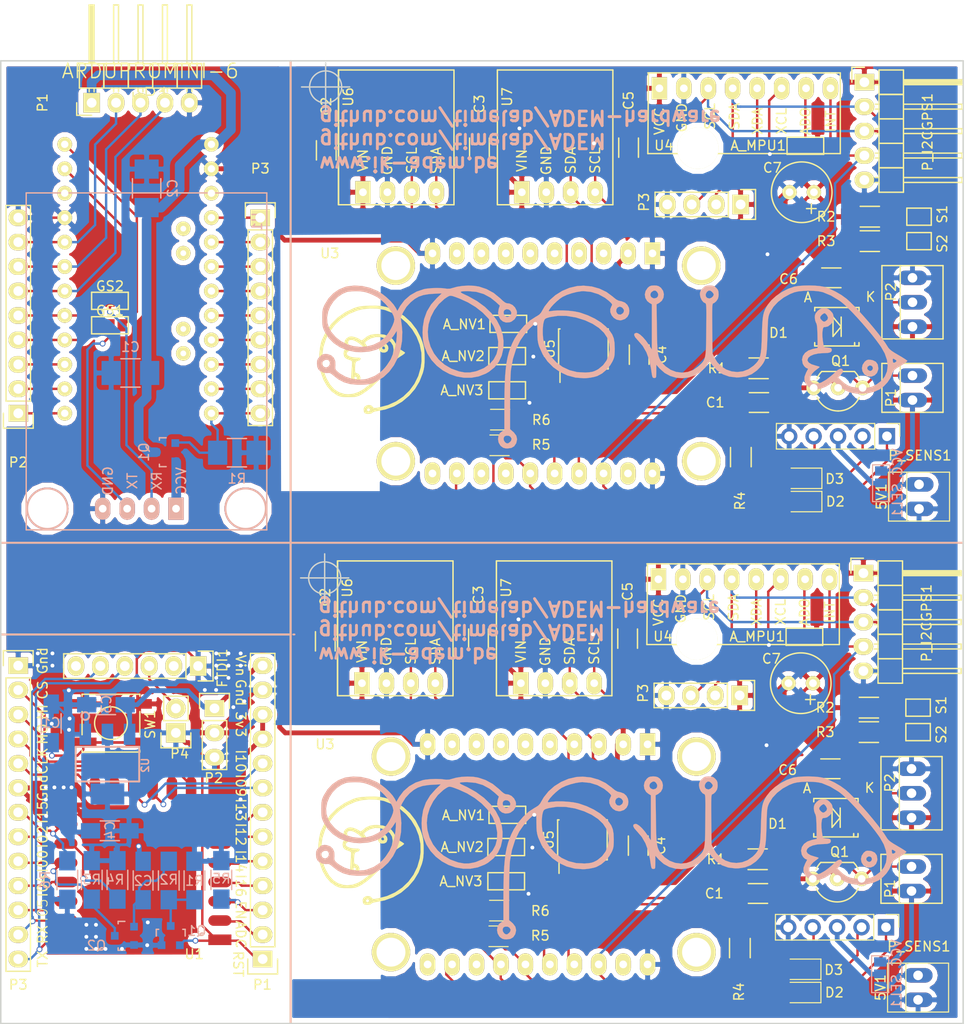
<source format=kicad_pcb>
(kicad_pcb (version 4) (host pcbnew 4.0.3-stable)
  (layers (0 F.Cu signal) (31 B.Cu signal) (34 B.Paste user hide) (35 F.Paste user hide) (36 B.SilkS user) (37 F.SilkS user) (38 B.Mask user) (39 F.Mask user) (44 Edge.Cuts user))
  (net 0 "")
  (net 1 VCC)
  (net 2 GND)
  (net 3 SCL)
  (net 4 SDA)
  (net 5 NEO_PXL)
  (net 6 "Net-(P3-Pad2)")
  (net 7 "Net-(Q1-Pad2)")
  (net 8 BUZZ)
  (net 9 A_SENSOR)
  (net 10 P10_SENS)
  (net 11 P25_SENS)
  (net 12 INT)
  (net 13 "Net-(P3-Pad3)")
  (net 14 "Net-(D1-Pad2)")
  (net 15 "Net-(U3-Pad5)")
  (net 16 "Net-(U3-Pad6)")
  (net 17 "Net-(U3-Pad7)")
  (net 18 "Net-(U3-Pad8)")
  (net 19 "Net-(U3-Pad9)")
  (net 20 "Net-(U3-Pad13)")
  (net 21 "Net-(U5-Pad7)")
  (net 22 "Net-(A_MPU1-Pad2)")
  (net 23 "Net-(A_NV1-Pad2)")
  (net 24 "Net-(A_NV2-Pad2)")
  (net 25 "Net-(A_NV3-Pad2)")
  (net 26 "Net-(R2-Pad2)")
  (net 27 TX)
  (net 28 RX)
  (net 29 "Net-(uP1-Pad9)")
  (net 30 "Net-(uP1-Pad21)")
  (net 31 "Net-(P2-Pad3)")
  (net 32 "Net-(P2-Pad2)")
  (net 33 "Net-(P2-Pad1)")
  (net 34 "Net-(P3-Pad4)")
  (net 35 "Net-(P3-Pad5)")
  (net 36 "Net-(P3-Pad6)")
  (net 37 "Net-(P3-Pad7)")
  (net 38 "Net-(P3-Pad8)")
  (net 39 "Net-(P3-Pad9)")
  (net 40 "Net-(P3-Pad1)")
  (net 41 "Net-(Q1-Pad3)")
  (net 42 "Net-(C2-Pad1)")
  (net 43 "Net-(FTDI1-Pad3)")
  (net 44 /TX)
  (net 45 /GPIO9)
  (net 46 /GPIO10)
  (net 47 /SCLK)
  (net 48 /MOSI)
  (net 49 /MISO)
  (net 50 /CS0)
  (net 51 /RX)
  (net 52 +3V3)
  (net 53 /CTS)
  (net 54 /DTR)
  (net 55 /Vin)
  (net 56 /RST)
  (net 57 /ADC)
  (net 58 /ENA)
  (net 59 /GPIO16)
  (net 60 /GPIO14)
  (net 61 /GPIO12)
  (net 62 /GPIO13)
  (net 63 /GPIO15)
  (net 64 /GPIO02)
  (net 65 /GPIO00)
  (net 66 /GPIO04)
  (net 67 /GPIO05)
  (net 68 TX_HW)
  (net 69 RX_HW)
  (net 70 "Net-(U3-Pad19)")
  (net 71 "Net-(U3-Pad11)")
  (net 72 "Net-(5V1-Pad2)")
  (net 73 "Net-(R3-Pad1)")
  (net 74 P25_SENS_SHFT)
  (net 75 P10_SENS_SHFT)
  (net 76 "Net-(P_SENS1-Pad3)")
  (module ADEM:BMP180 (layer F.Cu) (at 84.99 115.92 270)
    (fp_text reference U6 (at -11.176 -1.016 270) (layer F.SilkS))
    (fp_text value BMP180)
    (fp_text user VIN (at -4.572 -2.54 270) (layer F.SilkS))
    (fp_text user GND (at -4.572 -5.08 270) (layer F.SilkS))
    (fp_text user SCL (at -4.572 -7.62 270) (layer F.SilkS))
    (fp_text user SDA (at -4.572 -10.16 270) (layer F.SilkS))
    (pad 1 thru_hole rect (at -1.27 -2.54 270) (size 2.3 1.6) (drill 0.8) (layers *.Cu *.Mask F.SilkS) (net 1 VCC))
    (pad 2 thru_hole oval (at -1.27 -5.08 270) (size 2.3 1.6) (drill 0.8) (layers *.Cu *.Mask F.SilkS) (net 2 GND))
    (pad 3 thru_hole oval (at -1.27 -7.62 270) (size 2.3 1.6) (drill 0.8) (layers *.Cu *.Mask F.SilkS) (net 3 SCL))
    (pad 4 thru_hole oval (at -1.27 -10.16 270) (size 2.3 1.6) (drill 0.8) (layers *.Cu *.Mask F.SilkS) (net 4 SDA))
  )
  (module ADEM:GY-NEO6MV2 (layer B.Cu) (at 77.638 98.72 270)
    (fp_text reference U1 (at -32 1 270) (layer B.SilkS) (effects (justify mirror)))
    (fp_text value GY-NEO6MV2)
    (fp_text user GND (at -5.08 16.51 270) (layer B.SilkS) (effects (justify mirror)))
    (fp_text user VCC (at -5.08 8.89 270) (layer B.SilkS) (effects (justify mirror)))
    (fp_text user RX (at -5.08 11.43 270) (layer B.SilkS) (effects (justify mirror)))
    (fp_text user TX (at -5.08 13.97 270) (layer B.SilkS) (effects (justify mirror)))
    (pad "" np_thru_hole circle (at -2.2 2.2 270) (size 4.4 4.4) (drill 4) (layers *.Cu *.Mask B.SilkS))
    (pad 4 thru_hole oval (at -2.2 17.05 270) (size 2.3 1.6) (drill 0.8) (layers *.Cu *.Mask B.SilkS) (net 2 GND))
    (pad "" np_thru_hole circle (at -2.2 22.8 270) (size 4.4 4.4) (drill 4) (layers *.Cu *.Mask B.SilkS))
    (pad 3 thru_hole oval (at -2.2 14.51 270) (size 2.3 1.6) (drill 0.8) (layers *.Cu *.Mask B.SilkS) (net 27 TX))
    (pad 2 thru_hole oval (at -2.2 11.97 270) (size 2.3 1.6) (drill 0.8) (layers *.Cu *.Mask B.SilkS) (net 28 RX))
    (pad 1 thru_hole rect (at -2.2 9.43 270) (size 2.3 1.6) (drill 0.8) (layers *.Cu *.Mask B.SilkS) (net 7 "Net-(Q1-Pad2)"))
  )
  (module Pin_Headers:Pin_Header_Straight_1x13 (layer F.Cu) (at 51.8101 112.8242)
    (fp_text reference P3 (at 0 33.147) (layer F.SilkS))
    (fp_text value CONN_01X13)
    (pad 1 thru_hole rect (at 0 0) (size 2.032 1.7272) (drill 1.016) (layers *.Cu *.Mask F.SilkS) (net 2 GND))
    (pad 2 thru_hole oval (at 0 2.54) (size 2.032 1.7272) (drill 1.016) (layers *.Cu *.Mask F.SilkS) (net 50 /CS0))
    (pad 3 thru_hole oval (at 0 5.08) (size 2.032 1.7272) (drill 1.016) (layers *.Cu *.Mask F.SilkS) (net 49 /MISO))
    (pad 4 thru_hole oval (at 0 7.62) (size 2.032 1.7272) (drill 1.016) (layers *.Cu *.Mask F.SilkS) (net 48 /MOSI))
    (pad 5 thru_hole oval (at 0 10.16) (size 2.032 1.7272) (drill 1.016) (layers *.Cu *.Mask F.SilkS) (net 47 /SCLK))
    (pad 6 thru_hole oval (at 0 12.7) (size 2.032 1.7272) (drill 1.016) (layers *.Cu *.Mask F.SilkS) (net 2 GND))
    (pad 7 thru_hole oval (at 0 15.24) (size 2.032 1.7272) (drill 1.016) (layers *.Cu *.Mask F.SilkS) (net 63 /GPIO15))
    (pad 8 thru_hole oval (at 0 17.78) (size 2.032 1.7272) (drill 1.016) (layers *.Cu *.Mask F.SilkS) (net 64 /GPIO02))
    (pad 9 thru_hole oval (at 0 20.32) (size 2.032 1.7272) (drill 1.016) (layers *.Cu *.Mask F.SilkS) (net 65 /GPIO00))
    (pad 10 thru_hole oval (at 0 22.86) (size 2.032 1.7272) (drill 1.016) (layers *.Cu *.Mask F.SilkS) (net 66 /GPIO04))
    (pad 11 thru_hole oval (at 0 25.4) (size 2.032 1.7272) (drill 1.016) (layers *.Cu *.Mask F.SilkS) (net 67 /GPIO05))
    (pad 12 thru_hole oval (at 0 27.94) (size 2.032 1.7272) (drill 1.016) (layers *.Cu *.Mask F.SilkS) (net 51 /RX))
    (pad 13 thru_hole oval (at 0 30.48) (size 2.032 1.7272) (drill 1.016) (layers *.Cu *.Mask F.SilkS) (net 44 /TX))
  )
  (module SOT-23 (layer B.Cu) (at 67.6561 140.86596 180)
    (fp_text reference Q1 (at -2.696 0.48276 180) (layer B.SilkS) (effects (justify mirror)))
    (fp_text value BSS138)
    (pad 1 smd rect (at -0.95 -1.00076 180) (size 0.8001 0.8001) (layers B.Cu B.Paste B.Mask) (net 56 /RST))
    (pad 2 smd rect (at 0.95 -1.00076 180) (size 0.8001 0.8001) (layers B.Cu B.Paste B.Mask) (net 2 GND))
    (pad 3 smd rect (at 0 0.99822 180) (size 0.8001 0.8001) (layers B.Cu B.Paste B.Mask) (net 41 "Net-(Q1-Pad3)"))
  )
  (module SOT-23 (layer B.Cu) (at 62.84132 140.8912 270)
    (fp_text reference Q2 (at 1.016 2.90322 360) (layer B.SilkS) (effects (justify mirror)))
    (fp_text value BSS138)
    (pad 1 smd rect (at -0.95 -1.00076 270) (size 0.8001 0.8001) (layers B.Cu B.Paste B.Mask) (net 42 "Net-(C2-Pad1)"))
    (pad 2 smd rect (at 0.95 -1.00076 270) (size 0.8001 0.8001) (layers B.Cu B.Paste B.Mask) (net 2 GND))
    (pad 3 smd rect (at 0 0.99822 270) (size 0.8001 0.8001) (layers B.Cu B.Paste B.Mask) (net 65 /GPIO00))
  )
  (module Capacitors_SMD:C_1206_HandSoldering (layer B.Cu) (at 55.2391 118.8252 90)
    (fp_text reference C1 (at 0.0574 0 180) (layer B.SilkS) (effects (justify mirror)))
    (fp_text value "0.1 u")
    (pad 1 smd rect (at -2 0 90) (size 2 1.6) (layers B.Cu B.Paste B.Mask) (net 56 /RST))
    (pad 2 smd rect (at 2 0 90) (size 2 1.6) (layers B.Cu B.Paste B.Mask) (net 2 GND))
  )
  (module Capacitors_SMD:C_1206_HandSoldering (layer B.Cu) (at 64.7861 135.1442 90)
    (fp_text reference C2 (at -0.032 0 180) (layer B.SilkS) (effects (justify mirror)))
    (fp_text value 2u2)
    (pad 1 smd rect (at -2 0 90) (size 2 1.6) (layers B.Cu B.Paste B.Mask) (net 42 "Net-(C2-Pad1)"))
    (pad 2 smd rect (at 2 0 90) (size 2 1.6) (layers B.Cu B.Paste B.Mask) (net 2 GND))
  )
  (module Pin_Headers:Pin_Header_Straight_1x06 (layer F.Cu) (at 70.5061 112.8652 270)
    (fp_text reference FTDI1 (at 0.213 -2.513 270) (layer F.SilkS))
    (fp_text value CONN_01X06)
    (pad 1 thru_hole rect (at 0 0 270) (size 2.032 1.7272) (drill 1.016) (layers *.Cu *.Mask F.SilkS) (net 2 GND))
    (pad 2 thru_hole oval (at 0 2.54 270) (size 2.032 1.7272) (drill 1.016) (layers *.Cu *.Mask F.SilkS) (net 53 /CTS))
    (pad 3 thru_hole oval (at 0 5.08 270) (size 2.032 1.7272) (drill 1.016) (layers *.Cu *.Mask F.SilkS) (net 43 "Net-(FTDI1-Pad3)"))
    (pad 4 thru_hole oval (at 0 7.62 270) (size 2.032 1.7272) (drill 1.016) (layers *.Cu *.Mask F.SilkS) (net 44 /TX))
    (pad 5 thru_hole oval (at 0 10.16 270) (size 2.032 1.7272) (drill 1.016) (layers *.Cu *.Mask F.SilkS) (net 51 /RX))
    (pad 6 thru_hole oval (at 0 12.7 270) (size 2.032 1.7272) (drill 1.016) (layers *.Cu *.Mask F.SilkS) (net 54 /DTR))
  )
  (module Pin_Headers:Pin_Header_Straight_1x03 (layer F.Cu) (at 72.2061 117.2652)
    (fp_text reference P2 (at -0.076 7.243) (layer F.SilkS))
    (fp_text value CONN_01X03)
    (pad 1 thru_hole rect (at 0 0) (size 2.032 1.7272) (drill 1.016) (layers *.Cu *.Mask F.SilkS) (net 55 /Vin))
    (pad 2 thru_hole oval (at 0 2.54) (size 2.032 1.7272) (drill 1.016) (layers *.Cu *.Mask F.SilkS) (net 2 GND))
    (pad 3 thru_hole oval (at 0 5.08) (size 2.032 1.7272) (drill 1.016) (layers *.Cu *.Mask F.SilkS) (net 52 +3V3))
  )
  (module Resistors_SMD:R_1206_HandSoldering (layer B.Cu) (at 70.1201 135.1442 270)
    (fp_text reference R1 (at 0.032 0 360) (layer B.SilkS) (effects (justify mirror)))
    (fp_text value 470K)
    (pad 1 smd rect (at -2 0 270) (size 2 1.7) (layers B.Cu B.Paste B.Mask) (net 52 +3V3))
    (pad 2 smd rect (at 2 0 270) (size 2 1.7) (layers B.Cu B.Paste B.Mask) (net 41 "Net-(Q1-Pad3)"))
  )
  (module Resistors_SMD:R_1206_HandSoldering (layer B.Cu) (at 67.4531 135.1442 270)
    (fp_text reference R2 (at -0.095 0 360) (layer B.SilkS) (effects (justify mirror)))
    (fp_text value 100K)
    (pad 1 smd rect (at -2 0 270) (size 2 1.7) (layers B.Cu B.Paste B.Mask) (net 42 "Net-(C2-Pad1)"))
    (pad 2 smd rect (at 2 0 270) (size 2 1.7) (layers B.Cu B.Paste B.Mask) (net 41 "Net-(Q1-Pad3)"))
  )
  (module Resistors_SMD:R_1206_HandSoldering (layer B.Cu) (at 59.4521 135.0812 270)
    (fp_text reference R3 (at -0.032 0 360) (layer B.SilkS) (effects (justify mirror)))
    (fp_text value 10K)
    (pad 1 smd rect (at -2 0 270) (size 2 1.7) (layers B.Cu B.Paste B.Mask) (net 52 +3V3))
    (pad 2 smd rect (at 2 0 270) (size 2 1.7) (layers B.Cu B.Paste B.Mask) (net 65 /GPIO00))
  )
  (module Resistors_SMD:R_1206_HandSoldering (layer B.Cu) (at 62.1191 135.0812 270)
    (fp_text reference R4 (at -0.018 0.254 360) (layer B.SilkS) (effects (justify mirror)))
    (fp_text value 10K)
    (pad 1 smd rect (at -2 0 270) (size 2 1.7) (layers B.Cu B.Paste B.Mask) (net 52 +3V3))
    (pad 2 smd rect (at 2 0 270) (size 2 1.7) (layers B.Cu B.Paste B.Mask) (net 64 /GPIO02))
  )
  (module Resistors_SMD:R_1206_HandSoldering (layer B.Cu) (at 72.9141 135.0812 270)
    (fp_text reference R5 (at -0.127 0 360) (layer B.SilkS) (effects (justify mirror)))
    (fp_text value 10K)
    (pad 1 smd rect (at -2 0 270) (size 2 1.7) (layers B.Cu B.Paste B.Mask) (net 52 +3V3))
    (pad 2 smd rect (at 2 0 270) (size 2 1.7) (layers B.Cu B.Paste B.Mask) (net 58 /ENA))
  )
  (module ESP8266:ESP-12E (layer F.Cu) (at 72.7631 141.3032 180)
    (fp_text reference U1 (at 2.665 -1.493 180) (layer F.SilkS))
    (fp_text value ESP-12E)
    (pad 9 smd oval (at 2.99 15.75 270) (size 2.4 1.1) (layers F.Cu F.Paste F.Mask) (net 50 /CS0))
    (pad 10 smd oval (at 4.99 15.75 270) (size 2.4 1.1) (layers F.Cu F.Paste F.Mask) (net 49 /MISO))
    (pad 11 smd oval (at 6.99 15.75 270) (size 2.4 1.1) (layers F.Cu F.Paste F.Mask) (net 45 /GPIO9))
    (pad 12 smd oval (at 8.99 15.75 270) (size 2.4 1.1) (layers F.Cu F.Paste F.Mask) (net 46 /GPIO10))
    (pad 13 smd oval (at 10.99 15.75 270) (size 2.4 1.1) (layers F.Cu F.Paste F.Mask) (net 48 /MOSI))
    (pad 14 smd oval (at 12.99 15.75 270) (size 2.4 1.1) (layers F.Cu F.Paste F.Mask) (net 47 /SCLK))
    (pad 1 smd rect (at 0 0 180) (size 2.4 1.1) (layers F.Cu F.Paste F.Mask) (net 56 /RST))
    (pad 2 smd oval (at 0 2 180) (size 2.4 1.1) (layers F.Cu F.Paste F.Mask) (net 57 /ADC))
    (pad 3 smd oval (at 0 4 180) (size 2.4 1.1) (layers F.Cu F.Paste F.Mask) (net 58 /ENA))
    (pad 4 smd oval (at 0 6 180) (size 2.4 1.1) (layers F.Cu F.Paste F.Mask) (net 59 /GPIO16))
    (pad 5 smd oval (at 0 8 180) (size 2.4 1.1) (layers F.Cu F.Paste F.Mask) (net 60 /GPIO14))
    (pad 6 smd oval (at 0 10 180) (size 2.4 1.1) (layers F.Cu F.Paste F.Mask) (net 61 /GPIO12))
    (pad 7 smd oval (at 0 12 180) (size 2.4 1.1) (layers F.Cu F.Paste F.Mask) (net 62 /GPIO13))
    (pad 8 smd oval (at 0 14 180) (size 2.4 1.1) (layers F.Cu F.Paste F.Mask) (net 52 +3V3))
    (pad 15 smd oval (at 16 14 180) (size 2.4 1.1) (layers F.Cu F.Paste F.Mask) (net 2 GND))
    (pad 16 smd oval (at 16 12 180) (size 2.4 1.1) (layers F.Cu F.Paste F.Mask) (net 63 /GPIO15))
    (pad 17 smd oval (at 16 10 180) (size 2.4 1.1) (layers F.Cu F.Paste F.Mask) (net 64 /GPIO02))
    (pad 18 smd oval (at 16 8 180) (size 2.4 1.1) (layers F.Cu F.Paste F.Mask) (net 65 /GPIO00))
    (pad 19 smd oval (at 16 6 180) (size 2.4 1.1) (layers F.Cu F.Paste F.Mask) (net 66 /GPIO04))
    (pad 20 smd oval (at 16 4 180) (size 2.4 1.1) (layers F.Cu F.Paste F.Mask) (net 67 /GPIO05))
    (pad 21 smd oval (at 16 2 180) (size 2.4 1.1) (layers F.Cu F.Paste F.Mask) (net 51 /RX))
    (pad 22 smd oval (at 16 0 180) (size 2.4 1.1) (layers F.Cu F.Paste F.Mask) (net 44 /TX))
  )
  (module Pin_Headers:Pin_Header_Straight_1x02 (layer F.Cu) (at 68.1931 119.8092 180)
    (fp_text reference P4 (at -0.381 -2.159 180) (layer F.SilkS))
    (fp_text value CONN_01X02)
    (pad 1 thru_hole rect (at 0 0 180) (size 2.032 2.032) (drill 1.016) (layers *.Cu *.Mask F.SilkS) (net 52 +3V3))
    (pad 2 thru_hole oval (at 0 2.54 180) (size 2.032 2.032) (drill 1.016) (layers *.Cu *.Mask F.SilkS) (net 43 "Net-(FTDI1-Pad3)"))
  )
  (module Capacitors_SMD:C_1206_HandSoldering (layer B.Cu) (at 60.9221 116.8882 180)
    (fp_text reference C3 (at -0.0574 0.0508 270) (layer B.SilkS) (effects (justify mirror)))
    (fp_text value 10u)
    (pad 1 smd rect (at -2 0 180) (size 2 1.6) (layers B.Cu B.Paste B.Mask) (net 55 /Vin))
    (pad 2 smd rect (at 2 0 180) (size 2 1.6) (layers B.Cu B.Paste B.Mask) (net 2 GND))
  )
  (module Capacitors_SMD:C_1206_HandSoldering (layer B.Cu) (at 61.3251 129.9832 180)
    (fp_text reference C4 (at -0.032 0.0635 270) (layer B.SilkS) (effects (justify mirror)))
    (fp_text value 10u)
    (pad 1 smd rect (at -2 0 180) (size 2 1.6) (layers B.Cu B.Paste B.Mask) (net 52 +3V3))
    (pad 2 smd rect (at 2 0 180) (size 2 1.6) (layers B.Cu B.Paste B.Mask) (net 2 GND))
  )
  (module sot:SOT223 (layer B.Cu) (at 61.0811 123.0592 270)
    (fp_text reference U2 (at 0.1155 -3.9243 450) (layer B.SilkS) (effects (font (size 0.762 0.762) (thickness 0.1524)) (justify mirror)))
    (fp_text value AP1117 hide)
    (pad 1 smd rect (at -3.1 2.3 270) (size 2.2 1.2) (layers B.Cu B.Paste B.Mask) (net 2 GND))
    (pad 2 smd rect (at -3.1 0 270) (size 2.2 1.2) (layers B.Cu B.Paste B.Mask) (net 52 +3V3))
    (pad 3 smd rect (at -3.1 -2.3 270) (size 2.2 1.2) (layers B.Cu B.Paste B.Mask) (net 55 /Vin))
    (pad 0 smd rect (at 3.1 0 270) (size 2.2 3.5) (layers B.Cu B.Paste B.Mask) (net 52 +3V3))
  )
  (module Pin_Headers:Pin_Header_Straight_1x13 (layer F.Cu) (at 77.2101 143.3042 180)
    (fp_text reference P1 (at 0.0254 -2.667 180) (layer F.SilkS))
    (fp_text value CONN_01X13)
    (pad 1 thru_hole rect (at 0 0 180) (size 2.032 1.7272) (drill 1.016) (layers *.Cu *.Mask F.SilkS) (net 56 /RST))
    (pad 2 thru_hole oval (at 0 2.54 180) (size 2.032 1.7272) (drill 1.016) (layers *.Cu *.Mask F.SilkS) (net 57 /ADC))
    (pad 3 thru_hole oval (at 0 5.08 180) (size 2.032 1.7272) (drill 1.016) (layers *.Cu *.Mask F.SilkS) (net 58 /ENA))
    (pad 4 thru_hole oval (at 0 7.62 180) (size 2.032 1.7272) (drill 1.016) (layers *.Cu *.Mask F.SilkS) (net 59 /GPIO16))
    (pad 5 thru_hole oval (at 0 10.16 180) (size 2.032 1.7272) (drill 1.016) (layers *.Cu *.Mask F.SilkS) (net 60 /GPIO14))
    (pad 6 thru_hole oval (at 0 12.7 180) (size 2.032 1.7272) (drill 1.016) (layers *.Cu *.Mask F.SilkS) (net 61 /GPIO12))
    (pad 7 thru_hole oval (at 0 15.24 180) (size 2.032 1.7272) (drill 1.016) (layers *.Cu *.Mask F.SilkS) (net 62 /GPIO13))
    (pad 8 thru_hole oval (at 0 17.78 180) (size 2.032 1.7272) (drill 1.016) (layers *.Cu *.Mask F.SilkS) (net 45 /GPIO9))
    (pad 9 thru_hole oval (at 0 20.32 180) (size 2.032 1.7272) (drill 1.016) (layers *.Cu *.Mask F.SilkS) (net 46 /GPIO10))
    (pad 10 thru_hole oval (at 0 22.86 180) (size 2.032 1.7272) (drill 1.016) (layers *.Cu *.Mask F.SilkS) (net 52 +3V3))
    (pad 11 thru_hole oval (at 0 25.4 180) (size 2.032 1.7272) (drill 1.016) (layers *.Cu *.Mask F.SilkS) (net 52 +3V3))
    (pad 12 thru_hole oval (at 0 27.94 180) (size 2.032 1.7272) (drill 1.016) (layers *.Cu *.Mask F.SilkS) (net 2 GND))
    (pad 13 thru_hole oval (at 0 30.48 180) (size 2.032 1.7272) (drill 1.016) (layers *.Cu *.Mask F.SilkS) (net 55 /Vin))
  )
  (module Buttons_Switches_SMD:SW_SPST_EVPBF (layer F.Cu) (at 61.4446 118.7998)
    (fp_text reference SW1 (at 4.0815 0.1204 90) (layer F.SilkS))
    (fp_text value SW_PUSH)
    (pad 1 smd rect (at 2.875 -2) (size 2.75 1) (layers F.Cu F.Paste F.Mask) (net 2 GND))
    (pad 1 smd rect (at -2.875 -2) (size 2.75 1) (layers F.Cu F.Paste F.Mask) (net 2 GND))
    (pad 2 smd rect (at -2.875 2) (size 2.75 1) (layers F.Cu F.Paste F.Mask) (net 56 /RST))
    (pad 2 smd rect (at 2.875 2) (size 2.75 1) (layers F.Cu F.Paste F.Mask) (net 56 /RST))
  )
  (module Resistors_SMD:R_1206_HandSoldering (layer B.Cu) (at 56.9121 135.0952 270)
    (fp_text reference R6 (at 0 2.3 270) (layer B.SilkS) (effects (justify mirror)))
    (fp_text value 10K)
    (pad 1 smd rect (at -2 0 270) (size 2 1.7) (layers B.Cu B.Paste B.Mask) (net 63 /GPIO15))
    (pad 2 smd rect (at 2 0 270) (size 2 1.7) (layers B.Cu B.Paste B.Mask) (net 2 GND))
  )
  (module Capacitors_SMD:C_1210_HandSoldering (layer B.Cu) (at 63.468 82.423 180)
    (fp_text reference C1 (at 0 2.7 180) (layer B.SilkS) (effects (justify mirror)))
    (fp_text value C)
    (pad 1 smd rect (at -2 0 180) (size 2 2.5) (layers B.Cu B.Paste B.Mask) (net 1 VCC))
    (pad 2 smd rect (at 2 0 180) (size 2 2.5) (layers B.Cu B.Paste B.Mask) (net 2 GND))
  )
  (module Capacitors_SMD:C_1210_HandSoldering (layer B.Cu) (at 65.151 63.246 90)
    (fp_text reference C2 (at 0 2.7 90) (layer B.SilkS) (effects (justify mirror)))
    (fp_text value C)
    (pad 1 smd rect (at -2 0 90) (size 2 2.5) (layers B.Cu B.Paste B.Mask) (net 1 VCC))
    (pad 2 smd rect (at 2 0 90) (size 2 2.5) (layers B.Cu B.Paste B.Mask) (net 2 GND))
  )
  (module Pin_Headers:Pin_Header_Angled_1x05 (layer F.Cu) (at 59.436 54.356 90)
    (fp_text reference P1 (at 0 -5.1 90) (layer F.SilkS))
    (fp_text value CONN_01X05)
    (pad 1 thru_hole rect (at 0 0 90) (size 2.032 1.7272) (drill 1.016) (layers *.Cu *.Mask F.SilkS) (net 1 VCC))
    (pad 2 thru_hole oval (at 0 2.54 90) (size 2.032 1.7272) (drill 1.016) (layers *.Cu *.Mask F.SilkS) (net 4 SDA))
    (pad 3 thru_hole oval (at 0 5.08 90) (size 2.032 1.7272) (drill 1.016) (layers *.Cu *.Mask F.SilkS) (net 3 SCL))
    (pad 4 thru_hole oval (at 0 7.62 90) (size 2.032 1.7272) (drill 1.016) (layers *.Cu *.Mask F.SilkS) (net 12 INT))
    (pad 5 thru_hole oval (at 0 10.16 90) (size 2.032 1.7272) (drill 1.016) (layers *.Cu *.Mask F.SilkS) (net 2 GND))
  )
  (module ArduProMiniTKB:ArduProMini-6 (layer F.Cu) (at 54.102 52.324)
    (fp_text reference uP1 (at 11.43 1.27) (layer F.SilkS) (effects (font (size 1.5 1.5))))
    (fp_text value ARDUPROMINI-6 (at 11.43 -1.27) (layer F.SilkS) (effects (font (size 1.5 1.5))))
    (pad 7 thru_hole circle (at 2.54 6.35) (size 1.524 1.524) (drill 0.762) (layers *.Cu *.Mask F.SilkS) (net 68 TX_HW))
    (pad 8 thru_hole circle (at 2.54 8.89) (size 1.524 1.524) (drill 0.762) (layers *.Cu *.Mask F.SilkS) (net 69 RX_HW))
    (pad 9 thru_hole circle (at 2.54 11.43) (size 1.524 1.524) (drill 0.762) (layers *.Cu *.Mask F.SilkS) (net 29 "Net-(uP1-Pad9)"))
    (pad 10 thru_hole circle (at 2.54 13.97) (size 1.524 1.524) (drill 0.762) (layers *.Cu *.Mask F.SilkS) (net 2 GND))
    (pad 11 thru_hole circle (at 2.54 16.51) (size 1.524 1.524) (drill 0.762) (layers *.Cu *.Mask F.SilkS) (net 4 SDA))
    (pad 12 thru_hole circle (at 2.54 19.05) (size 1.524 1.524) (drill 0.762) (layers *.Cu *.Mask F.SilkS) (net 3 SCL))
    (pad 13 thru_hole circle (at 2.54 21.59) (size 1.524 1.524) (drill 0.762) (layers *.Cu *.Mask F.SilkS) (net 12 INT))
    (pad 14 thru_hole circle (at 2.54 24.13) (size 1.524 1.524) (drill 0.762) (layers *.Cu *.Mask F.SilkS) (net 28 RX))
    (pad 15 thru_hole circle (at 2.54 26.67) (size 1.524 1.524) (drill 0.762) (layers *.Cu *.Mask F.SilkS) (net 27 TX))
    (pad 16 thru_hole circle (at 2.54 29.21) (size 1.524 1.524) (drill 0.762) (layers *.Cu *.Mask F.SilkS) (net 31 "Net-(P2-Pad3)"))
    (pad 17 thru_hole circle (at 2.54 31.75) (size 1.524 1.524) (drill 0.762) (layers *.Cu *.Mask F.SilkS) (net 32 "Net-(P2-Pad2)"))
    (pad 18 thru_hole circle (at 2.54 34.29) (size 1.524 1.524) (drill 0.762) (layers *.Cu *.Mask F.SilkS) (net 33 "Net-(P2-Pad1)"))
    (pad 19 thru_hole circle (at 17.78 6.35) (size 1.524 1.524) (drill 0.762) (layers *.Cu *.Mask F.SilkS) (net 1 VCC))
    (pad 20 thru_hole circle (at 17.78 8.89) (size 1.524 1.524) (drill 0.762) (layers *.Cu *.Mask F.SilkS) (net 2 GND))
    (pad 21 thru_hole circle (at 17.78 11.43) (size 1.524 1.524) (drill 0.762) (layers *.Cu *.Mask F.SilkS) (net 30 "Net-(uP1-Pad21)"))
    (pad 22 thru_hole circle (at 17.78 13.97) (size 1.524 1.524) (drill 0.762) (layers *.Cu *.Mask F.SilkS) (net 40 "Net-(P3-Pad1)"))
    (pad 23 thru_hole circle (at 17.78 16.51) (size 1.524 1.524) (drill 0.762) (layers *.Cu *.Mask F.SilkS) (net 6 "Net-(P3-Pad2)"))
    (pad 24 thru_hole circle (at 17.78 19.05) (size 1.524 1.524) (drill 0.762) (layers *.Cu *.Mask F.SilkS) (net 13 "Net-(P3-Pad3)"))
    (pad 25 thru_hole circle (at 17.78 21.59) (size 1.524 1.524) (drill 0.762) (layers *.Cu *.Mask F.SilkS) (net 34 "Net-(P3-Pad4)"))
    (pad 26 thru_hole circle (at 17.78 24.13) (size 1.524 1.524) (drill 0.762) (layers *.Cu *.Mask F.SilkS) (net 35 "Net-(P3-Pad5)"))
    (pad 27 thru_hole circle (at 17.78 26.67) (size 1.524 1.524) (drill 0.762) (layers *.Cu *.Mask F.SilkS) (net 36 "Net-(P3-Pad6)"))
    (pad 28 thru_hole circle (at 17.78 29.21) (size 1.524 1.524) (drill 0.762) (layers *.Cu *.Mask F.SilkS) (net 37 "Net-(P3-Pad7)"))
    (pad 29 thru_hole circle (at 17.78 31.75) (size 1.524 1.524) (drill 0.762) (layers *.Cu *.Mask F.SilkS) (net 38 "Net-(P3-Pad8)"))
    (pad 30 thru_hole circle (at 17.78 34.29) (size 1.524 1.524) (drill 0.762) (layers *.Cu *.Mask F.SilkS) (net 39 "Net-(P3-Pad9)"))
    (pad 31 thru_hole circle (at 14.859 15.113) (size 1.5 1.5) (drill 0.6) (layers *.Cu *.Mask F.SilkS))
    (pad 32 thru_hole circle (at 14.859 17.653) (size 1.5 1.5) (drill 0.6) (layers *.Cu *.Mask F.SilkS))
    (pad 34 thru_hole circle (at 14.859 25.527) (size 1.5 1.5) (drill 0.6) (layers *.Cu *.Mask F.SilkS))
    (pad 35 thru_hole circle (at 14.859 28.067) (size 1.5 1.5) (drill 0.6) (layers *.Cu *.Mask F.SilkS))
  )
  (module Pin_Headers:Pin_Header_Straight_1x09 (layer F.Cu) (at 51.816 86.614 180)
    (fp_text reference P2 (at 0 -5.1 180) (layer F.SilkS))
    (fp_text value CONN_01X09)
    (pad 1 thru_hole rect (at 0 0 180) (size 2.032 1.7272) (drill 1.016) (layers *.Cu *.Mask F.SilkS) (net 33 "Net-(P2-Pad1)"))
    (pad 2 thru_hole oval (at 0 2.54 180) (size 2.032 1.7272) (drill 1.016) (layers *.Cu *.Mask F.SilkS) (net 32 "Net-(P2-Pad2)"))
    (pad 3 thru_hole oval (at 0 5.08 180) (size 2.032 1.7272) (drill 1.016) (layers *.Cu *.Mask F.SilkS) (net 31 "Net-(P2-Pad3)"))
    (pad 4 thru_hole oval (at 0 7.62 180) (size 2.032 1.7272) (drill 1.016) (layers *.Cu *.Mask F.SilkS) (net 27 TX))
    (pad 5 thru_hole oval (at 0 10.16 180) (size 2.032 1.7272) (drill 1.016) (layers *.Cu *.Mask F.SilkS) (net 28 RX))
    (pad 6 thru_hole oval (at 0 12.7 180) (size 2.032 1.7272) (drill 1.016) (layers *.Cu *.Mask F.SilkS) (net 12 INT))
    (pad 7 thru_hole oval (at 0 15.24 180) (size 2.032 1.7272) (drill 1.016) (layers *.Cu *.Mask F.SilkS) (net 3 SCL))
    (pad 8 thru_hole oval (at 0 17.78 180) (size 2.032 1.7272) (drill 1.016) (layers *.Cu *.Mask F.SilkS) (net 4 SDA))
    (pad 9 thru_hole oval (at 0 20.32 180) (size 2.032 1.7272) (drill 1.016) (layers *.Cu *.Mask F.SilkS) (net 2 GND))
  )
  (module Pin_Headers:Pin_Header_Straight_1x09 (layer F.Cu) (at 76.962 66.294)
    (fp_text reference P3 (at 0 -5.1) (layer F.SilkS))
    (fp_text value CONN_01X09)
    (pad 1 thru_hole rect (at 0 0) (size 2.032 1.7272) (drill 1.016) (layers *.Cu *.Mask F.SilkS) (net 40 "Net-(P3-Pad1)"))
    (pad 2 thru_hole oval (at 0 2.54) (size 2.032 1.7272) (drill 1.016) (layers *.Cu *.Mask F.SilkS) (net 6 "Net-(P3-Pad2)"))
    (pad 3 thru_hole oval (at 0 5.08) (size 2.032 1.7272) (drill 1.016) (layers *.Cu *.Mask F.SilkS) (net 13 "Net-(P3-Pad3)"))
    (pad 4 thru_hole oval (at 0 7.62) (size 2.032 1.7272) (drill 1.016) (layers *.Cu *.Mask F.SilkS) (net 34 "Net-(P3-Pad4)"))
    (pad 5 thru_hole oval (at 0 10.16) (size 2.032 1.7272) (drill 1.016) (layers *.Cu *.Mask F.SilkS) (net 35 "Net-(P3-Pad5)"))
    (pad 6 thru_hole oval (at 0 12.7) (size 2.032 1.7272) (drill 1.016) (layers *.Cu *.Mask F.SilkS) (net 36 "Net-(P3-Pad6)"))
    (pad 7 thru_hole oval (at 0 15.24) (size 2.032 1.7272) (drill 1.016) (layers *.Cu *.Mask F.SilkS) (net 37 "Net-(P3-Pad7)"))
    (pad 8 thru_hole oval (at 0 17.78) (size 2.032 1.7272) (drill 1.016) (layers *.Cu *.Mask F.SilkS) (net 38 "Net-(P3-Pad8)"))
    (pad 9 thru_hole oval (at 0 20.32) (size 2.032 1.7272) (drill 1.016) (layers *.Cu *.Mask F.SilkS) (net 39 "Net-(P3-Pad9)"))
  )
  (module TO_SOT_Packages_SMD:SOT-23 (layer B.Cu) (at 67.13024 90.656 270)
    (fp_text reference Q1 (at 0 2.25 270) (layer B.SilkS) (effects (justify mirror)))
    (fp_text value BSS84)
    (pad 1 smd rect (at -0.95 -1.00076 270) (size 0.8001 0.8001) (layers B.Cu B.Paste B.Mask) (net 39 "Net-(P3-Pad9)"))
    (pad 2 smd rect (at 0.95 -1.00076 270) (size 0.8001 0.8001) (layers B.Cu B.Paste B.Mask) (net 7 "Net-(Q1-Pad2)"))
    (pad 3 smd rect (at 0 0.99822 270) (size 0.8001 0.8001) (layers B.Cu B.Paste B.Mask) (net 1 VCC))
  )
  (module Resistors_SMD:R_1210_HandSoldering (layer B.Cu) (at 74.531 90.706)
    (fp_text reference R1 (at 0 2.7) (layer B.SilkS) (effects (justify mirror)))
    (fp_text value R)
    (pad 1 smd rect (at -2 0) (size 2 2.5) (layers B.Cu B.Paste B.Mask) (net 39 "Net-(P3-Pad9)"))
    (pad 2 smd rect (at 2 0) (size 2 2.5) (layers B.Cu B.Paste B.Mask) (net 2 GND))
  )
  (module GS3 (layer F.Cu) (at 61.341 77.47 90)
    (fp_text reference GS1 (at 1.524 0 180) (layer F.SilkS))
    (fp_text value GS3)
    (pad 1 smd rect (at 0 -1.27 90) (size 1.27 0.9652) (layers F.Cu F.Paste F.Mask) (net 27 TX))
    (pad 2 smd rect (at 0 0 90) (size 1.27 0.9652) (layers F.Cu F.Paste F.Mask) (net 27 TX))
    (pad 3 smd rect (at 0 1.27 90) (size 1.27 0.9652) (layers F.Cu F.Paste F.Mask) (net 68 TX_HW))
  )
  (module GS3 (layer F.Cu) (at 61.341 74.93 90)
    (fp_text reference GS2 (at 1.524 0 180) (layer F.SilkS))
    (fp_text value GS3)
    (pad 1 smd rect (at 0 -1.27 90) (size 1.27 0.9652) (layers F.Cu F.Paste F.Mask) (net 28 RX))
    (pad 2 smd rect (at 0 0 90) (size 1.27 0.9652) (layers F.Cu F.Paste F.Mask) (net 28 RX))
    (pad 3 smd rect (at 0 1.27 90) (size 1.27 0.9652) (layers F.Cu F.Paste F.Mask) (net 69 RX_HW))
  )
  (module ADEM:ESP8266_THING (layer F.Cu) (at 134.223 68.73 180)
    (fp_text reference U3 (at 50.038 -1.27 180) (layer F.SilkS))
    (fp_text value ESP8266_THING)
    (pad "" np_thru_hole circle (at 43.18 -2.54 180) (size 4 4) (drill 3) (layers *.Cu *.Adhes *.Mask F.SilkS))
    (pad "" np_thru_hole circle (at 43.18 -22.86 180) (size 4 4) (drill 3) (layers *.Cu *.Adhes *.Mask F.SilkS))
    (pad "" np_thru_hole circle (at 11.43 -22.86 180) (size 4 4) (drill 3) (layers *.Cu *.Adhes *.Mask F.SilkS))
    (pad 1 thru_hole rect (at 16.51 -1.27 180) (size 1.6 2.3) (drill 0.8) (layers *.Cu *.Mask F.SilkS) (net 2 GND))
    (pad 2 thru_hole oval (at 19.05 -1.27 180) (size 1.6 2.3) (drill 0.8) (layers *.Cu *.Mask F.SilkS) (net 1 VCC))
    (pad 3 thru_hole oval (at 21.59 -1.27 180) (size 1.6 2.3) (drill 0.8) (layers *.Cu *.Mask F.SilkS) (net 4 SDA))
    (pad 4 thru_hole oval (at 24.13 -1.27 180) (size 1.6 2.3) (drill 0.8) (layers *.Cu *.Mask F.SilkS) (net 3 SCL))
    (pad 5 thru_hole oval (at 26.67 -1.27 180) (size 1.6 2.3) (drill 0.8) (layers *.Cu *.Mask F.SilkS) (net 15 "Net-(U3-Pad5)"))
    (pad 6 thru_hole oval (at 29.21 -1.27 180) (size 1.6 2.3) (drill 0.8) (layers *.Cu *.Mask F.SilkS) (net 16 "Net-(U3-Pad6)"))
    (pad 7 thru_hole oval (at 31.75 -1.27 180) (size 1.6 2.3) (drill 0.8) (layers *.Cu *.Mask F.SilkS) (net 17 "Net-(U3-Pad7)"))
    (pad 8 thru_hole oval (at 34.29 -1.27 180) (size 1.6 2.3) (drill 0.8) (layers *.Cu *.Mask F.SilkS) (net 18 "Net-(U3-Pad8)"))
    (pad 9 thru_hole oval (at 36.83 -1.27 180) (size 1.6 2.3) (drill 0.8) (layers *.Cu *.Mask F.SilkS) (net 19 "Net-(U3-Pad9)"))
    (pad 10 thru_hole oval (at 39.37 -1.27 180) (size 1.6 2.3) (drill 0.8) (layers *.Cu *.Mask F.SilkS) (net 2 GND))
    (pad 20 thru_hole oval (at 16.51 -24.13 180) (size 1.6 2.3) (drill 0.8) (layers *.Cu *.Mask F.SilkS) (net 2 GND))
    (pad 19 thru_hole oval (at 19.05 -24.13 180) (size 1.6 2.3) (drill 0.8) (layers *.Cu *.Mask F.SilkS) (net 70 "Net-(U3-Pad19)"))
    (pad 18 thru_hole oval (at 21.59 -24.13 180) (size 1.6 2.3) (drill 0.8) (layers *.Cu *.Mask F.SilkS) (net 12 INT))
    (pad 17 thru_hole oval (at 24.13 -24.13 180) (size 1.6 2.3) (drill 0.8) (layers *.Cu *.Mask F.SilkS) (net 5 NEO_PXL))
    (pad 16 thru_hole oval (at 26.67 -24.13 180) (size 1.6 2.3) (drill 0.8) (layers *.Cu *.Mask F.SilkS) (net 8 BUZZ))
    (pad 15 thru_hole oval (at 29.21 -24.13 180) (size 1.6 2.3) (drill 0.8) (layers *.Cu *.Mask F.SilkS) (net 74 P25_SENS_SHFT))
    (pad 14 thru_hole oval (at 31.75 -24.13 180) (size 1.6 2.3) (drill 0.8) (layers *.Cu *.Mask F.SilkS) (net 75 P10_SENS_SHFT))
    (pad 13 thru_hole oval (at 34.29 -24.13 180) (size 1.6 2.3) (drill 0.8) (layers *.Cu *.Mask F.SilkS) (net 20 "Net-(U3-Pad13)"))
    (pad 12 thru_hole oval (at 36.83 -24.13 180) (size 1.6 2.3) (drill 0.8) (layers *.Cu *.Mask F.SilkS) (net 9 A_SENSOR))
    (pad 11 thru_hole oval (at 39.37 -24.13 180) (size 1.6 2.3) (drill 0.8) (layers *.Cu *.Mask F.SilkS) (net 71 "Net-(U3-Pad11)"))
    (pad "" np_thru_hole circle (at 11.43 -2.54 180) (size 4 4) (drill 3) (layers *.Cu *.Adhes *.Mask F.SilkS))
  )
  (module Mounting_Holes:MountingHole_4.3mm_M4 (layer F.Cu) (at 122.428 59.078)
    (fp_text reference REF** (at 0 0.127) (layer F.SilkS))
    (fp_text value MountingHole_4.3mm_M4)
    (pad 1 np_thru_hole circle (at 0 0) (size 4.3 4.3) (drill 4.3) (layers *.Cu *.Mask F.SilkS))
  )
  (module ADEM:HTU21D (layer F.Cu) (at 101.6 64.92 270)
    (fp_text reference U7 (at -11.176 -1.016 270) (layer F.SilkS))
    (fp_text value HTU21D)
    (fp_text user VIN (at -4.572 -2.54 270) (layer F.SilkS))
    (fp_text user GND (at -4.572 -5.08 270) (layer F.SilkS))
    (fp_text user SDA (at -4.572 -7.62 270) (layer F.SilkS))
    (fp_text user SCL (at -4.572 -10.16 270) (layer F.SilkS))
    (pad 1 thru_hole rect (at -1.27 -2.54 270) (size 2.3 1.6) (drill 0.8) (layers *.Cu *.Mask F.SilkS) (net 1 VCC))
    (pad 2 thru_hole oval (at -1.27 -5.08 270) (size 2.3 1.6) (drill 0.8) (layers *.Cu *.Mask F.SilkS) (net 2 GND))
    (pad 3 thru_hole oval (at -1.27 -7.62 270) (size 2.3 1.6) (drill 0.8) (layers *.Cu *.Mask F.SilkS) (net 4 SDA))
    (pad 4 thru_hole oval (at -1.27 -10.16 270) (size 2.3 1.6) (drill 0.8) (layers *.Cu *.Mask F.SilkS) (net 3 SCL))
  )
  (module Resistors_SMD:R_1206_HandSoldering (layer F.Cu) (at 140.303 68.73 180)
    (fp_text reference R3 (at 4.54 0 180) (layer F.SilkS))
    (fp_text value R)
    (pad 1 smd rect (at -2 0 180) (size 2 1.7) (layers F.Cu F.Paste F.Mask) (net 73 "Net-(R3-Pad1)"))
    (pad 2 smd rect (at 2 0 180) (size 2 1.7) (layers F.Cu F.Paste F.Mask) (net 1 VCC))
  )
  (module Capacitors_SMD:C_1206_HandSoldering (layer F.Cu) (at 128.778 85.494)
    (fp_text reference C1 (at -4.54 0) (layer F.SilkS))
    (fp_text value C)
    (pad 1 smd rect (at -2 0) (size 2 1.6) (layers F.Cu F.Paste F.Mask) (net 1 VCC))
    (pad 2 smd rect (at 2 0) (size 2 1.6) (layers F.Cu F.Paste F.Mask) (net 2 GND))
  )
  (module Capacitors_SMD:C_1206_HandSoldering (layer F.Cu) (at 83.82 59.3 90)
    (fp_text reference C2 (at 4.572 0 90) (layer F.SilkS))
    (fp_text value C)
    (pad 1 smd rect (at -2 0 90) (size 2 1.6) (layers F.Cu F.Paste F.Mask) (net 1 VCC))
    (pad 2 smd rect (at 2 0 90) (size 2 1.6) (layers F.Cu F.Paste F.Mask) (net 2 GND))
  )
  (module Capacitors_SMD:C_1206_HandSoldering (layer F.Cu) (at 99.733 59.02 90)
    (fp_text reference C3 (at 4.54 0 90) (layer F.SilkS))
    (fp_text value C)
    (pad 1 smd rect (at -2 0 90) (size 2 1.6) (layers F.Cu F.Paste F.Mask) (net 1 VCC))
    (pad 2 smd rect (at 2 0 90) (size 2 1.6) (layers F.Cu F.Paste F.Mask) (net 2 GND))
  )
  (module Capacitors_SMD:C_1206_HandSoldering (layer F.Cu) (at 116.335454 80.524756 270)
    (fp_text reference C4 (at 0 -2.3 270) (layer F.SilkS))
    (fp_text value C)
    (pad 1 smd rect (at -2 0 270) (size 2 1.6) (layers F.Cu F.Paste F.Mask) (net 1 VCC))
    (pad 2 smd rect (at 2 0 270) (size 2 1.6) (layers F.Cu F.Paste F.Mask) (net 2 GND))
  )
  (module Capacitors_SMD:C_1206_HandSoldering (layer F.Cu) (at 115.233 59.02 270)
    (fp_text reference C5 (at -4.895 0 270) (layer F.SilkS))
    (fp_text value C)
    (pad 1 smd rect (at -2 0 270) (size 2 1.6) (layers F.Cu F.Paste F.Mask) (net 1 VCC))
    (pad 2 smd rect (at 2 0 270) (size 2 1.6) (layers F.Cu F.Paste F.Mask) (net 2 GND))
  )
  (module Capacitors_SMD:C_1206_HandSoldering (layer F.Cu) (at 136.303 72.54 180)
    (fp_text reference C6 (at 4.445 -0.127 180) (layer F.SilkS))
    (fp_text value C)
    (pad 1 smd rect (at -2 0 180) (size 2 1.6) (layers F.Cu F.Paste F.Mask) (net 1 VCC))
    (pad 2 smd rect (at 2 0 180) (size 2 1.6) (layers F.Cu F.Paste F.Mask) (net 2 GND))
  )
  (module Diodes_SMD:SMB_Handsoldering (layer F.Cu) (at 136.87298 77.62 180)
    (fp_text reference D1 (at 6.06298 -0.635 180) (layer F.SilkS))
    (fp_text value DIODE)
    (fp_text user K (at -3.5 3.1 180) (layer F.SilkS))
    (fp_text user A (at 3 3.05 180) (layer F.SilkS))
    (pad 1 smd rect (at -2.70002 0 180) (size 3.50012 2.30124) (layers F.Cu F.Paste F.Mask) (net 1 VCC))
    (pad 2 smd rect (at 2.70002 0 180) (size 3.50012 2.30124) (layers F.Cu F.Paste F.Mask) (net 14 "Net-(D1-Pad2)"))
  )
  (module Connect:PINHEAD1-2 (layer F.Cu) (at 144.733 83.97 90)
    (fp_text reference P1 (at -1.03 -2.233 90) (layer F.SilkS))
    (fp_text value CONN_buzz)
    (pad 1 thru_hole oval (at -1.27 0 90) (size 1.50622 3.01498) (drill 0.99822) (layers *.Cu *.Mask) (net 1 VCC))
    (pad 2 thru_hole oval (at 1.27 0 90) (size 1.50622 3.01498) (drill 0.99822) (layers *.Cu *.Mask) (net 14 "Net-(D1-Pad2)"))
  )
  (module TO_SOT_Packages_THT:TO-92_Inline_Wide (layer F.Cu) (at 139.5476 83.97 180)
    (fp_text reference Q1 (at 2.286 2.794 360) (layer F.SilkS))
    (fp_text value NPN)
    (pad 2 thru_hole circle (at 2.54 0 270) (size 1.524 1.524) (drill 0.8) (layers *.Cu *.Mask F.SilkS) (net 7 "Net-(Q1-Pad2)"))
    (pad 3 thru_hole circle (at 5.08 0 270) (size 1.524 1.524) (drill 0.8) (layers *.Cu *.Mask F.SilkS) (net 2 GND))
    (pad 1 thru_hole circle (at 0 0 270) (size 1.524 1.524) (drill 0.8) (layers *.Cu *.Mask F.SilkS) (net 14 "Net-(D1-Pad2)"))
  )
  (module Resistors_SMD:R_1206_HandSoldering (layer F.Cu) (at 128.746 81.938)
    (fp_text reference R1 (at -4.318 0 180) (layer F.SilkS))
    (fp_text value R)
    (pad 1 smd rect (at -2 0) (size 2 1.7) (layers F.Cu F.Paste F.Mask) (net 8 BUZZ))
    (pad 2 smd rect (at 2 0) (size 2 1.7) (layers F.Cu F.Paste F.Mask) (net 7 "Net-(Q1-Pad2)"))
  )
  (module Resistors_SMD:R_1206_HandSoldering (layer F.Cu) (at 140.303 66.19)
    (fp_text reference R2 (at -4.54 0) (layer F.SilkS))
    (fp_text value R)
    (pad 1 smd rect (at -2 0) (size 2 1.7) (layers F.Cu F.Paste F.Mask) (net 1 VCC))
    (pad 2 smd rect (at 2 0) (size 2 1.7) (layers F.Cu F.Paste F.Mask) (net 26 "Net-(R2-Pad2)"))
  )
  (module Housings_SOIC:SOIC-8_3.9x4.9mm_Pitch1.27mm (layer F.Cu) (at 110.535454 79.924756 90)
    (fp_text reference U5 (at 0 -3.5 90) (layer F.SilkS))
    (fp_text value NVSRAM)
    (pad 1 smd rect (at -2.7 -1.905 90) (size 1.55 0.6) (layers F.Cu F.Paste F.Mask) (net 23 "Net-(A_NV1-Pad2)"))
    (pad 2 smd rect (at -2.7 -0.635 90) (size 1.55 0.6) (layers F.Cu F.Paste F.Mask) (net 24 "Net-(A_NV2-Pad2)"))
    (pad 3 smd rect (at -2.7 0.635 90) (size 1.55 0.6) (layers F.Cu F.Paste F.Mask) (net 25 "Net-(A_NV3-Pad2)"))
    (pad 4 smd rect (at -2.7 1.905 90) (size 1.55 0.6) (layers F.Cu F.Paste F.Mask) (net 2 GND))
    (pad 5 smd rect (at 2.7 1.905 90) (size 1.55 0.6) (layers F.Cu F.Paste F.Mask) (net 4 SDA))
    (pad 6 smd rect (at 2.7 0.635 90) (size 1.55 0.6) (layers F.Cu F.Paste F.Mask) (net 3 SCL))
    (pad 7 smd rect (at 2.7 -0.635 90) (size 1.55 0.6) (layers F.Cu F.Paste F.Mask) (net 21 "Net-(U5-Pad7)"))
    (pad 8 smd rect (at 2.7 -1.905 90) (size 1.55 0.6) (layers F.Cu F.Paste F.Mask) (net 1 VCC))
  )
  (module ADEM:BMP180 (layer F.Cu) (at 85.09 64.92 270)
    (fp_text reference U6 (at -11.176 -1.016 270) (layer F.SilkS))
    (fp_text value BMP180)
    (fp_text user VIN (at -4.572 -2.54 270) (layer F.SilkS))
    (fp_text user GND (at -4.572 -5.08 270) (layer F.SilkS))
    (fp_text user SCL (at -4.572 -7.62 270) (layer F.SilkS))
    (fp_text user SDA (at -4.572 -10.16 270) (layer F.SilkS))
    (pad 1 thru_hole rect (at -1.27 -2.54 270) (size 2.3 1.6) (drill 0.8) (layers *.Cu *.Mask F.SilkS) (net 1 VCC))
    (pad 2 thru_hole oval (at -1.27 -5.08 270) (size 2.3 1.6) (drill 0.8) (layers *.Cu *.Mask F.SilkS) (net 2 GND))
    (pad 3 thru_hole oval (at -1.27 -7.62 270) (size 2.3 1.6) (drill 0.8) (layers *.Cu *.Mask F.SilkS) (net 3 SCL))
    (pad 4 thru_hole oval (at -1.27 -10.16 270) (size 2.3 1.6) (drill 0.8) (layers *.Cu *.Mask F.SilkS) (net 4 SDA))
  )
  (module Connect:PINHEAD1-3 (layer F.Cu) (at 144.733 75.08 90)
    (fp_text reference P2 (at 1.08 -2.233 90) (layer F.SilkS))
    (fp_text value CONN_01X03)
    (pad 1 thru_hole oval (at -2.54 0 90) (size 1.50622 3.01498) (drill 0.99822) (layers *.Cu *.Mask) (net 1 VCC))
    (pad 2 thru_hole oval (at 0 0 90) (size 1.50622 3.01498) (drill 0.99822) (layers *.Cu *.Mask) (net 5 NEO_PXL))
    (pad 3 thru_hole oval (at 2.54 0 90) (size 1.50622 3.01498) (drill 0.99822) (layers *.Cu *.Mask) (net 2 GND))
  )
  (module Pin_Headers:Pin_Header_Straight_1x04 (layer F.Cu) (at 126.873 64.92 270)
    (fp_text reference P3 (at -0.235 10.033 270) (layer F.SilkS))
    (fp_text value CONN_01X04)
    (pad 1 thru_hole rect (at 0 0 270) (size 2.032 1.7272) (drill 1.016) (layers *.Cu *.Mask F.SilkS) (net 1 VCC))
    (pad 2 thru_hole oval (at 0 2.54 270) (size 2.032 1.7272) (drill 1.016) (layers *.Cu *.Mask F.SilkS) (net 6 "Net-(P3-Pad2)"))
    (pad 3 thru_hole oval (at 0 5.08 270) (size 2.032 1.7272) (drill 1.016) (layers *.Cu *.Mask F.SilkS) (net 13 "Net-(P3-Pad3)"))
    (pad 4 thru_hole oval (at 0 7.62 270) (size 2.032 1.7272) (drill 1.016) (layers *.Cu *.Mask F.SilkS) (net 2 GND))
  )
  (module Capacitors_Elko_ThroughHole:Elko_vert_11.2x6.3mm_RM2.5 (layer F.Cu) (at 134.493 63.65 180)
    (fp_text reference C7 (at 4.318 2.54 180) (layer F.SilkS))
    (fp_text value CP)
    (fp_line (start 0.26924 -1.69926) (end 0.76962 -1.69926) (layer F.Cu) (width 0.15))
    (fp_line (start 0.26924 -1.69926) (end 0.26924 -2.19964) (layer F.Cu) (width 0.15))
    (fp_line (start -0.23114 -1.69926) (end 0.26924 -1.69926) (layer F.Cu) (width 0.15))
    (fp_line (start 0.26924 -1.69926) (end 0.26924 -1.30048) (layer F.Cu) (width 0.15))
    (fp_line (start 0.26924 -1.30048) (end 0.26924 -1.19888) (layer F.Cu) (width 0.15))
    (pad 2 thru_hole circle (at 2.54 0 180) (size 1.50114 1.50114) (drill 0.8001) (layers *.Cu *.Mask F.SilkS) (net 2 GND))
    (pad 1 thru_hole circle (at 0 0 180) (size 1.50114 1.50114) (drill 0.8001) (layers *.Cu *.Mask F.SilkS) (net 1 VCC))
  )
  (module Resistors_SMD:R_1206_HandSoldering (layer F.Cu) (at 126.8984 91.1648 270)
    (fp_text reference R4 (at 4.5527 0.0889 270) (layer F.SilkS))
    (fp_text value R)
    (pad 1 smd rect (at -2 0 270) (size 2 1.7) (layers F.Cu F.Paste F.Mask) (net 1 VCC))
    (pad 2 smd rect (at 2 0 270) (size 2 1.7) (layers F.Cu F.Paste F.Mask) (net 12 INT))
  )
  (module Connect:GS2 (layer F.Cu) (at 145.415 68.73 270)
    (fp_text reference S2 (at 0.254 -2.413 270) (layer F.SilkS))
    (fp_text value S2)
    (pad 1 smd rect (at 0 -0.635 270) (size 1.27 0.9652) (layers F.Cu F.Paste F.Mask) (net 4 SDA))
    (pad 2 smd rect (at 0 0.635 270) (size 1.27 0.9652) (layers F.Cu F.Paste F.Mask) (net 73 "Net-(R3-Pad1)"))
  )
  (module Pin_Headers:Pin_Header_Angled_1x05 (layer F.Cu) (at 139.733 52.22)
    (fp_text reference P_I2CGPS1 (at 6.567 5.18 270) (layer F.SilkS))
    (fp_text value CONN_01X05)
    (pad 1 thru_hole rect (at 0 0) (size 2.032 1.7272) (drill 1.016) (layers *.Cu *.Mask F.SilkS) (net 1 VCC))
    (pad 2 thru_hole oval (at 0 2.54) (size 2.032 1.7272) (drill 1.016) (layers *.Cu *.Mask F.SilkS) (net 4 SDA))
    (pad 3 thru_hole oval (at 0 5.08) (size 2.032 1.7272) (drill 1.016) (layers *.Cu *.Mask F.SilkS) (net 3 SCL))
    (pad 4 thru_hole oval (at 0 7.62) (size 2.032 1.7272) (drill 1.016) (layers *.Cu *.Mask F.SilkS) (net 12 INT))
    (pad 5 thru_hole oval (at 0 10.16) (size 2.032 1.7272) (drill 1.016) (layers *.Cu *.Mask F.SilkS) (net 2 GND))
  )
  (module Connect:GS3 (layer F.Cu) (at 133.604 58.824 270)
    (fp_text reference A_MPU1 (at -0.024 4.904 360) (layer F.SilkS))
    (fp_text value GS_A0)
    (pad 1 smd rect (at 0 -1.27 270) (size 1.27 0.9652) (layers F.Cu F.Paste F.Mask) (net 1 VCC))
    (pad 2 smd rect (at 0 0 270) (size 1.27 0.9652) (layers F.Cu F.Paste F.Mask) (net 22 "Net-(A_MPU1-Pad2)"))
    (pad 3 smd rect (at 0 1.27 270) (size 1.27 0.9652) (layers F.Cu F.Paste F.Mask) (net 2 GND))
  )
  (module Connect:GS3 (layer F.Cu) (at 102.735454 77.324756 90)
    (fp_text reference A_NV1 (at -0.041244 -4.564454 180) (layer F.SilkS))
    (fp_text value GS_A0)
    (pad 1 smd rect (at 0 -1.27 90) (size 1.27 0.9652) (layers F.Cu F.Paste F.Mask) (net 1 VCC))
    (pad 2 smd rect (at 0 0 90) (size 1.27 0.9652) (layers F.Cu F.Paste F.Mask) (net 23 "Net-(A_NV1-Pad2)"))
    (pad 3 smd rect (at 0 1.27 90) (size 1.27 0.9652) (layers F.Cu F.Paste F.Mask) (net 2 GND))
  )
  (module Connect:GS3 (layer F.Cu) (at 102.616 80.668 90)
    (fp_text reference A_NV2 (at 0 -4.572 180) (layer F.SilkS))
    (fp_text value GS_A1)
    (pad 1 smd rect (at 0 -1.27 90) (size 1.27 0.9652) (layers F.Cu F.Paste F.Mask) (net 1 VCC))
    (pad 2 smd rect (at 0 0 90) (size 1.27 0.9652) (layers F.Cu F.Paste F.Mask) (net 24 "Net-(A_NV2-Pad2)"))
    (pad 3 smd rect (at 0 1.27 90) (size 1.27 0.9652) (layers F.Cu F.Paste F.Mask) (net 2 GND))
  )
  (module Connect:GS3 (layer F.Cu) (at 102.616 84.224 90)
    (fp_text reference A_NV3 (at 0 -4.699 180) (layer F.SilkS))
    (fp_text value GS_A2)
    (pad 1 smd rect (at 0 -1.27 90) (size 1.27 0.9652) (layers F.Cu F.Paste F.Mask) (net 1 VCC))
    (pad 2 smd rect (at 0 0 90) (size 1.27 0.9652) (layers F.Cu F.Paste F.Mask) (net 25 "Net-(A_NV3-Pad2)"))
    (pad 3 smd rect (at 0 1.27 90) (size 1.27 0.9652) (layers F.Cu F.Paste F.Mask) (net 2 GND))
  )
  (module Connect:GS2 (layer F.Cu) (at 145.415 66.19 90)
    (fp_text reference S1 (at 0.254 2.413 270) (layer F.SilkS))
    (fp_text value S1)
    (pad 1 smd rect (at 0 -0.635 90) (size 1.27 0.9652) (layers F.Cu F.Paste F.Mask) (net 26 "Net-(R2-Pad2)"))
    (pad 2 smd rect (at 0 0.635 90) (size 1.27 0.9652) (layers F.Cu F.Paste F.Mask) (net 3 SCL))
  )
  (module ADEM:MPU6050_angled (layer F.Cu) (at 137.233 54.555 90)
    (fp_text reference U4 (at -4.245 -18.333 180) (layer F.SilkS))
    (fp_text value MPU6050)
    (fp_text user INT (at -1.723 -1 90) (layer F.SilkS))
    (fp_text user ADO (at -1.723 -3.6 90) (layer F.SilkS))
    (fp_text user XCL (at -1.723 -6.1 90) (layer F.SilkS))
    (fp_text user XDA (at -1.723 -8.6 90) (layer F.SilkS))
    (fp_text user SDA (at -1.221 -10.995 90) (layer F.SilkS))
    (fp_text user SCL (at -1.221 -13.535 90) (layer F.SilkS))
    (fp_text user GND (at -1.348 -16.456 90) (layer F.SilkS))
    (fp_text user VCC (at -1.723 -18.8 90) (layer F.SilkS))
    (pad 1 thru_hole rect (at 1.7 -18.8 90) (size 2.3 1.6) (drill 0.8) (layers *.Cu *.Mask F.SilkS) (net 1 VCC))
    (pad 2 thru_hole oval (at 1.7 -16.26 90) (size 2.3 1.6) (drill 0.8) (layers *.Cu *.Mask F.SilkS) (net 2 GND))
    (pad 3 thru_hole oval (at 1.7 -13.72 90) (size 2.3 1.6) (drill 0.8) (layers *.Cu *.Mask F.SilkS) (net 3 SCL))
    (pad 4 thru_hole oval (at 1.7 -11.18 90) (size 2.3 1.6) (drill 0.8) (layers *.Cu *.Mask F.SilkS) (net 4 SDA))
    (pad 5 thru_hole oval (at 1.7 -8.64 90) (size 2.3 1.6) (drill 0.8) (layers *.Cu *.Mask F.SilkS) (net 13 "Net-(P3-Pad3)"))
    (pad 6 thru_hole oval (at 1.7 -6.1 90) (size 2.3 1.6) (drill 0.8) (layers *.Cu *.Mask F.SilkS) (net 6 "Net-(P3-Pad2)"))
    (pad 7 thru_hole oval (at 1.7 -3.56 90) (size 2.3 1.6) (drill 0.8) (layers *.Cu *.Mask F.SilkS) (net 22 "Net-(A_MPU1-Pad2)"))
    (pad 8 thru_hole oval (at 1.7 -1.02 90) (size 2.3 1.6) (drill 0.8) (layers *.Cu *.Mask F.SilkS) (net 12 INT))
  )
  (module Adem_Kicad_logos:adem_logo (layer F.Cu) (at 88.5 81)
    (fp_text reference "" hide)
    (fp_text value "" hide)
  )
  (module Adem_Kicad_logos:adem_logo-txt_17_B_silk (layer F.Cu) (at 113.5 81.8)
    (fp_text reference "" hide)
    (fp_text value "" hide)
  )
  (module Connect:PINHEAD1-2 (layer F.Cu) (at 145.415 96.54 90)
    (fp_text reference 5V1 (at 1.27 -3.9 90) (layer F.SilkS))
    (fp_text value 5V)
    (pad 1 thru_hole oval (at 0 0 90) (size 1.51 3.01) (drill 1) (layers *.Cu *.Mask) (net 2 GND))
    (pad 2 thru_hole oval (at 2.54 0 90) (size 1.51 3.01) (drill 1) (layers *.Cu *.Mask) (net 72 "Net-(5V1-Pad2)"))
  )
  (module Diodes_SMD:D_1206 (layer F.Cu) (at 133.12 95.781 180)
    (fp_text reference D2 (at -3.5955 0 180) (layer F.SilkS))
    (fp_text value 1V8)
    (pad 1 smd rect (at -1.5 0 180) (size 1 1.6) (layers F.Cu F.Paste F.Mask) (net 10 P10_SENS))
    (pad 2 smd rect (at 1.5 0 180) (size 1 1.6) (layers F.Cu F.Paste F.Mask) (net 75 P10_SENS_SHFT))
  )
  (module Diodes_SMD:D_1206 (layer F.Cu) (at 133.12 93.368 180)
    (fp_text reference D3 (at -3.532 -0.0635 180) (layer F.SilkS))
    (fp_text value 1V8)
    (pad 1 smd rect (at -1.5 0 180) (size 1 1.6) (layers F.Cu F.Paste F.Mask) (net 11 P25_SENS))
    (pad 2 smd rect (at 1.5 0 180) (size 1 1.6) (layers F.Cu F.Paste F.Mask) (net 74 P25_SENS_SHFT))
  )
  (module Resistors_SMD:R_1206_HandSoldering (layer F.Cu) (at 101.8225 89.939)
    (fp_text reference R5 (at 4.3292 -0.0604) (layer F.SilkS))
    (fp_text value 10K)
    (pad 1 smd rect (at -2 0) (size 2 1.7) (layers F.Cu F.Paste F.Mask) (net 75 P10_SENS_SHFT))
    (pad 2 smd rect (at 2 0) (size 2 1.7) (layers F.Cu F.Paste F.Mask) (net 2 GND))
  )
  (module Resistors_SMD:R_1206_HandSoldering (layer F.Cu) (at 101.886 87.272)
    (fp_text reference R6 (at 4.2784 0.0304) (layer F.SilkS))
    (fp_text value 10K)
    (pad 1 smd rect (at -2 0) (size 2 1.7) (layers F.Cu F.Paste F.Mask) (net 74 P25_SENS_SHFT))
    (pad 2 smd rect (at 2 0) (size 2 1.7) (layers F.Cu F.Paste F.Mask) (net 2 GND))
  )
  (module Pin_Headers:Pin_Header_Straight_1x05_Pitch2.54mm (layer F.Cu) (at 142.08 89 270)
    (fp_text reference P_SENS1 (at 2 -3.42 360) (layer F.SilkS))
    (fp_text value CONN_01X05)
    (pad 1 thru_hole rect (at 0 0 270) (size 1.7 1.7) (drill 1) (layers *.Cu *.Mask) (net 9 A_SENSOR))
    (pad 2 thru_hole oval (at 0 2.54 270) (size 1.7 1.7) (drill 1) (layers *.Cu *.Mask) (net 10 P10_SENS))
    (pad 3 thru_hole oval (at 0 5.08 270) (size 1.7 1.7) (drill 1) (layers *.Cu *.Mask) (net 76 "Net-(P_SENS1-Pad3)"))
    (pad 4 thru_hole oval (at 0 7.62 270) (size 1.7 1.7) (drill 1) (layers *.Cu *.Mask) (net 11 P25_SENS))
    (pad 5 thru_hole oval (at 0 10.16 270) (size 1.7 1.7) (drill 1) (layers *.Cu *.Mask) (net 2 GND))
  )
  (module Connect:GS3 (layer B.Cu) (at 141.478 93.876 180)
    (fp_text reference VCC_SEL1 (at -1.7 0 450) (layer B.SilkS) (effects (justify mirror)))
    (fp_text value GS_VCC)
    (pad 1 smd rect (at 0 1.27 180) (size 1.27 0.97) (layers B.Cu B.Paste B.Mask) (net 1 VCC))
    (pad 2 smd rect (at 0 0 180) (size 1.27 0.97) (layers B.Cu B.Paste B.Mask) (net 76 "Net-(P_SENS1-Pad3)"))
    (pad 3 smd rect (at 0 -1.27 180) (size 1.27 0.97) (layers B.Cu B.Paste B.Mask) (net 72 "Net-(5V1-Pad2)"))
  )
  (module ADEM:ESP8266_THING (layer F.Cu) (at 133.723 119.73 180)
    (fp_text reference U3 (at 50.038 -1.27 180) (layer F.SilkS))
    (fp_text value ESP8266_THING)
    (pad "" np_thru_hole circle (at 43.18 -2.54 180) (size 4 4) (drill 3) (layers *.Cu *.Adhes *.Mask F.SilkS))
    (pad "" np_thru_hole circle (at 43.18 -22.86 180) (size 4 4) (drill 3) (layers *.Cu *.Adhes *.Mask F.SilkS))
    (pad "" np_thru_hole circle (at 11.43 -22.86 180) (size 4 4) (drill 3) (layers *.Cu *.Adhes *.Mask F.SilkS))
    (pad 1 thru_hole rect (at 16.51 -1.27 180) (size 1.6 2.3) (drill 0.8) (layers *.Cu *.Mask F.SilkS) (net 2 GND))
    (pad 2 thru_hole oval (at 19.05 -1.27 180) (size 1.6 2.3) (drill 0.8) (layers *.Cu *.Mask F.SilkS) (net 1 VCC))
    (pad 3 thru_hole oval (at 21.59 -1.27 180) (size 1.6 2.3) (drill 0.8) (layers *.Cu *.Mask F.SilkS) (net 4 SDA))
    (pad 4 thru_hole oval (at 24.13 -1.27 180) (size 1.6 2.3) (drill 0.8) (layers *.Cu *.Mask F.SilkS) (net 3 SCL))
    (pad 5 thru_hole oval (at 26.67 -1.27 180) (size 1.6 2.3) (drill 0.8) (layers *.Cu *.Mask F.SilkS) (net 15 "Net-(U3-Pad5)"))
    (pad 6 thru_hole oval (at 29.21 -1.27 180) (size 1.6 2.3) (drill 0.8) (layers *.Cu *.Mask F.SilkS) (net 16 "Net-(U3-Pad6)"))
    (pad 7 thru_hole oval (at 31.75 -1.27 180) (size 1.6 2.3) (drill 0.8) (layers *.Cu *.Mask F.SilkS) (net 17 "Net-(U3-Pad7)"))
    (pad 8 thru_hole oval (at 34.29 -1.27 180) (size 1.6 2.3) (drill 0.8) (layers *.Cu *.Mask F.SilkS) (net 18 "Net-(U3-Pad8)"))
    (pad 9 thru_hole oval (at 36.83 -1.27 180) (size 1.6 2.3) (drill 0.8) (layers *.Cu *.Mask F.SilkS) (net 19 "Net-(U3-Pad9)"))
    (pad 10 thru_hole oval (at 39.37 -1.27 180) (size 1.6 2.3) (drill 0.8) (layers *.Cu *.Mask F.SilkS) (net 2 GND))
    (pad 20 thru_hole oval (at 16.51 -24.13 180) (size 1.6 2.3) (drill 0.8) (layers *.Cu *.Mask F.SilkS) (net 2 GND))
    (pad 19 thru_hole oval (at 19.05 -24.13 180) (size 1.6 2.3) (drill 0.8) (layers *.Cu *.Mask F.SilkS) (net 70 "Net-(U3-Pad19)"))
    (pad 18 thru_hole oval (at 21.59 -24.13 180) (size 1.6 2.3) (drill 0.8) (layers *.Cu *.Mask F.SilkS) (net 12 INT))
    (pad 17 thru_hole oval (at 24.13 -24.13 180) (size 1.6 2.3) (drill 0.8) (layers *.Cu *.Mask F.SilkS) (net 5 NEO_PXL))
    (pad 16 thru_hole oval (at 26.67 -24.13 180) (size 1.6 2.3) (drill 0.8) (layers *.Cu *.Mask F.SilkS) (net 8 BUZZ))
    (pad 15 thru_hole oval (at 29.21 -24.13 180) (size 1.6 2.3) (drill 0.8) (layers *.Cu *.Mask F.SilkS) (net 74 P25_SENS_SHFT))
    (pad 14 thru_hole oval (at 31.75 -24.13 180) (size 1.6 2.3) (drill 0.8) (layers *.Cu *.Mask F.SilkS) (net 75 P10_SENS_SHFT))
    (pad 13 thru_hole oval (at 34.29 -24.13 180) (size 1.6 2.3) (drill 0.8) (layers *.Cu *.Mask F.SilkS) (net 20 "Net-(U3-Pad13)"))
    (pad 12 thru_hole oval (at 36.83 -24.13 180) (size 1.6 2.3) (drill 0.8) (layers *.Cu *.Mask F.SilkS) (net 9 A_SENSOR))
    (pad 11 thru_hole oval (at 39.37 -24.13 180) (size 1.6 2.3) (drill 0.8) (layers *.Cu *.Mask F.SilkS) (net 71 "Net-(U3-Pad11)"))
    (pad "" np_thru_hole circle (at 11.43 -2.54 180) (size 4 4) (drill 3) (layers *.Cu *.Adhes *.Mask F.SilkS))
  )
  (module Mounting_Holes:MountingHole_4.3mm_M4 (layer F.Cu) (at 122.328 110.078)
    (fp_text reference REF** (at 0 0.127) (layer F.SilkS))
    (fp_text value MountingHole_4.3mm_M4)
    (pad 1 np_thru_hole circle (at 0 0) (size 4.3 4.3) (drill 4.3) (layers *.Cu *.Mask F.SilkS))
  )
  (module ADEM:HTU21D (layer F.Cu) (at 101.5 115.92 270)
    (fp_text reference U7 (at -11.176 -1.016 270) (layer F.SilkS))
    (fp_text value HTU21D)
    (fp_text user VIN (at -4.572 -2.54 270) (layer F.SilkS))
    (fp_text user GND (at -4.572 -5.08 270) (layer F.SilkS))
    (fp_text user SDA (at -4.572 -7.62 270) (layer F.SilkS))
    (fp_text user SCL (at -4.572 -10.16 270) (layer F.SilkS))
    (pad 1 thru_hole rect (at -1.27 -2.54 270) (size 2.3 1.6) (drill 0.8) (layers *.Cu *.Mask F.SilkS) (net 1 VCC))
    (pad 2 thru_hole oval (at -1.27 -5.08 270) (size 2.3 1.6) (drill 0.8) (layers *.Cu *.Mask F.SilkS) (net 2 GND))
    (pad 3 thru_hole oval (at -1.27 -7.62 270) (size 2.3 1.6) (drill 0.8) (layers *.Cu *.Mask F.SilkS) (net 4 SDA))
    (pad 4 thru_hole oval (at -1.27 -10.16 270) (size 2.3 1.6) (drill 0.8) (layers *.Cu *.Mask F.SilkS) (net 3 SCL))
  )
  (module Resistors_SMD:R_1206_HandSoldering (layer F.Cu) (at 140.203 119.73 180)
    (fp_text reference R3 (at 4.54 0 180) (layer F.SilkS))
    (fp_text value R)
    (pad 1 smd rect (at -2 0 180) (size 2 1.7) (layers F.Cu F.Paste F.Mask) (net 73 "Net-(R3-Pad1)"))
    (pad 2 smd rect (at 2 0 180) (size 2 1.7) (layers F.Cu F.Paste F.Mask) (net 1 VCC))
  )
  (module Capacitors_SMD:C_1206_HandSoldering (layer F.Cu) (at 128.678 136.494)
    (fp_text reference C1 (at -4.54 0) (layer F.SilkS))
    (fp_text value C)
    (pad 1 smd rect (at -2 0) (size 2 1.6) (layers F.Cu F.Paste F.Mask) (net 1 VCC))
    (pad 2 smd rect (at 2 0) (size 2 1.6) (layers F.Cu F.Paste F.Mask) (net 2 GND))
  )
  (module Capacitors_SMD:C_1206_HandSoldering (layer F.Cu) (at 83.72 110.3 90)
    (fp_text reference C2 (at 4.572 0 90) (layer F.SilkS))
    (fp_text value C)
    (pad 1 smd rect (at -2 0 90) (size 2 1.6) (layers F.Cu F.Paste F.Mask) (net 1 VCC))
    (pad 2 smd rect (at 2 0 90) (size 2 1.6) (layers F.Cu F.Paste F.Mask) (net 2 GND))
  )
  (module Capacitors_SMD:C_1206_HandSoldering (layer F.Cu) (at 99.633 110.02 90)
    (fp_text reference C3 (at 4.54 0 90) (layer F.SilkS))
    (fp_text value C)
    (pad 1 smd rect (at -2 0 90) (size 2 1.6) (layers F.Cu F.Paste F.Mask) (net 1 VCC))
    (pad 2 smd rect (at 2 0 90) (size 2 1.6) (layers F.Cu F.Paste F.Mask) (net 2 GND))
  )
  (module Capacitors_SMD:C_1206_HandSoldering (layer F.Cu) (at 116.235454 131.524756 270)
    (fp_text reference C4 (at 0 -2.3 270) (layer F.SilkS))
    (fp_text value C)
    (pad 1 smd rect (at -2 0 270) (size 2 1.6) (layers F.Cu F.Paste F.Mask) (net 1 VCC))
    (pad 2 smd rect (at 2 0 270) (size 2 1.6) (layers F.Cu F.Paste F.Mask) (net 2 GND))
  )
  (module Capacitors_SMD:C_1206_HandSoldering (layer F.Cu) (at 115.133 110.02 270)
    (fp_text reference C5 (at -4.895 0 270) (layer F.SilkS))
    (fp_text value C)
    (pad 1 smd rect (at -2 0 270) (size 2 1.6) (layers F.Cu F.Paste F.Mask) (net 1 VCC))
    (pad 2 smd rect (at 2 0 270) (size 2 1.6) (layers F.Cu F.Paste F.Mask) (net 2 GND))
  )
  (module Capacitors_SMD:C_1206_HandSoldering (layer F.Cu) (at 136.203 123.54 180)
    (fp_text reference C6 (at 4.445 -0.127 180) (layer F.SilkS))
    (fp_text value C)
    (pad 1 smd rect (at -2 0 180) (size 2 1.6) (layers F.Cu F.Paste F.Mask) (net 1 VCC))
    (pad 2 smd rect (at 2 0 180) (size 2 1.6) (layers F.Cu F.Paste F.Mask) (net 2 GND))
  )
  (module Diodes_SMD:SMB_Handsoldering (layer F.Cu) (at 136.77298 128.62 180)
    (fp_text reference D1 (at 6.06298 -0.635 180) (layer F.SilkS))
    (fp_text value DIODE)
    (fp_text user K (at -3.5 3.1 180) (layer F.SilkS))
    (fp_text user A (at 3 3.05 180) (layer F.SilkS))
    (pad 1 smd rect (at -2.70002 0 180) (size 3.50012 2.30124) (layers F.Cu F.Paste F.Mask) (net 1 VCC))
    (pad 2 smd rect (at 2.70002 0 180) (size 3.50012 2.30124) (layers F.Cu F.Paste F.Mask) (net 14 "Net-(D1-Pad2)"))
  )
  (module Connect:PINHEAD1-2 (layer F.Cu) (at 144.633 134.97 90)
    (fp_text reference P1 (at -1.03 -2.233 90) (layer F.SilkS))
    (fp_text value CONN_buzz)
    (pad 1 thru_hole oval (at -1.27 0 90) (size 1.50622 3.01498) (drill 0.99822) (layers *.Cu *.Mask) (net 1 VCC))
    (pad 2 thru_hole oval (at 1.27 0 90) (size 1.50622 3.01498) (drill 0.99822) (layers *.Cu *.Mask) (net 14 "Net-(D1-Pad2)"))
  )
  (module TO_SOT_Packages_THT:TO-92_Inline_Wide (layer F.Cu) (at 139.4476 134.97 180)
    (fp_text reference Q1 (at 2.286 2.794 360) (layer F.SilkS))
    (fp_text value NPN)
    (pad 2 thru_hole circle (at 2.54 0 270) (size 1.524 1.524) (drill 0.8) (layers *.Cu *.Mask F.SilkS) (net 7 "Net-(Q1-Pad2)"))
    (pad 3 thru_hole circle (at 5.08 0 270) (size 1.524 1.524) (drill 0.8) (layers *.Cu *.Mask F.SilkS) (net 2 GND))
    (pad 1 thru_hole circle (at 0 0 270) (size 1.524 1.524) (drill 0.8) (layers *.Cu *.Mask F.SilkS) (net 14 "Net-(D1-Pad2)"))
  )
  (module Resistors_SMD:R_1206_HandSoldering (layer F.Cu) (at 128.646 132.938)
    (fp_text reference R1 (at -4.318 0 180) (layer F.SilkS))
    (fp_text value R)
    (pad 1 smd rect (at -2 0) (size 2 1.7) (layers F.Cu F.Paste F.Mask) (net 8 BUZZ))
    (pad 2 smd rect (at 2 0) (size 2 1.7) (layers F.Cu F.Paste F.Mask) (net 7 "Net-(Q1-Pad2)"))
  )
  (module Resistors_SMD:R_1206_HandSoldering (layer F.Cu) (at 140.203 117.19)
    (fp_text reference R2 (at -4.54 0) (layer F.SilkS))
    (fp_text value R)
    (pad 1 smd rect (at -2 0) (size 2 1.7) (layers F.Cu F.Paste F.Mask) (net 1 VCC))
    (pad 2 smd rect (at 2 0) (size 2 1.7) (layers F.Cu F.Paste F.Mask) (net 26 "Net-(R2-Pad2)"))
  )
  (module Housings_SOIC:SOIC-8_3.9x4.9mm_Pitch1.27mm (layer F.Cu) (at 110.435454 130.924756 90)
    (fp_text reference U5 (at 0 -3.5 90) (layer F.SilkS))
    (fp_text value NVSRAM)
    (pad 1 smd rect (at -2.7 -1.905 90) (size 1.55 0.6) (layers F.Cu F.Paste F.Mask) (net 23 "Net-(A_NV1-Pad2)"))
    (pad 2 smd rect (at -2.7 -0.635 90) (size 1.55 0.6) (layers F.Cu F.Paste F.Mask) (net 24 "Net-(A_NV2-Pad2)"))
    (pad 3 smd rect (at -2.7 0.635 90) (size 1.55 0.6) (layers F.Cu F.Paste F.Mask) (net 25 "Net-(A_NV3-Pad2)"))
    (pad 4 smd rect (at -2.7 1.905 90) (size 1.55 0.6) (layers F.Cu F.Paste F.Mask) (net 2 GND))
    (pad 5 smd rect (at 2.7 1.905 90) (size 1.55 0.6) (layers F.Cu F.Paste F.Mask) (net 4 SDA))
    (pad 6 smd rect (at 2.7 0.635 90) (size 1.55 0.6) (layers F.Cu F.Paste F.Mask) (net 3 SCL))
    (pad 7 smd rect (at 2.7 -0.635 90) (size 1.55 0.6) (layers F.Cu F.Paste F.Mask) (net 21 "Net-(U5-Pad7)"))
    (pad 8 smd rect (at 2.7 -1.905 90) (size 1.55 0.6) (layers F.Cu F.Paste F.Mask) (net 1 VCC))
  )
  (module Connect:PINHEAD1-3 (layer F.Cu) (at 144.633 126.08 90)
    (fp_text reference P2 (at 1.08 -2.233 90) (layer F.SilkS))
    (fp_text value CONN_01X03)
    (pad 1 thru_hole oval (at -2.54 0 90) (size 1.50622 3.01498) (drill 0.99822) (layers *.Cu *.Mask) (net 1 VCC))
    (pad 2 thru_hole oval (at 0 0 90) (size 1.50622 3.01498) (drill 0.99822) (layers *.Cu *.Mask) (net 5 NEO_PXL))
    (pad 3 thru_hole oval (at 2.54 0 90) (size 1.50622 3.01498) (drill 0.99822) (layers *.Cu *.Mask) (net 2 GND))
  )
  (module Pin_Headers:Pin_Header_Straight_1x04 (layer F.Cu) (at 126.773 115.92 270)
    (fp_text reference P3 (at -0.235 10.033 270) (layer F.SilkS))
    (fp_text value CONN_01X04)
    (pad 1 thru_hole rect (at 0 0 270) (size 2.032 1.7272) (drill 1.016) (layers *.Cu *.Mask F.SilkS) (net 1 VCC))
    (pad 2 thru_hole oval (at 0 2.54 270) (size 2.032 1.7272) (drill 1.016) (layers *.Cu *.Mask F.SilkS) (net 6 "Net-(P3-Pad2)"))
    (pad 3 thru_hole oval (at 0 5.08 270) (size 2.032 1.7272) (drill 1.016) (layers *.Cu *.Mask F.SilkS) (net 13 "Net-(P3-Pad3)"))
    (pad 4 thru_hole oval (at 0 7.62 270) (size 2.032 1.7272) (drill 1.016) (layers *.Cu *.Mask F.SilkS) (net 2 GND))
  )
  (module Capacitors_Elko_ThroughHole:Elko_vert_11.2x6.3mm_RM2.5 (layer F.Cu) (at 134.393 114.65 180)
    (fp_text reference C7 (at 4.318 2.54 180) (layer F.SilkS))
    (fp_text value CP)
    (fp_line (start 0.26924 -1.69926) (end 0.76962 -1.69926) (layer F.Cu) (width 0.15))
    (fp_line (start 0.26924 -1.69926) (end 0.26924 -2.19964) (layer F.Cu) (width 0.15))
    (fp_line (start -0.23114 -1.69926) (end 0.26924 -1.69926) (layer F.Cu) (width 0.15))
    (fp_line (start 0.26924 -1.69926) (end 0.26924 -1.30048) (layer F.Cu) (width 0.15))
    (fp_line (start 0.26924 -1.30048) (end 0.26924 -1.19888) (layer F.Cu) (width 0.15))
    (pad 2 thru_hole circle (at 2.54 0 180) (size 1.50114 1.50114) (drill 0.8001) (layers *.Cu *.Mask F.SilkS) (net 2 GND))
    (pad 1 thru_hole circle (at 0 0 180) (size 1.50114 1.50114) (drill 0.8001) (layers *.Cu *.Mask F.SilkS) (net 1 VCC))
  )
  (module Resistors_SMD:R_1206_HandSoldering (layer F.Cu) (at 126.7984 142.1648 270)
    (fp_text reference R4 (at 4.5527 0.0889 270) (layer F.SilkS))
    (fp_text value R)
    (pad 1 smd rect (at -2 0 270) (size 2 1.7) (layers F.Cu F.Paste F.Mask) (net 1 VCC))
    (pad 2 smd rect (at 2 0 270) (size 2 1.7) (layers F.Cu F.Paste F.Mask) (net 12 INT))
  )
  (module Connect:GS2 (layer F.Cu) (at 145.315 119.73 270)
    (fp_text reference S2 (at 0.254 -2.413 270) (layer F.SilkS))
    (fp_text value S2)
    (pad 1 smd rect (at 0 -0.635 270) (size 1.27 0.9652) (layers F.Cu F.Paste F.Mask) (net 4 SDA))
    (pad 2 smd rect (at 0 0.635 270) (size 1.27 0.9652) (layers F.Cu F.Paste F.Mask) (net 73 "Net-(R3-Pad1)"))
  )
  (module Pin_Headers:Pin_Header_Angled_1x05 (layer F.Cu) (at 139.633 103.22)
    (fp_text reference P_I2CGPS1 (at 6.567 5.18 270) (layer F.SilkS))
    (fp_text value CONN_01X05)
    (pad 1 thru_hole rect (at 0 0) (size 2.032 1.7272) (drill 1.016) (layers *.Cu *.Mask F.SilkS) (net 1 VCC))
    (pad 2 thru_hole oval (at 0 2.54) (size 2.032 1.7272) (drill 1.016) (layers *.Cu *.Mask F.SilkS) (net 4 SDA))
    (pad 3 thru_hole oval (at 0 5.08) (size 2.032 1.7272) (drill 1.016) (layers *.Cu *.Mask F.SilkS) (net 3 SCL))
    (pad 4 thru_hole oval (at 0 7.62) (size 2.032 1.7272) (drill 1.016) (layers *.Cu *.Mask F.SilkS) (net 12 INT))
    (pad 5 thru_hole oval (at 0 10.16) (size 2.032 1.7272) (drill 1.016) (layers *.Cu *.Mask F.SilkS) (net 2 GND))
  )
  (module Connect:GS3 (layer F.Cu) (at 133.504 109.824 270)
    (fp_text reference A_MPU1 (at -0.024 4.904 360) (layer F.SilkS))
    (fp_text value GS_A0)
    (pad 1 smd rect (at 0 -1.27 270) (size 1.27 0.9652) (layers F.Cu F.Paste F.Mask) (net 1 VCC))
    (pad 2 smd rect (at 0 0 270) (size 1.27 0.9652) (layers F.Cu F.Paste F.Mask) (net 22 "Net-(A_MPU1-Pad2)"))
    (pad 3 smd rect (at 0 1.27 270) (size 1.27 0.9652) (layers F.Cu F.Paste F.Mask) (net 2 GND))
  )
  (module Connect:GS3 (layer F.Cu) (at 102.635454 128.324756 90)
    (fp_text reference A_NV1 (at -0.041244 -4.564454 180) (layer F.SilkS))
    (fp_text value GS_A0)
    (pad 1 smd rect (at 0 -1.27 90) (size 1.27 0.9652) (layers F.Cu F.Paste F.Mask) (net 1 VCC))
    (pad 2 smd rect (at 0 0 90) (size 1.27 0.9652) (layers F.Cu F.Paste F.Mask) (net 23 "Net-(A_NV1-Pad2)"))
    (pad 3 smd rect (at 0 1.27 90) (size 1.27 0.9652) (layers F.Cu F.Paste F.Mask) (net 2 GND))
  )
  (module Connect:GS3 (layer F.Cu) (at 102.516 131.668 90)
    (fp_text reference A_NV2 (at 0 -4.572 180) (layer F.SilkS))
    (fp_text value GS_A1)
    (pad 1 smd rect (at 0 -1.27 90) (size 1.27 0.9652) (layers F.Cu F.Paste F.Mask) (net 1 VCC))
    (pad 2 smd rect (at 0 0 90) (size 1.27 0.9652) (layers F.Cu F.Paste F.Mask) (net 24 "Net-(A_NV2-Pad2)"))
    (pad 3 smd rect (at 0 1.27 90) (size 1.27 0.9652) (layers F.Cu F.Paste F.Mask) (net 2 GND))
  )
  (module Connect:GS3 (layer F.Cu) (at 102.516 135.224 90)
    (fp_text reference A_NV3 (at 0 -4.699 180) (layer F.SilkS))
    (fp_text value GS_A2)
    (pad 1 smd rect (at 0 -1.27 90) (size 1.27 0.9652) (layers F.Cu F.Paste F.Mask) (net 1 VCC))
    (pad 2 smd rect (at 0 0 90) (size 1.27 0.9652) (layers F.Cu F.Paste F.Mask) (net 25 "Net-(A_NV3-Pad2)"))
    (pad 3 smd rect (at 0 1.27 90) (size 1.27 0.9652) (layers F.Cu F.Paste F.Mask) (net 2 GND))
  )
  (module Connect:GS2 (layer F.Cu) (at 145.315 117.19 90)
    (fp_text reference S1 (at 0.254 2.413 270) (layer F.SilkS))
    (fp_text value S1)
    (pad 1 smd rect (at 0 -0.635 90) (size 1.27 0.9652) (layers F.Cu F.Paste F.Mask) (net 26 "Net-(R2-Pad2)"))
    (pad 2 smd rect (at 0 0.635 90) (size 1.27 0.9652) (layers F.Cu F.Paste F.Mask) (net 3 SCL))
  )
  (module ADEM:MPU6050_angled (layer F.Cu) (at 137.133 105.555 90)
    (fp_text reference U4 (at -4.245 -18.333 180) (layer F.SilkS))
    (fp_text value MPU6050)
    (fp_text user INT (at -1.723 -1 90) (layer F.SilkS))
    (fp_text user ADO (at -1.723 -3.6 90) (layer F.SilkS))
    (fp_text user XCL (at -1.723 -6.1 90) (layer F.SilkS))
    (fp_text user XDA (at -1.723 -8.6 90) (layer F.SilkS))
    (fp_text user SDA (at -1.221 -10.995 90) (layer F.SilkS))
    (fp_text user SCL (at -1.221 -13.535 90) (layer F.SilkS))
    (fp_text user GND (at -1.348 -16.456 90) (layer F.SilkS))
    (fp_text user VCC (at -1.723 -18.8 90) (layer F.SilkS))
    (pad 1 thru_hole rect (at 1.7 -18.8 90) (size 2.3 1.6) (drill 0.8) (layers *.Cu *.Mask F.SilkS) (net 1 VCC))
    (pad 2 thru_hole oval (at 1.7 -16.26 90) (size 2.3 1.6) (drill 0.8) (layers *.Cu *.Mask F.SilkS) (net 2 GND))
    (pad 3 thru_hole oval (at 1.7 -13.72 90) (size 2.3 1.6) (drill 0.8) (layers *.Cu *.Mask F.SilkS) (net 3 SCL))
    (pad 4 thru_hole oval (at 1.7 -11.18 90) (size 2.3 1.6) (drill 0.8) (layers *.Cu *.Mask F.SilkS) (net 4 SDA))
    (pad 5 thru_hole oval (at 1.7 -8.64 90) (size 2.3 1.6) (drill 0.8) (layers *.Cu *.Mask F.SilkS) (net 13 "Net-(P3-Pad3)"))
    (pad 6 thru_hole oval (at 1.7 -6.1 90) (size 2.3 1.6) (drill 0.8) (layers *.Cu *.Mask F.SilkS) (net 6 "Net-(P3-Pad2)"))
    (pad 7 thru_hole oval (at 1.7 -3.56 90) (size 2.3 1.6) (drill 0.8) (layers *.Cu *.Mask F.SilkS) (net 22 "Net-(A_MPU1-Pad2)"))
    (pad 8 thru_hole oval (at 1.7 -1.02 90) (size 2.3 1.6) (drill 0.8) (layers *.Cu *.Mask F.SilkS) (net 12 INT))
  )
  (module Adem_Kicad_logos:adem_logo (layer F.Cu) (at 88.4 132)
    (fp_text reference "" hide)
    (fp_text value "" hide)
  )
  (module Adem_Kicad_logos:adem_logo-txt_17_B_silk (layer F.Cu) (at 113.4 132.8)
    (fp_text reference "" hide)
    (fp_text value "" hide)
  )
  (module Connect:PINHEAD1-2 (layer F.Cu) (at 145.315 147.54 90)
    (fp_text reference 5V1 (at 1.27 -3.9 90) (layer F.SilkS))
    (fp_text value 5V)
    (pad 1 thru_hole oval (at 0 0 90) (size 1.51 3.01) (drill 1) (layers *.Cu *.Mask) (net 2 GND))
    (pad 2 thru_hole oval (at 2.54 0 90) (size 1.51 3.01) (drill 1) (layers *.Cu *.Mask) (net 72 "Net-(5V1-Pad2)"))
  )
  (module Diodes_SMD:D_1206 (layer F.Cu) (at 133.02 146.781 180)
    (fp_text reference D2 (at -3.5955 0 180) (layer F.SilkS))
    (fp_text value 1V8)
    (pad 1 smd rect (at -1.5 0 180) (size 1 1.6) (layers F.Cu F.Paste F.Mask) (net 10 P10_SENS))
    (pad 2 smd rect (at 1.5 0 180) (size 1 1.6) (layers F.Cu F.Paste F.Mask) (net 75 P10_SENS_SHFT))
  )
  (module Diodes_SMD:D_1206 (layer F.Cu) (at 133.02 144.368 180)
    (fp_text reference D3 (at -3.532 -0.0635 180) (layer F.SilkS))
    (fp_text value 1V8)
    (pad 1 smd rect (at -1.5 0 180) (size 1 1.6) (layers F.Cu F.Paste F.Mask) (net 11 P25_SENS))
    (pad 2 smd rect (at 1.5 0 180) (size 1 1.6) (layers F.Cu F.Paste F.Mask) (net 74 P25_SENS_SHFT))
  )
  (module Resistors_SMD:R_1206_HandSoldering (layer F.Cu) (at 101.7225 140.939)
    (fp_text reference R5 (at 4.3292 -0.0604) (layer F.SilkS))
    (fp_text value 10K)
    (pad 1 smd rect (at -2 0) (size 2 1.7) (layers F.Cu F.Paste F.Mask) (net 75 P10_SENS_SHFT))
    (pad 2 smd rect (at 2 0) (size 2 1.7) (layers F.Cu F.Paste F.Mask) (net 2 GND))
  )
  (module Resistors_SMD:R_1206_HandSoldering (layer F.Cu) (at 101.786 138.272)
    (fp_text reference R6 (at 4.2784 0.0304) (layer F.SilkS))
    (fp_text value 10K)
    (pad 1 smd rect (at -2 0) (size 2 1.7) (layers F.Cu F.Paste F.Mask) (net 74 P25_SENS_SHFT))
    (pad 2 smd rect (at 2 0) (size 2 1.7) (layers F.Cu F.Paste F.Mask) (net 2 GND))
  )
  (module Pin_Headers:Pin_Header_Straight_1x05_Pitch2.54mm (layer F.Cu) (at 141.98 140 270)
    (fp_text reference P_SENS1 (at 2 -3.42 360) (layer F.SilkS))
    (fp_text value CONN_01X05)
    (pad 1 thru_hole rect (at 0 0 270) (size 1.7 1.7) (drill 1) (layers *.Cu *.Mask) (net 9 A_SENSOR))
    (pad 2 thru_hole oval (at 0 2.54 270) (size 1.7 1.7) (drill 1) (layers *.Cu *.Mask) (net 10 P10_SENS))
    (pad 3 thru_hole oval (at 0 5.08 270) (size 1.7 1.7) (drill 1) (layers *.Cu *.Mask) (net 76 "Net-(P_SENS1-Pad3)"))
    (pad 4 thru_hole oval (at 0 7.62 270) (size 1.7 1.7) (drill 1) (layers *.Cu *.Mask) (net 11 P25_SENS))
    (pad 5 thru_hole oval (at 0 10.16 270) (size 1.7 1.7) (drill 1) (layers *.Cu *.Mask) (net 2 GND))
  )
  (module Connect:GS3 (layer B.Cu) (at 141.378 144.876 180)
    (fp_text reference VCC_SEL1 (at -1.7 0 450) (layer B.SilkS) (effects (justify mirror)))
    (fp_text value GS_VCC)
    (pad 1 smd rect (at 0 1.27 180) (size 1.27 0.97) (layers B.Cu B.Paste B.Mask) (net 1 VCC))
    (pad 2 smd rect (at 0 0 180) (size 1.27 0.97) (layers B.Cu B.Paste B.Mask) (net 76 "Net-(P_SENS1-Pad3)"))
    (pad 3 smd rect (at 0 -1.27 180) (size 1.27 0.97) (layers B.Cu B.Paste B.Mask) (net 72 "Net-(5V1-Pad2)"))
  )
  (gr_line (start 150 150) (end 150 50) (layer Edge.Cuts) (width 0.15))
  (gr_line (start 80.388 109.587) (end 80.515 109.587) (layer B.SilkS) (width 0.2))
  (gr_line (start 50.016 109.587) (end 79.988 109.587) (layer B.SilkS) (width 0.2))
  (gr_line (start 80.115 109.587) (end 50.016 109.587) (layer F.SilkS) (width 0.2))
  (gr_line (start 50.016 100.062) (end 149.965 100.062) (layer B.SilkS) (width 0.2))
  (gr_line (start 80.115 50.024) (end 80.115 149.973) (layer B.SilkS) (width 0.2))
  (gr_line (start 80.115 149.973) (end 80.115 50.024) (layer F.SilkS) (width 0.2))
  (gr_line (start 50.016 100.062) (end 149.965 100.062) (layer F.SilkS) (width 0.2))
  (gr_line (start 50 150) (end 50 50) (layer Edge.Cuts) (width 0.15))
  (gr_line (start 150 150) (end 50 150) (layer Edge.Cuts) (width 0.15))
  (gr_line (start 50 50) (end 150 50) (layer Edge.Cuts) (width 0.15))
  (gr_text Gnd (at 54.3501 112.3162 90) (layer F.SilkS) (effects (font (size 1 1))))
  (gr_text CS (at 54.3501 115.3642 90) (layer F.SilkS) (effects (font (size 1 1))))
  (gr_text MI (at 54.3501 117.6502 90) (layer F.SilkS) (effects (font (size 1 1))))
  (gr_text MO (at 54.3501 119.9362 90) (layer F.SilkS) (effects (font (size 1 1))))
  (gr_text CLK (at 54.3501 122.7302 90) (layer F.SilkS) (effects (font (size 1 1))))
  (gr_text Gnd (at 54.3501 125.5242 90) (layer F.SilkS) (effects (font (size 1 1))))
  (gr_text I15 (at 54.3501 128.0642 90) (layer F.SilkS) (effects (font (size 1 1))))
  (gr_text I02 (at 54.3501 130.6042 90) (layer F.SilkS) (effects (font (size 1 1))))
  (gr_text I00 (at 54.3501 133.1442 90) (layer F.SilkS) (effects (font (size 1 1))))
  (gr_text I04 (at 54.3501 135.6842 90) (layer F.SilkS) (effects (font (size 1 1))))
  (gr_text I05 (at 54.3501 138.2242 90) (layer F.SilkS) (effects (font (size 1 1) (thickness 0.1))))
  (gr_text RX (at 54.3501 140.7642 90) (layer F.SilkS) (effects (font (size 1 1))))
  (gr_text TX (at 54.3501 143.3042 90) (layer F.SilkS) (effects (font (size 1 1))))
  (gr_text I13 (at 74.9241 127.8102 270) (layer F.SilkS) (effects (font (size 1 1))))
  (gr_text I12 (at 74.9241 130.3502 270) (layer F.SilkS) (effects (font (size 1 1))))
  (gr_text I14 (at 74.9241 133.1442 270) (layer F.SilkS) (effects (font (size 1 1))))
  (gr_text I16 (at 74.9241 135.6842 270) (layer F.SilkS) (effects (font (size 1 1))))
  (gr_text EN (at 74.9241 138.2242 270) (layer F.SilkS) (effects (font (size 1 1))))
  (gr_text ADC (at 74.9241 140.7642 270) (layer F.SilkS) (effects (font (size 1 1))))
  (gr_text RST (at 74.6701 143.8122 270) (layer F.SilkS) (effects (font (size 1 1))))
  (gr_text I09 (at 74.9241 125.2702 270) (layer F.SilkS) (effects (font (size 1 1))))
  (gr_text I10 (at 74.9241 122.7302 270) (layer F.SilkS) (effects (font (size 1 1))))
  (gr_text 3v3 (at 74.9241 118.9202 270) (layer F.SilkS) (effects (font (size 1 1))))
  (gr_text Gnd (at 74.9241 115.6182 270) (layer F.SilkS) (effects (font (size 1 1))))
  (gr_text Vin (at 74.9241 112.8242 270) (layer F.SilkS) (effects (font (size 1 1))))
  (gr_text "www.ik-adem.be\ngithub.com/timelab/ADEM\ngithub.com/timelab/ADEM-hardware\n" (at 82.931 58.316 180) (layer B.SilkS) (effects (font (size 1.5 1.5) (thickness 0.3)) (justify left mirror)))
  (target plus (at 83.75381 52.714789) (size 5) (width 0.15) (layer Edge.Cuts))
  (gr_text "www.ik-adem.be\ngithub.com/timelab/ADEM\ngithub.com/timelab/ADEM-hardware\n" (at 82.831 109.316 180) (layer B.SilkS) (effects (font (size 1.5 1.5) (thickness 0.3)) (justify left mirror)))
  (target plus (at 83.65381 103.714789) (size 5) (width 0.15) (layer Edge.Cuts))
  (segment (start 115.159033 70.079595) (end 114.173 71.065628) (width 0.5) (layer F.Cu) (net 1))
  (segment (start 114.173 71.065628) (end 114.173 76.162302) (width 0.5) (layer F.Cu) (net 1))
  (segment (start 114.173 76.162302) (end 116.335454 78.324756) (width 0.5) (layer F.Cu) (net 1))
  (segment (start 116.335454 78.324756) (end 116.335454 78.524756) (width 0.5) (layer F.Cu) (net 1))
  (segment (start 66.13202 90.656) (end 65.398837 90.656) (width 1) (layer B.Cu) (net 1))
  (segment (start 65.398837 90.656) (end 64.329416 89.586579) (width 1) (layer B.Cu) (net 1))
  (segment (start 64.329416 89.586579) (end 64.329416 85.794435) (width 1) (layer B.Cu) (net 1))
  (segment (start 64.329416 85.794435) (end 65.151 84.972851) (width 1) (layer B.Cu) (net 1))
  (segment (start 65.151 84.972851) (end 65.151 80.772) (width 1) (layer B.Cu) (net 1))
  (segment (start 66.651 65.246) (end 68.586527 63.310473) (width 1) (layer B.Cu) (net 1))
  (segment (start 68.586527 63.310473) (end 68.586527 60.850473) (width 1) (layer B.Cu) (net 1))
  (segment (start 68.586527 60.850473) (end 70.763 58.674) (width 1) (layer B.Cu) (net 1))
  (segment (start 70.763 58.674) (end 71.882 58.674) (width 1) (layer B.Cu) (net 1))
  (segment (start 71.882 58.674) (end 70.80437 58.674) (width 0.25) (layer B.Cu) (net 1))
  (segment (start 70.80437 58.674) (end 69.37237 60.106) (width 0.25) (layer B.Cu) (net 1))
  (segment (start 73.914 53.34) (end 73.914 57.146359) (width 1) (layer B.Cu) (net 1))
  (segment (start 73.914 57.146359) (end 72.386359 58.674) (width 1) (layer B.Cu) (net 1))
  (segment (start 72.386359 58.674) (end 71.882 58.674) (width 0.25) (layer B.Cu) (net 1))
  (segment (start 59.436 53.467) (end 59.436 52.201) (width 1) (layer B.Cu) (net 1))
  (segment (start 59.436 52.201) (end 60.128944 51.508056) (width 1) (layer B.Cu) (net 1))
  (segment (start 60.128944 51.508056) (end 72.082056 51.508056) (width 1) (layer B.Cu) (net 1))
  (segment (start 72.082056 51.508056) (end 73.914 53.34) (width 1) (layer B.Cu) (net 1))
  (segment (start 65.151 80.772) (end 65.151 81.022) (width 0.25) (layer B.Cu) (net 1))
  (segment (start 65.151 65.246) (end 65.151 66.496) (width 0.25) (layer B.Cu) (net 1))
  (segment (start 65.151 66.496) (end 65.151 80.772) (width 1) (layer B.Cu) (net 1))
  (segment (start 65.151 65.246) (end 66.651 65.246) (width 1) (layer B.Cu) (net 1))
  (segment (start 66.651 65.246) (end 66.746 65.151) (width 1) (layer B.Cu) (net 1))
  (segment (start 144.733 90.598165) (end 142.725165 92.606) (width 0.5) (layer B.Cu) (net 1))
  (segment (start 142.725165 92.606) (end 141.478 92.606) (width 0.5) (layer B.Cu) (net 1))
  (segment (start 101.465454 82.2555) (end 101.465454 84.024005) (width 0.5) (layer F.Cu) (net 1))
  (segment (start 101.465454 84.024005) (end 101.143305 84.346154) (width 0.5) (layer F.Cu) (net 1))
  (segment (start 101.143305 84.346154) (end 99.498902 84.346154) (width 0.5) (layer F.Cu) (net 1))
  (segment (start 99.498902 84.346154) (end 96.001556 87.8435) (width 0.5) (layer F.Cu) (net 1))
  (segment (start 96.001556 87.8435) (end 94.742 87.8435) (width 0.5) (layer F.Cu) (net 1))
  (segment (start 101.465454 82.2555) (end 101.465454 80.724756) (width 0.5) (layer F.Cu) (net 1))
  (segment (start 101.465454 84.324756) (end 101.465454 82.2555) (width 0.5) (layer F.Cu) (net 1))
  (segment (start 144.733 90.598165) (end 144.733 85.24) (width 0.5) (layer B.Cu) (net 1))
  (segment (start 87.63 63.65) (end 83.95 63.65) (width 0.5) (layer F.Cu) (net 1))
  (segment (start 83.95 63.65) (end 83.82 63.52) (width 0.5) (layer F.Cu) (net 1))
  (segment (start 99.733 61.02) (end 101.86 61.02) (width 0.5) (layer F.Cu) (net 1))
  (segment (start 101.86 61.02) (end 104.14 63.3) (width 0.5) (layer F.Cu) (net 1))
  (segment (start 104.14 63.3) (end 104.14 63.65) (width 0.5) (layer F.Cu) (net 1))
  (segment (start 87.5 63.52) (end 87.63 63.65) (width 0.5) (layer F.Cu) (net 1))
  (segment (start 130.1306 61.11) (end 131.953 61.11) (width 0.5) (layer F.Cu) (net 1))
  (segment (start 131.953 61.11) (end 134.493 63.65) (width 0.5) (layer F.Cu) (net 1))
  (segment (start 126.873 64.52) (end 126.873 64.3676) (width 0.5) (layer F.Cu) (net 1))
  (segment (start 139.573 77.62) (end 144.733 77.62) (width 0.5) (layer F.Cu) (net 1))
  (segment (start 108.630454 76.419756) (end 108.630454 77.224756) (width 0.5) (layer F.Cu) (net 1))
  (segment (start 116.335454 78.524756) (end 115.035454 78.524756) (width 0.5) (layer F.Cu) (net 1))
  (segment (start 115.035454 78.524756) (end 114.313454 79.246756) (width 0.5) (layer F.Cu) (net 1))
  (segment (start 114.313454 79.246756) (end 109.747454 79.246756) (width 0.5) (layer F.Cu) (net 1))
  (segment (start 108.630454 78.129756) (end 108.630454 77.224756) (width 0.5) (layer F.Cu) (net 1))
  (segment (start 109.747454 79.246756) (end 108.630454 78.129756) (width 0.5) (layer F.Cu) (net 1))
  (segment (start 116.335454 78.724756) (end 116.335454 78.524756) (width 0.25) (layer F.Cu) (net 1))
  (segment (start 116.535454 78.524756) (end 116.496897 78.524756) (width 0.25) (layer F.Cu) (net 1))
  (segment (start 116.496897 78.524756) (end 116.059354 78.087213) (width 0.25) (layer F.Cu) (net 1))
  (segment (start 107.647454 75.436756) (end 108.630454 76.419756) (width 0.5) (layer F.Cu) (net 1))
  (segment (start 102.288454 75.436756) (end 107.647454 75.436756) (width 0.5) (layer F.Cu) (net 1))
  (segment (start 101.535454 76.189756) (end 102.288454 75.436756) (width 0.5) (layer F.Cu) (net 1))
  (segment (start 101.465454 80.724756) (end 101.465454 77.394756) (width 0.5) (layer F.Cu) (net 1))
  (segment (start 101.465454 77.394756) (end 101.535454 77.324756) (width 0.5) (layer F.Cu) (net 1))
  (segment (start 101.535454 77.324756) (end 101.535454 76.189756) (width 0.5) (layer F.Cu) (net 1))
  (segment (start 101.465454 80.724756) (end 101.535454 80.654756) (width 0.25) (layer F.Cu) (net 1))
  (segment (start 144.633 141.598165) (end 142.625165 143.606) (width 0.5) (layer B.Cu) (net 1))
  (segment (start 142.625165 143.606) (end 141.378 143.606) (width 0.5) (layer B.Cu) (net 1))
  (segment (start 101.365454 133.2555) (end 101.365454 135.024005) (width 0.5) (layer F.Cu) (net 1))
  (segment (start 101.365454 135.024005) (end 101.043305 135.346154) (width 0.5) (layer F.Cu) (net 1))
  (segment (start 101.043305 135.346154) (end 99.398902 135.346154) (width 0.5) (layer F.Cu) (net 1))
  (segment (start 99.398902 135.346154) (end 95.901556 138.8435) (width 0.5) (layer F.Cu) (net 1))
  (segment (start 95.901556 138.8435) (end 94.642 138.8435) (width 0.5) (layer F.Cu) (net 1))
  (segment (start 101.365454 133.2555) (end 101.365454 131.724756) (width 0.5) (layer F.Cu) (net 1))
  (segment (start 101.365454 135.324756) (end 101.365454 133.2555) (width 0.5) (layer F.Cu) (net 1))
  (segment (start 144.633 141.598165) (end 144.633 136.24) (width 0.5) (layer B.Cu) (net 1))
  (segment (start 114.073 121) (end 114.073 127.162302) (width 0.5) (layer F.Cu) (net 1))
  (segment (start 114.073 127.162302) (end 116.235454 129.324756) (width 0.5) (layer F.Cu) (net 1))
  (segment (start 116.235454 129.324756) (end 116.235454 129.524756) (width 0.5) (layer F.Cu) (net 1))
  (segment (start 87.53 114.65) (end 83.85 114.65) (width 0.5) (layer F.Cu) (net 1))
  (segment (start 83.85 114.65) (end 83.72 114.52) (width 0.5) (layer F.Cu) (net 1))
  (segment (start 99.633 112.02) (end 101.76 112.02) (width 0.5) (layer F.Cu) (net 1))
  (segment (start 101.76 112.02) (end 104.04 114.3) (width 0.5) (layer F.Cu) (net 1))
  (segment (start 104.04 114.3) (end 104.04 114.65) (width 0.5) (layer F.Cu) (net 1))
  (segment (start 87.4 114.52) (end 87.53 114.65) (width 0.5) (layer F.Cu) (net 1))
  (segment (start 130.0306 112.11) (end 131.853 112.11) (width 0.5) (layer F.Cu) (net 1))
  (segment (start 131.853 112.11) (end 134.393 114.65) (width 0.5) (layer F.Cu) (net 1))
  (segment (start 126.773 115.52) (end 126.773 115.3676) (width 0.5) (layer F.Cu) (net 1))
  (segment (start 139.473 128.62) (end 144.633 128.62) (width 0.5) (layer F.Cu) (net 1))
  (segment (start 108.530454 127.419756) (end 108.530454 128.224756) (width 0.5) (layer F.Cu) (net 1))
  (segment (start 116.235454 129.524756) (end 114.935454 129.524756) (width 0.5) (layer F.Cu) (net 1))
  (segment (start 114.935454 129.524756) (end 114.213454 130.246756) (width 0.5) (layer F.Cu) (net 1))
  (segment (start 114.213454 130.246756) (end 109.647454 130.246756) (width 0.5) (layer F.Cu) (net 1))
  (segment (start 108.530454 129.129756) (end 108.530454 128.224756) (width 0.5) (layer F.Cu) (net 1))
  (segment (start 109.647454 130.246756) (end 108.530454 129.129756) (width 0.5) (layer F.Cu) (net 1))
  (segment (start 116.235454 129.724756) (end 116.235454 129.524756) (width 0.25) (layer F.Cu) (net 1))
  (segment (start 116.435454 129.524756) (end 116.396897 129.524756) (width 0.25) (layer F.Cu) (net 1))
  (segment (start 116.396897 129.524756) (end 115.959354 129.087213) (width 0.25) (layer F.Cu) (net 1))
  (segment (start 107.547454 126.436756) (end 108.530454 127.419756) (width 0.5) (layer F.Cu) (net 1))
  (segment (start 102.188454 126.436756) (end 107.547454 126.436756) (width 0.5) (layer F.Cu) (net 1))
  (segment (start 101.435454 127.189756) (end 102.188454 126.436756) (width 0.5) (layer F.Cu) (net 1))
  (segment (start 101.365454 131.724756) (end 101.365454 128.394756) (width 0.5) (layer F.Cu) (net 1))
  (segment (start 101.365454 128.394756) (end 101.435454 128.324756) (width 0.5) (layer F.Cu) (net 1))
  (segment (start 101.435454 128.324756) (end 101.435454 127.189756) (width 0.5) (layer F.Cu) (net 1))
  (segment (start 101.365454 131.724756) (end 101.435454 131.654756) (width 0.25) (layer F.Cu) (net 1))
  (segment (start 94.853 70) (end 93.553 70) (width 0.5) (layer F.Cu) (net 2))
  (segment (start 93.553 70) (end 92.180353 68.627353) (width 0.5) (layer F.Cu) (net 2))
  (segment (start 92.180353 68.627353) (end 79.490612 68.627353) (width 0.5) (layer F.Cu) (net 2))
  (segment (start 79.490612 68.627353) (end 78.759443 67.896184) (width 0.5) (layer F.Cu) (net 2))
  (segment (start 78.759443 67.896184) (end 78.759443 61.832426) (width 0.5) (layer F.Cu) (net 2))
  (segment (start 78.759443 61.832426) (end 78.141017 61.214) (width 0.5) (layer F.Cu) (net 2))
  (segment (start 78.141017 61.214) (end 72.95963 61.214) (width 0.5) (layer F.Cu) (net 2))
  (segment (start 72.95963 61.214) (end 71.882 61.214) (width 0.5) (layer F.Cu) (net 2))
  (segment (start 94.353 121) (end 92.899002 121) (width 0.5) (layer F.Cu) (net 2))
  (segment (start 78.973616 111.974775) (end 78.253042 111.254201) (width 0.5) (layer F.Cu) (net 2))
  (segment (start 92.899002 121) (end 91.708735 119.809733) (width 0.5) (layer F.Cu) (net 2))
  (segment (start 91.708735 119.809733) (end 79.558154 119.809733) (width 0.5) (layer F.Cu) (net 2))
  (segment (start 79.558154 119.809733) (end 78.973616 119.225195) (width 0.5) (layer F.Cu) (net 2))
  (segment (start 78.973616 119.225195) (end 78.973616 111.974775) (width 0.5) (layer F.Cu) (net 2))
  (segment (start 75.224099 111.254201) (end 74.9241 111.5542) (width 0.5) (layer F.Cu) (net 2))
  (segment (start 78.253042 111.254201) (end 75.224099 111.254201) (width 0.5) (layer F.Cu) (net 2))
  (segment (start 57.6661 129.3482) (end 57.6661 125.7922) (width 0.5) (layer B.Cu) (net 2))
  (segment (start 57.6661 129.7922) (end 57.6661 129.3482) (width 0.5) (layer B.Cu) (net 2))
  (segment (start 59.1981 130.1102) (end 57.6981 130.1102) (width 0.5) (layer B.Cu) (net 2))
  (segment (start 57.6981 130.1102) (end 57.6661 130.0782) (width 0.5) (layer B.Cu) (net 2))
  (segment (start 57.6661 130.0782) (end 57.6661 129.3482) (width 0.5) (layer B.Cu) (net 2))
  (segment (start 56.4041 123.5702) (end 56.4041 123.4202) (width 0.5) (layer B.Cu) (net 2))
  (segment (start 56.4041 123.4202) (end 57.090467 122.733833) (width 0.5) (layer B.Cu) (net 2))
  (segment (start 57.090467 122.733833) (end 57.090467 119.492308) (width 0.5) (layer B.Cu) (net 2))
  (segment (start 54.6811 126.7442) (end 54.6811 128.407609) (width 0.5) (layer B.Cu) (net 2))
  (via (at 54.706542 128.433051) (size 0.6) (drill 0.4) (layers F.Cu B.Cu) (net 2))
  (segment (start 54.6811 128.407609) (end 54.706542 128.433051) (width 0.5) (layer B.Cu) (net 2))
  (via (at 58.8901 139.7442) (size 0.6) (drill 0.4) (layers F.Cu B.Cu) (net 2))
  (via (at 58.8901 140.9942) (size 0.6) (drill 0.4) (layers F.Cu B.Cu) (net 2))
  (via (at 59.8901 139.7442) (size 0.6) (drill 0.4) (layers F.Cu B.Cu) (net 2))
  (via (at 59.8901 140.9942) (size 0.6) (drill 0.4) (layers F.Cu B.Cu) (net 2))
  (segment (start 58.944128 140.390011) (end 58.944128 139.965747) (width 0.5) (layer F.Cu) (net 2))
  (segment (start 58.8901 140.019775) (end 58.944128 139.965747) (width 0.5) (layer B.Cu) (net 2))
  (segment (start 58.902373 141.162817) (end 58.944128 141.121062) (width 0.5) (layer F.Cu) (net 2))
  (segment (start 58.8901 141.17509) (end 58.8901 140.019775) (width 0.5) (layer B.Cu) (net 2))
  (segment (start 58.958393 139.980012) (end 58.944128 139.965747) (width 0.5) (layer B.Cu) (net 2))
  (segment (start 58.944128 139.541483) (end 58.944128 139.965747) (width 0.5) (layer F.Cu) (net 2))
  (segment (start 59.828535 139.980012) (end 58.958393 139.980012) (width 0.5) (layer B.Cu) (net 2))
  (segment (start 58.883394 139.480749) (end 58.944128 139.541483) (width 0.5) (layer F.Cu) (net 2))
  (segment (start 58.787217 139.480749) (end 58.883394 139.480749) (width 0.5) (layer F.Cu) (net 2))
  (segment (start 58.944128 141.121062) (end 58.944128 140.390011) (width 0.5) (layer F.Cu) (net 2))
  (segment (start 59.842802 139.994279) (end 59.828535 139.980012) (width 0.5) (layer F.Cu) (net 2))
  (segment (start 59.842802 141.13545) (end 59.842802 139.994279) (width 0.5) (layer F.Cu) (net 2))
  (segment (start 58.8901 142.2442) (end 58.8901 141.17509) (width 0.5) (layer B.Cu) (net 2))
  (segment (start 59.8901 142.2442) (end 58.8901 142.2442) (width 0.5) (layer F.Cu) (net 2))
  (via (at 58.8901 142.2442) (size 0.6) (drill 0.4) (layers F.Cu B.Cu) (net 2))
  (segment (start 60.874315 142.250788) (end 59.896688 142.250788) (width 0.5) (layer B.Cu) (net 2))
  (segment (start 59.896688 142.250788) (end 59.8901 142.2442) (width 0.5) (layer B.Cu) (net 2))
  (via (at 59.8901 142.2442) (size 0.6) (drill 0.4) (layers F.Cu B.Cu) (net 2))
  (segment (start 58.8901 141.17509) (end 58.902373 141.162817) (width 0.5) (layer B.Cu) (net 2))
  (segment (start 60.880903 142.2442) (end 60.874315 142.250788) (width 0.5) (layer F.Cu) (net 2))
  (segment (start 62.5901 142.2442) (end 60.880903 142.2442) (width 0.5) (layer F.Cu) (net 2))
  (segment (start 60.867727 142.2442) (end 60.874315 142.250788) (width 0.5) (layer B.Cu) (net 2))
  (segment (start 59.8901 142.2442) (end 60.867727 142.2442) (width 0.5) (layer B.Cu) (net 2))
  (via (at 60.874315 142.250788) (size 0.6) (drill 0.4) (layers F.Cu B.Cu) (net 2))
  (segment (start 65.212209 141.86672) (end 65.212209 139.554091) (width 0.5) (layer B.Cu) (net 2))
  (segment (start 65.212209 139.554091) (end 65.2721 139.4942) (width 0.5) (layer B.Cu) (net 2))
  (via (at 65.2721 139.4942) (size 0.6) (drill 0.4) (layers F.Cu B.Cu) (net 2))
  (segment (start 57.6661 125.7922) (end 57.3481 125.4742) (width 0.5) (layer B.Cu) (net 2))
  (segment (start 75.307425 116.109093) (end 75.307425 116.533357) (width 0.5) (layer B.Cu) (net 2))
  (segment (start 74.698582 117.1422) (end 75.007426 116.833356) (width 0.5) (layer B.Cu) (net 2))
  (segment (start 74.1621 117.1422) (end 74.698582 117.1422) (width 0.5) (layer B.Cu) (net 2))
  (segment (start 75.307425 115.750875) (end 75.307425 116.109093) (width 0.5) (layer B.Cu) (net 2))
  (segment (start 75.007426 117.156274) (end 75.007426 116.833356) (width 0.5) (layer F.Cu) (net 2))
  (segment (start 72.3585 119.8052) (end 75.007426 117.156274) (width 0.5) (layer F.Cu) (net 2))
  (segment (start 75.6941 115.3642) (end 75.307425 115.750875) (width 0.5) (layer B.Cu) (net 2))
  (segment (start 75.607424 116.233358) (end 75.307425 116.533357) (width 0.5) (layer F.Cu) (net 2))
  (segment (start 75.007426 116.833356) (end 75.307425 116.533357) (width 0.5) (layer B.Cu) (net 2))
  (segment (start 76.476582 115.3642) (end 75.607424 116.233358) (width 0.5) (layer F.Cu) (net 2))
  (segment (start 76.7995 115.3642) (end 76.476582 115.3642) (width 0.5) (layer F.Cu) (net 2))
  (segment (start 75.007426 116.833356) (end 75.307425 116.533357) (width 0.5) (layer F.Cu) (net 2))
  (segment (start 77.2101 115.3642) (end 75.6941 115.3642) (width 0.5) (layer B.Cu) (net 2))
  (via (at 75.307425 116.533357) (size 0.6) (drill 0.4) (layers F.Cu B.Cu) (net 2))
  (segment (start 58.9221 116.8882) (end 58.9221 119.8182) (width 0.5) (layer B.Cu) (net 2))
  (segment (start 58.9221 119.8182) (end 58.7811 119.9592) (width 0.5) (layer B.Cu) (net 2))
  (segment (start 55.3661 111.5542) (end 53.8421 111.5542) (width 0.5) (layer B.Cu) (net 2))
  (via (at 53.8421 111.5542) (size 0.6) (drill 0.4) (layers F.Cu B.Cu) (net 2))
  (segment (start 55.3661 112.8242) (end 55.3661 111.5542) (width 0.5) (layer F.Cu) (net 2))
  (via (at 55.3661 111.5542) (size 0.6) (drill 0.4) (layers F.Cu B.Cu) (net 2))
  (segment (start 53.8421 112.8242) (end 55.3661 112.8242) (width 0.5) (layer B.Cu) (net 2))
  (via (at 55.3661 112.8242) (size 0.6) (drill 0.4) (layers F.Cu B.Cu) (net 2))
  (segment (start 51.8101 112.8242) (end 53.8421 112.8242) (width 0.5) (layer B.Cu) (net 2))
  (via (at 53.8421 112.8242) (size 0.6) (drill 0.4) (layers F.Cu B.Cu) (net 2))
  (segment (start 74.1621 117.1422) (end 74.1621 117.3962) (width 0.5) (layer F.Cu) (net 2))
  (segment (start 74.1621 117.3962) (end 74.9241 118.1582) (width 0.5) (layer F.Cu) (net 2))
  (via (at 74.9241 118.1582) (size 0.6) (drill 0.4) (layers F.Cu B.Cu) (net 2))
  (via (at 74.1621 117.1422) (size 0.6) (drill 0.4) (layers F.Cu B.Cu) (net 2))
  (segment (start 71.19676 115.289972) (end 71.19676 115.35411) (width 0.5) (layer F.Cu) (net 2))
  (segment (start 71.325036 115.161696) (end 71.19676 115.289972) (width 0.5) (layer F.Cu) (net 2))
  (segment (start 72.372625 115.35411) (end 71.19676 115.35411) (width 0.5) (layer B.Cu) (net 2))
  (via (at 71.19676 115.35411) (size 0.6) (drill 0.4) (layers F.Cu B.Cu) (net 2))
  (segment (start 72.3841 115.342635) (end 72.372625 115.35411) (width 0.5) (layer F.Cu) (net 2))
  (segment (start 72.3841 111.5542) (end 72.3841 115.342635) (width 0.5) (layer F.Cu) (net 2))
  (via (at 72.372625 115.35411) (size 0.6) (drill 0.4) (layers F.Cu B.Cu) (net 2))
  (segment (start 70.3521 119.2172) (end 70.3521 115.140317) (width 0.25) (layer F.Cu) (net 2))
  (segment (start 70.3521 115.140317) (end 70.3521 113.0192) (width 0.25) (layer F.Cu) (net 2))
  (segment (start 73.6541 111.5542) (end 72.3841 111.5542) (width 0.5) (layer B.Cu) (net 2))
  (via (at 72.3841 111.5542) (size 0.6) (drill 0.4) (layers F.Cu B.Cu) (net 2))
  (segment (start 74.9241 111.5542) (end 73.6541 111.5542) (width 0.5) (layer F.Cu) (net 2))
  (via (at 73.6541 111.5542) (size 0.6) (drill 0.4) (layers F.Cu B.Cu) (net 2))
  (segment (start 74.9241 112.8242) (end 74.9241 111.5542) (width 0.5) (layer B.Cu) (net 2))
  (via (at 74.9241 111.5542) (size 0.6) (drill 0.4) (layers F.Cu B.Cu) (net 2))
  (segment (start 73.6541 112.8242) (end 74.9241 112.8242) (width 0.5) (layer F.Cu) (net 2))
  (via (at 74.9241 112.8242) (size 0.6) (drill 0.4) (layers F.Cu B.Cu) (net 2))
  (segment (start 73.6541 114.0942) (end 73.6541 112.8242) (width 0.5) (layer B.Cu) (net 2))
  (via (at 73.6541 112.8242) (size 0.6) (drill 0.4) (layers F.Cu B.Cu) (net 2))
  (segment (start 72.3841 114.0942) (end 73.6541 114.0942) (width 0.5) (layer F.Cu) (net 2))
  (via (at 73.6541 114.0942) (size 0.6) (drill 0.4) (layers F.Cu B.Cu) (net 2))
  (segment (start 72.3841 112.8242) (end 72.3841 114.0942) (width 0.5) (layer B.Cu) (net 2))
  (via (at 72.3841 114.0942) (size 0.6) (drill 0.4) (layers F.Cu B.Cu) (net 2))
  (segment (start 70.5061 112.8652) (end 72.3431 112.8652) (width 0.5) (layer F.Cu) (net 2))
  (segment (start 72.3431 112.8652) (end 72.3841 112.8242) (width 0.5) (layer F.Cu) (net 2))
  (via (at 72.3841 112.8242) (size 0.6) (drill 0.4) (layers F.Cu B.Cu) (net 2))
  (segment (start 63.84208 141.8412) (end 62.9931 141.8412) (width 0.5) (layer B.Cu) (net 2))
  (segment (start 62.9931 141.8412) (end 62.5901 142.2442) (width 0.5) (layer B.Cu) (net 2))
  (via (at 62.5901 142.2442) (size 0.6) (drill 0.4) (layers F.Cu B.Cu) (net 2))
  (segment (start 55.5701 125.4742) (end 56.530721 125.4742) (width 0.5) (layer F.Cu) (net 2))
  (segment (start 57.3481 125.4742) (end 56.530721 125.4742) (width 0.5) (layer B.Cu) (net 2))
  (via (at 56.530721 125.4742) (size 0.6) (drill 0.4) (layers F.Cu B.Cu) (net 2))
  (via (at 57.3481 125.4742) (size 0.6) (drill 0.4) (layers F.Cu B.Cu) (net 2))
  (segment (start 54.6811 125.4742) (end 55.5701 125.4742) (width 0.5) (layer B.Cu) (net 2))
  (via (at 55.5701 125.4742) (size 0.6) (drill 0.4) (layers F.Cu B.Cu) (net 2))
  (segment (start 51.8101 125.5242) (end 54.6311 125.5242) (width 0.5) (layer F.Cu) (net 2))
  (segment (start 54.6311 125.5242) (end 54.6811 125.4742) (width 0.5) (layer F.Cu) (net 2))
  (via (at 54.6811 125.4742) (size 0.6) (drill 0.4) (layers F.Cu B.Cu) (net 2))
  (segment (start 53.3261 126.8878) (end 54.5375 126.8878) (width 0.5) (layer F.Cu) (net 2))
  (segment (start 54.5375 126.8878) (end 54.6811 126.7442) (width 0.5) (layer F.Cu) (net 2))
  (segment (start 51.9625 125.5242) (end 53.3261 126.8878) (width 0.5) (layer F.Cu) (net 2))
  (segment (start 51.8101 125.5242) (end 51.9625 125.5242) (width 0.5) (layer F.Cu) (net 2))
  (via (at 54.6811 126.7442) (size 0.6) (drill 0.4) (layers F.Cu B.Cu) (net 2))
  (segment (start 70.5061 112.8652) (end 69.976225 112.8652) (width 0.5) (layer B.Cu) (net 2))
  (segment (start 69.976225 112.8652) (end 68.117034 114.724391) (width 0.5) (layer B.Cu) (net 2))
  (segment (start 60.4221 116.8882) (end 58.9221 116.8882) (width 0.5) (layer B.Cu) (net 2))
  (segment (start 68.117034 114.724391) (end 62.585909 114.724391) (width 0.5) (layer B.Cu) (net 2))
  (segment (start 62.585909 114.724391) (end 60.4221 116.8882) (width 0.5) (layer B.Cu) (net 2))
  (segment (start 77.2101 115.3642) (end 72.8527 115.3642) (width 0.5) (layer B.Cu) (net 2))
  (segment (start 70.5061 113.0176) (end 70.5061 112.8652) (width 0.5) (layer B.Cu) (net 2))
  (segment (start 72.8527 115.3642) (end 70.5061 113.0176) (width 0.5) (layer B.Cu) (net 2))
  (segment (start 57.390466 119.792307) (end 57.090467 119.492308) (width 0.5) (layer B.Cu) (net 2))
  (segment (start 57.557359 119.9592) (end 57.390466 119.792307) (width 0.5) (layer B.Cu) (net 2))
  (segment (start 58.7811 119.9592) (end 57.557359 119.9592) (width 0.5) (layer B.Cu) (net 2))
  (via (at 57.090467 119.492308) (size 0.6) (drill 0.4) (layers F.Cu B.Cu) (net 2))
  (segment (start 56.846515 118.026425) (end 57.146514 118.326424) (width 0.25) (layer B.Cu) (net 2))
  (segment (start 55.58129 116.7612) (end 56.846515 118.026425) (width 0.25) (layer B.Cu) (net 2))
  (segment (start 54.7311 116.7612) (end 55.58129 116.7612) (width 0.25) (layer B.Cu) (net 2))
  (via (at 57.146514 118.326424) (size 0.6) (drill 0.4) (layers F.Cu B.Cu) (net 2))
  (segment (start 56.615811 117.845677) (end 56.615811 121.501295) (width 0.25) (layer F.Cu) (net 2))
  (segment (start 56.615811 121.501295) (end 56.615811 118.857127) (width 0.5) (layer F.Cu) (net 2))
  (segment (start 56.615811 118.857127) (end 56.846515 118.626423) (width 0.5) (layer F.Cu) (net 2))
  (segment (start 57.323969 118.361958) (end 56.615811 119.070116) (width 0.5) (layer F.Cu) (net 2))
  (segment (start 56.846515 118.626423) (end 57.146514 118.326424) (width 0.5) (layer F.Cu) (net 2))
  (segment (start 57.700366 116.761122) (end 56.615811 117.845677) (width 0.25) (layer F.Cu) (net 2))
  (segment (start 56.615811 119.070116) (end 56.615811 121.501295) (width 0.5) (layer F.Cu) (net 2))
  (segment (start 55.2391 116.8252) (end 55.2391 118.8059) (width 0.5) (layer B.Cu) (net 2))
  (segment (start 55.2391 118.8059) (end 55.2899 118.8567) (width 0.5) (layer B.Cu) (net 2))
  (via (at 55.2899 118.8567) (size 0.6) (drill 0.4) (layers F.Cu B.Cu) (net 2))
  (segment (start 64.025992 131.288662) (end 64.325991 131.588661) (width 0.25) (layer F.Cu) (net 2))
  (segment (start 61.18253 128.4452) (end 64.025992 131.288662) (width 0.25) (layer F.Cu) (net 2))
  (segment (start 64.327561 131.588661) (end 64.325991 131.588661) (width 0.5) (layer B.Cu) (net 2))
  (segment (start 64.3831 131.6442) (end 64.327561 131.588661) (width 0.5) (layer B.Cu) (net 2))
  (segment (start 64.3831 133.1442) (end 64.3831 131.6442) (width 0.5) (layer B.Cu) (net 2))
  (segment (start 58.6681 128.4452) (end 61.18253 128.4452) (width 0.25) (layer F.Cu) (net 2))
  (via (at 64.325991 131.588661) (size 0.6) (drill 0.4) (layers F.Cu B.Cu) (net 2))
  (segment (start 66.7061 141.86672) (end 65.212209 141.86672) (width 0.5) (layer B.Cu) (net 2))
  (segment (start 65.212209 141.86672) (end 63.8676 141.86672) (width 0.5) (layer B.Cu) (net 2))
  (segment (start 63.84208 141.8412) (end 65.186689 141.8412) (width 0.5) (layer B.Cu) (net 2))
  (segment (start 65.186689 141.8412) (end 65.212209 141.86672) (width 0.5) (layer B.Cu) (net 2))
  (via (at 65.212209 141.86672) (size 0.6) (drill 0.4) (layers F.Cu B.Cu) (net 2))
  (via (at 57.0679 115.3896) (size 0.6) (drill 0.4) (layers F.Cu B.Cu) (net 2))
  (segment (start 77.2101 115.3642) (end 76.7995 115.3642) (width 0.25) (layer F.Cu) (net 2))
  (segment (start 72.3585 119.8052) (end 72.2061 119.8052) (width 0.25) (layer F.Cu) (net 2))
  (segment (start 57.7441 116.7612) (end 56.8691 116.7612) (width 0.25) (layer F.Cu) (net 2))
  (segment (start 56.8691 115.363522) (end 54.329778 112.8242) (width 0.25) (layer F.Cu) (net 2))
  (segment (start 54.329778 112.8242) (end 54.2231 112.8242) (width 0.25) (layer F.Cu) (net 2))
  (segment (start 56.8691 116.7612) (end 56.8691 115.363522) (width 0.25) (layer F.Cu) (net 2))
  (segment (start 54.2231 112.8242) (end 51.8101 112.8242) (width 0.25) (layer F.Cu) (net 2))
  (segment (start 63.4941 116.7612) (end 56.785835 116.7612) (width 0.25) (layer F.Cu) (net 2))
  (segment (start 56.785835 116.7612) (end 56.749604 116.724969) (width 0.25) (layer F.Cu) (net 2))
  (segment (start 63.8676 141.86672) (end 63.84208 141.8412) (width 0.25) (layer B.Cu) (net 2))
  (segment (start 58.6681 128.4452) (end 57.6221 127.3992) (width 0.5) (layer F.Cu) (net 2))
  (segment (start 57.6221 127.3992) (end 56.5091 127.3992) (width 0.25) (layer F.Cu) (net 2))
  (segment (start 63.4941 116.7612) (end 63.4941 116.0112) (width 0.25) (layer F.Cu) (net 2))
  (segment (start 63.4941 116.0112) (end 64.130896 115.374404) (width 0.25) (layer F.Cu) (net 2))
  (segment (start 64.130896 115.374404) (end 64.130896 112.110007) (width 0.25) (layer F.Cu) (net 2))
  (segment (start 64.130896 112.110007) (end 64.965384 111.275519) (width 0.25) (layer F.Cu) (net 2))
  (segment (start 64.965384 111.275519) (end 69.361712 111.275519) (width 0.25) (layer F.Cu) (net 2))
  (segment (start 69.361712 111.275519) (end 70.5061 112.419907) (width 0.25) (layer F.Cu) (net 2))
  (segment (start 70.5061 112.419907) (end 70.5061 112.8652) (width 0.25) (layer F.Cu) (net 2))
  (segment (start 72.2061 119.8052) (end 70.9401 119.8052) (width 0.25) (layer F.Cu) (net 2))
  (segment (start 70.9401 119.8052) (end 70.3521 119.2172) (width 0.25) (layer F.Cu) (net 2))
  (segment (start 70.3521 113.0192) (end 70.5061 112.8652) (width 0.25) (layer F.Cu) (net 2))
  (segment (start 72.2061 119.8052) (end 72.6167 119.8052) (width 0.25) (layer F.Cu) (net 2))
  (segment (start 51.816 66.294) (end 56.642 66.294) (width 0.25) (layer F.Cu) (net 2))
  (segment (start 71.85 61.246) (end 71.882 61.214) (width 0.25) (layer B.Cu) (net 2))
  (segment (start 103.886 87.272) (end 103.886 86.57421) (width 0.5) (layer F.Cu) (net 2))
  (segment (start 103.886 86.57421) (end 104.935454 85.524756) (width 0.5) (layer F.Cu) (net 2))
  (segment (start 103.8225 89.939) (end 103.8225 87.3355) (width 0.5) (layer F.Cu) (net 2))
  (segment (start 103.8225 87.3355) (end 103.886 87.272) (width 0.5) (layer F.Cu) (net 2))
  (segment (start 104.902 85.55821) (end 104.935454 85.524756) (width 0.5) (layer F.Cu) (net 2))
  (segment (start 134.4676 83.97) (end 131.761842 83.97) (width 0.5) (layer F.Cu) (net 2))
  (segment (start 131.761842 83.97) (end 130.778 84.953842) (width 0.5) (layer F.Cu) (net 2))
  (segment (start 130.778 84.953842) (end 130.778 85.494) (width 0.5) (layer F.Cu) (net 2))
  (segment (start 131.953 63.65) (end 131.251444 64.351556) (width 1) (layer F.Cu) (net 2))
  (segment (start 131.251444 64.351556) (end 131.251444 67.426125) (width 1) (layer F.Cu) (net 2))
  (segment (start 131.251444 67.426125) (end 129.968044 68.709525) (width 1) (layer F.Cu) (net 2))
  (segment (start 129.968044 68.709525) (end 129.968044 69.793892) (width 1) (layer F.Cu) (net 2))
  (segment (start 129.968044 69.793892) (end 129.668045 70.093891) (width 1) (layer F.Cu) (net 2))
  (via (at 129.668045 70.093891) (size 0.6) (drill 0.4) (layers F.Cu B.Cu) (net 2))
  (segment (start 83.533 57.935366) (end 83.835484 57.632882) (width 0.5) (layer F.Cu) (net 2))
  (segment (start 83.835484 57.632882) (end 86.565882 57.632882) (width 0.5) (layer F.Cu) (net 2))
  (segment (start 86.565882 57.632882) (end 90.17 61.237) (width 0.5) (layer F.Cu) (net 2))
  (segment (start 90.17 61.237) (end 90.17 63.65) (width 0.5) (layer F.Cu) (net 2))
  (segment (start 112.490809 82.574401) (end 116.285809 82.574401) (width 0.5) (layer F.Cu) (net 2))
  (segment (start 116.285809 82.574401) (end 116.335454 82.524756) (width 1) (layer F.Cu) (net 2))
  (segment (start 134.103 72.54) (end 134.303 72.54) (width 0.5) (layer F.Cu) (net 2))
  (segment (start 104.005454 77.324756) (end 105.535454 77.324756) (width 0.5) (layer F.Cu) (net 2))
  (via (at 105.535454 77.324756) (size 0.6) (drill 0.4) (layers F.Cu B.Cu) (net 2))
  (segment (start 104.005454 80.724756) (end 105.335454 80.724756) (width 0.5) (layer F.Cu) (net 2))
  (via (at 105.335454 80.724756) (size 0.6) (drill 0.4) (layers F.Cu B.Cu) (net 2))
  (segment (start 104.005454 84.324756) (end 104.005454 84.594756) (width 0.25) (layer F.Cu) (net 2))
  (segment (start 104.005454 84.594756) (end 104.935454 85.524756) (width 0.5) (layer F.Cu) (net 2))
  (via (at 104.935454 85.524756) (size 0.6) (drill 0.4) (layers F.Cu B.Cu) (net 2))
  (segment (start 130.770357 58.824) (end 130.211115 59.383242) (width 0.5) (layer F.Cu) (net 2))
  (segment (start 132.334 58.824) (end 130.770357 58.824) (width 0.5) (layer F.Cu) (net 2))
  (segment (start 130.211115 59.383242) (end 129.911116 59.683241) (width 0.5) (layer F.Cu) (net 2))
  (via (at 129.911116 59.683241) (size 0.6) (drill 0.4) (layers F.Cu B.Cu) (net 2))
  (via (at 103.89166 57.02) (size 0.6) (drill 0.4) (layers F.Cu B.Cu) (net 2))
  (segment (start 99.733 57.02) (end 103.89166 57.02) (width 0.5) (layer F.Cu) (net 2))
  (segment (start 103.89166 57.02) (end 106.68 59.80834) (width 0.5) (layer F.Cu) (net 2))
  (segment (start 106.68 59.80834) (end 106.68 63.65) (width 0.5) (layer F.Cu) (net 2))
  (segment (start 116.335454 82.524756) (end 116.84 82.524756) (width 0.5) (layer F.Cu) (net 2))
  (segment (start 115.233 61.02) (end 114.083 61.02) (width 0.5) (layer F.Cu) (net 2))
  (segment (start 114.083 61.02) (end 111.633 58.57) (width 0.5) (layer F.Cu) (net 2))
  (via (at 111.633 58.57) (size 0.6) (drill 0.4) (layers F.Cu B.Cu) (net 2))
  (segment (start 112.540454 82.524756) (end 112.440454 82.624756) (width 0.25) (layer F.Cu) (net 2))
  (segment (start 103.786 138.272) (end 103.786 137.57421) (width 0.5) (layer F.Cu) (net 2))
  (segment (start 103.786 137.57421) (end 104.835454 136.524756) (width 0.5) (layer F.Cu) (net 2))
  (segment (start 103.7225 140.939) (end 103.7225 138.3355) (width 0.5) (layer F.Cu) (net 2))
  (segment (start 103.7225 138.3355) (end 103.786 138.272) (width 0.5) (layer F.Cu) (net 2))
  (segment (start 104.802 136.55821) (end 104.835454 136.524756) (width 0.5) (layer F.Cu) (net 2))
  (segment (start 134.3676 134.97) (end 131.661842 134.97) (width 0.5) (layer F.Cu) (net 2))
  (segment (start 131.661842 134.97) (end 130.678 135.953842) (width 0.5) (layer F.Cu) (net 2))
  (segment (start 130.678 135.953842) (end 130.678 136.494) (width 0.5) (layer F.Cu) (net 2))
  (segment (start 131.853 114.65) (end 131.151444 115.351556) (width 1) (layer F.Cu) (net 2))
  (segment (start 131.151444 115.351556) (end 131.151444 118.426125) (width 1) (layer F.Cu) (net 2))
  (segment (start 131.151444 118.426125) (end 129.868044 119.709525) (width 1) (layer F.Cu) (net 2))
  (segment (start 129.868044 119.709525) (end 129.868044 120.793892) (width 1) (layer F.Cu) (net 2))
  (segment (start 129.868044 120.793892) (end 129.568045 121.093891) (width 1) (layer F.Cu) (net 2))
  (via (at 129.568045 121.093891) (size 0.6) (drill 0.4) (layers F.Cu B.Cu) (net 2))
  (segment (start 83.433 108.935366) (end 83.735484 108.632882) (width 0.5) (layer F.Cu) (net 2))
  (segment (start 83.735484 108.632882) (end 86.465882 108.632882) (width 0.5) (layer F.Cu) (net 2))
  (segment (start 86.465882 108.632882) (end 90.07 112.237) (width 0.5) (layer F.Cu) (net 2))
  (segment (start 90.07 112.237) (end 90.07 114.65) (width 0.5) (layer F.Cu) (net 2))
  (segment (start 112.390809 133.574401) (end 116.185809 133.574401) (width 0.5) (layer F.Cu) (net 2))
  (segment (start 116.185809 133.574401) (end 116.235454 133.524756) (width 1) (layer F.Cu) (net 2))
  (segment (start 134.003 123.54) (end 134.203 123.54) (width 0.5) (layer F.Cu) (net 2))
  (segment (start 103.905454 128.324756) (end 105.435454 128.324756) (width 0.5) (layer F.Cu) (net 2))
  (via (at 105.435454 128.324756) (size 0.6) (drill 0.4) (layers F.Cu B.Cu) (net 2))
  (segment (start 103.905454 131.724756) (end 105.235454 131.724756) (width 0.5) (layer F.Cu) (net 2))
  (via (at 105.235454 131.724756) (size 0.6) (drill 0.4) (layers F.Cu B.Cu) (net 2))
  (segment (start 103.905454 135.324756) (end 103.905454 135.594756) (width 0.25) (layer F.Cu) (net 2))
  (segment (start 103.905454 135.594756) (end 104.835454 136.524756) (width 0.5) (layer F.Cu) (net 2))
  (via (at 104.835454 136.524756) (size 0.6) (drill 0.4) (layers F.Cu B.Cu) (net 2))
  (segment (start 130.670357 109.824) (end 130.111115 110.383242) (width 0.5) (layer F.Cu) (net 2))
  (segment (start 132.234 109.824) (end 130.670357 109.824) (width 0.5) (layer F.Cu) (net 2))
  (segment (start 130.111115 110.383242) (end 129.811116 110.683241) (width 0.5) (layer F.Cu) (net 2))
  (via (at 129.811116 110.683241) (size 0.6) (drill 0.4) (layers F.Cu B.Cu) (net 2))
  (via (at 103.79166 108.02) (size 0.6) (drill 0.4) (layers F.Cu B.Cu) (net 2))
  (segment (start 99.633 108.02) (end 103.79166 108.02) (width 0.5) (layer F.Cu) (net 2))
  (segment (start 103.79166 108.02) (end 106.58 110.80834) (width 0.5) (layer F.Cu) (net 2))
  (segment (start 106.58 110.80834) (end 106.58 114.65) (width 0.5) (layer F.Cu) (net 2))
  (segment (start 116.235454 133.524756) (end 116.74 133.524756) (width 0.5) (layer F.Cu) (net 2))
  (segment (start 115.133 112.02) (end 113.983 112.02) (width 0.5) (layer F.Cu) (net 2))
  (segment (start 113.983 112.02) (end 111.533 109.57) (width 0.5) (layer F.Cu) (net 2))
  (via (at 111.533 109.57) (size 0.6) (drill 0.4) (layers F.Cu B.Cu) (net 2))
  (segment (start 112.440454 133.524756) (end 112.340454 133.624756) (width 0.25) (layer F.Cu) (net 2))
  (segment (start 111.170454 77.224756) (end 111.170454 75.887454) (width 0.25) (layer F.Cu) (net 3))
  (segment (start 108.807591 73.524591) (end 108.807591 68.707434) (width 0.25) (layer F.Cu) (net 3))
  (segment (start 111.170454 75.887454) (end 108.807591 73.524591) (width 0.25) (layer F.Cu) (net 3))
  (segment (start 108.807591 68.707434) (end 107.70217 67.602013) (width 0.25) (layer F.Cu) (net 3))
  (segment (start 107.70217 67.602013) (end 93.995013 67.602013) (width 0.25) (layer F.Cu) (net 3))
  (segment (start 93.995013 67.602013) (end 92.71 66.317) (width 0.25) (layer F.Cu) (net 3))
  (segment (start 92.71 66.317) (end 92.71 63.65) (width 0.25) (layer F.Cu) (net 3))
  (segment (start 64.516 54.356) (end 64.516 55.622) (width 0.25) (layer B.Cu) (net 3))
  (segment (start 64.516 55.622) (end 60.943704 59.194296) (width 0.25) (layer B.Cu) (net 3))
  (segment (start 60.943704 59.194296) (end 60.943704 68.377013) (width 0.25) (layer B.Cu) (net 3))
  (segment (start 60.943704 68.377013) (end 57.946717 71.374) (width 0.25) (layer B.Cu) (net 3))
  (segment (start 57.946717 71.374) (end 57.71963 71.374) (width 0.25) (layer B.Cu) (net 3))
  (segment (start 57.71963 71.374) (end 56.642 71.374) (width 0.25) (layer B.Cu) (net 3))
  (segment (start 51.816 71.374) (end 53.082 71.374) (width 0.25) (layer F.Cu) (net 3))
  (segment (start 53.082 71.374) (end 56.642 71.374) (width 0.25) (layer F.Cu) (net 3))
  (segment (start 123.513 52.855) (end 123.489509 52.878491) (width 0.25) (layer B.Cu) (net 3))
  (segment (start 123.489509 52.878491) (end 123.489509 54.743824) (width 0.25) (layer B.Cu) (net 3))
  (segment (start 126.045685 57.3) (end 139.5806 57.3) (width 0.25) (layer B.Cu) (net 3))
  (segment (start 139.5806 57.3) (end 139.733 57.3) (width 0.25) (layer B.Cu) (net 3))
  (segment (start 123.489509 54.743824) (end 126.045685 57.3) (width 0.25) (layer B.Cu) (net 3))
  (segment (start 111.76 63.65) (end 113.032837 64.922837) (width 0.25) (layer F.Cu) (net 3))
  (segment (start 113.032837 64.922837) (end 114.414949 64.922837) (width 0.25) (layer F.Cu) (net 3))
  (segment (start 114.414949 64.922837) (end 119.091559 60.246227) (width 0.25) (layer F.Cu) (net 3))
  (segment (start 119.091559 60.246227) (end 119.091559 58.100017) (width 0.25) (layer F.Cu) (net 3))
  (segment (start 119.091559 58.100017) (end 123.51005 53.681526) (width 0.25) (layer F.Cu) (net 3))
  (segment (start 123.51005 53.681526) (end 123.51005 52.85795) (width 0.25) (layer F.Cu) (net 3))
  (segment (start 123.51005 52.85795) (end 123.513 52.855) (width 0.25) (layer F.Cu) (net 3))
  (segment (start 92.71 63.65) (end 92.71 59.975897) (width 0.25) (layer F.Cu) (net 3))
  (segment (start 92.71 59.975897) (end 97.898694 54.787203) (width 0.25) (layer F.Cu) (net 3))
  (segment (start 97.898694 54.787203) (end 105.954911 54.787203) (width 0.25) (layer F.Cu) (net 3))
  (segment (start 111.76 62.25) (end 111.76 63.65) (width 0.25) (layer F.Cu) (net 3))
  (segment (start 105.954911 54.787203) (end 111.76 60.592292) (width 0.25) (layer F.Cu) (net 3))
  (segment (start 111.76 60.592292) (end 111.76 62.25) (width 0.25) (layer F.Cu) (net 3))
  (segment (start 139.733 57.3) (end 141.065286 57.3) (width 0.25) (layer F.Cu) (net 3))
  (segment (start 141.065286 57.3) (end 146.385374 62.620088) (width 0.25) (layer F.Cu) (net 3))
  (segment (start 146.385374 62.620088) (end 146.385374 66.0036) (width 0.25) (layer F.Cu) (net 3))
  (segment (start 146.385374 66.0036) (end 146.385374 66.19) (width 0.25) (layer F.Cu) (net 3))
  (segment (start 123.413 103.855) (end 123.389509 103.878491) (width 0.25) (layer B.Cu) (net 3))
  (segment (start 123.389509 103.878491) (end 123.389509 105.743824) (width 0.25) (layer B.Cu) (net 3))
  (segment (start 125.945685 108.3) (end 139.4806 108.3) (width 0.25) (layer B.Cu) (net 3))
  (segment (start 139.4806 108.3) (end 139.633 108.3) (width 0.25) (layer B.Cu) (net 3))
  (segment (start 123.389509 105.743824) (end 125.945685 108.3) (width 0.25) (layer B.Cu) (net 3))
  (segment (start 111.66 114.65) (end 112.932837 115.922837) (width 0.25) (layer F.Cu) (net 3))
  (segment (start 112.932837 115.922837) (end 114.314949 115.922837) (width 0.25) (layer F.Cu) (net 3))
  (segment (start 114.314949 115.922837) (end 118.991559 111.246227) (width 0.25) (layer F.Cu) (net 3))
  (segment (start 118.991559 111.246227) (end 118.991559 109.100017) (width 0.25) (layer F.Cu) (net 3))
  (segment (start 118.991559 109.100017) (end 123.41005 104.681526) (width 0.25) (layer F.Cu) (net 3))
  (segment (start 123.41005 104.681526) (end 123.41005 103.85795) (width 0.25) (layer F.Cu) (net 3))
  (segment (start 123.41005 103.85795) (end 123.413 103.855) (width 0.25) (layer F.Cu) (net 3))
  (segment (start 108.993 121) (end 108.993 120.65) (width 0.25) (layer F.Cu) (net 3))
  (segment (start 108.993 120.65) (end 106.945013 118.602013) (width 0.25) (layer F.Cu) (net 3))
  (segment (start 106.945013 118.602013) (end 93.895013 118.602013) (width 0.25) (layer F.Cu) (net 3))
  (segment (start 93.895013 118.602013) (end 92.61 117.317) (width 0.25) (layer F.Cu) (net 3))
  (segment (start 92.61 117.317) (end 92.61 114.65) (width 0.25) (layer F.Cu) (net 3))
  (segment (start 92.61 114.65) (end 92.61 110.975897) (width 0.25) (layer F.Cu) (net 3))
  (segment (start 92.61 110.975897) (end 97.798694 105.787203) (width 0.25) (layer F.Cu) (net 3))
  (segment (start 97.798694 105.787203) (end 105.854911 105.787203) (width 0.25) (layer F.Cu) (net 3))
  (segment (start 111.66 113.25) (end 111.66 114.65) (width 0.25) (layer F.Cu) (net 3))
  (segment (start 105.854911 105.787203) (end 111.66 111.592292) (width 0.25) (layer F.Cu) (net 3))
  (segment (start 111.66 111.592292) (end 111.66 113.25) (width 0.25) (layer F.Cu) (net 3))
  (segment (start 139.633 108.3) (end 140.965286 108.3) (width 0.25) (layer F.Cu) (net 3))
  (segment (start 140.965286 108.3) (end 146.285374 113.620088) (width 0.25) (layer F.Cu) (net 3))
  (segment (start 146.285374 113.620088) (end 146.285374 117.0036) (width 0.25) (layer F.Cu) (net 3))
  (segment (start 146.285374 117.0036) (end 146.285374 117.19) (width 0.25) (layer F.Cu) (net 3))
  (segment (start 111.070454 126.887454) (end 108.993 124.81) (width 0.25) (layer F.Cu) (net 3))
  (segment (start 108.993 124.81) (end 108.993 121) (width 0.25) (layer F.Cu) (net 3))
  (segment (start 111.070454 128.224756) (end 111.070454 126.887454) (width 0.25) (layer F.Cu) (net 3))
  (segment (start 95.25 63.65) (end 95.235009 63.664991) (width 0.25) (layer F.Cu) (net 4))
  (segment (start 112.440454 72.207454) (end 112.440454 76.199756) (width 0.25) (layer F.Cu) (net 4))
  (segment (start 95.235009 63.664991) (end 95.235009 65.158933) (width 0.25) (layer F.Cu) (net 4))
  (segment (start 96.885057 66.808981) (end 109.133702 66.808981) (width 0.25) (layer F.Cu) (net 4))
  (segment (start 95.235009 65.158933) (end 96.885057 66.808981) (width 0.25) (layer F.Cu) (net 4))
  (segment (start 109.133702 66.808981) (end 111.395985 69.071264) (width 0.25) (layer F.Cu) (net 4))
  (segment (start 111.395985 71.162985) (end 112.440454 72.207454) (width 0.25) (layer F.Cu) (net 4))
  (segment (start 111.395985 69.071264) (end 111.395985 71.162985) (width 0.25) (layer F.Cu) (net 4))
  (segment (start 112.440454 76.199756) (end 112.440454 77.224756) (width 0.25) (layer F.Cu) (net 4))
  (segment (start 61.976 54.356) (end 61.976 56.522616) (width 0.25) (layer B.Cu) (net 4))
  (segment (start 61.976 56.522616) (end 59.800023 58.698593) (width 0.25) (layer B.Cu) (net 4))
  (segment (start 59.800023 58.698593) (end 59.800023 67.046774) (width 0.25) (layer B.Cu) (net 4))
  (segment (start 59.800023 67.046774) (end 58.012797 68.834) (width 0.25) (layer B.Cu) (net 4))
  (segment (start 58.012797 68.834) (end 56.642 68.834) (width 0.25) (layer B.Cu) (net 4))
  (segment (start 56.642 68.834) (end 55.56437 68.834) (width 0.25) (layer F.Cu) (net 4))
  (segment (start 55.56437 68.834) (end 51.816 68.834) (width 0.25) (layer F.Cu) (net 4))
  (segment (start 126.053 52.855) (end 126.053 59.787885) (width 0.25) (layer F.Cu) (net 4))
  (segment (start 123.146174 62.694711) (end 118.095136 62.694711) (width 0.25) (layer F.Cu) (net 4))
  (segment (start 126.053 59.787885) (end 123.146174 62.694711) (width 0.25) (layer F.Cu) (net 4))
  (segment (start 118.095136 62.694711) (end 115.004308 65.785539) (width 0.25) (layer F.Cu) (net 4))
  (segment (start 115.004308 65.785539) (end 111.005539 65.785539) (width 0.25) (layer F.Cu) (net 4))
  (segment (start 111.005539 65.785539) (end 109.22 64) (width 0.25) (layer F.Cu) (net 4))
  (segment (start 109.22 64) (end 109.22 63.65) (width 0.25) (layer F.Cu) (net 4))
  (segment (start 126.558 54.76) (end 126.873 54.76) (width 0.25) (layer B.Cu) (net 4))
  (segment (start 126.053 52.855) (end 126.053 54.255) (width 0.25) (layer B.Cu) (net 4))
  (segment (start 126.053 54.255) (end 126.558 54.76) (width 0.25) (layer B.Cu) (net 4))
  (segment (start 95.25 63.65) (end 95.25 58.072307) (width 0.25) (layer F.Cu) (net 4))
  (segment (start 95.25 58.072307) (end 97.92223 55.400078) (width 0.25) (layer F.Cu) (net 4))
  (segment (start 97.92223 55.400078) (end 105.554897 55.400078) (width 0.25) (layer F.Cu) (net 4))
  (segment (start 105.554897 55.400078) (end 109.22 59.065181) (width 0.25) (layer F.Cu) (net 4))
  (segment (start 109.22 59.065181) (end 109.22 63.65) (width 0.25) (layer F.Cu) (net 4))
  (segment (start 146.558 68.095) (end 146.385374 68.267626) (width 0.25) (layer F.Cu) (net 4))
  (segment (start 147.193 67.46) (end 146.558 68.095) (width 0.25) (layer F.Cu) (net 4))
  (segment (start 146.558 68.095) (end 146.558 68.222) (width 0.25) (layer F.Cu) (net 4))
  (segment (start 146.558 68.222) (end 146.05 68.73) (width 0.25) (layer F.Cu) (net 4))
  (segment (start 139.733 54.76) (end 126.873 54.76) (width 0.25) (layer B.Cu) (net 4))
  (segment (start 146.385374 68.5436) (end 146.385374 68.73) (width 0.25) (layer F.Cu) (net 4))
  (segment (start 147.193 62.0676) (end 147.193 67.46) (width 0.25) (layer F.Cu) (net 4))
  (segment (start 139.8854 54.76) (end 147.193 62.0676) (width 0.25) (layer F.Cu) (net 4))
  (segment (start 139.733 54.76) (end 139.8854 54.76) (width 0.25) (layer F.Cu) (net 4))
  (segment (start 125.953 103.855) (end 125.953 110.787885) (width 0.25) (layer F.Cu) (net 4))
  (segment (start 123.046174 113.694711) (end 117.995136 113.694711) (width 0.25) (layer F.Cu) (net 4))
  (segment (start 125.953 110.787885) (end 123.046174 113.694711) (width 0.25) (layer F.Cu) (net 4))
  (segment (start 117.995136 113.694711) (end 114.904308 116.785539) (width 0.25) (layer F.Cu) (net 4))
  (segment (start 114.904308 116.785539) (end 110.905539 116.785539) (width 0.25) (layer F.Cu) (net 4))
  (segment (start 110.905539 116.785539) (end 109.12 115) (width 0.25) (layer F.Cu) (net 4))
  (segment (start 109.12 115) (end 109.12 114.65) (width 0.25) (layer F.Cu) (net 4))
  (segment (start 126.458 105.76) (end 126.773 105.76) (width 0.25) (layer B.Cu) (net 4))
  (segment (start 125.953 103.855) (end 125.953 105.255) (width 0.25) (layer B.Cu) (net 4))
  (segment (start 125.953 105.255) (end 126.458 105.76) (width 0.25) (layer B.Cu) (net 4))
  (segment (start 95.15 114.65) (end 95.15 109.072307) (width 0.25) (layer F.Cu) (net 4))
  (segment (start 95.15 109.072307) (end 97.82223 106.400078) (width 0.25) (layer F.Cu) (net 4))
  (segment (start 97.82223 106.400078) (end 105.454897 106.400078) (width 0.25) (layer F.Cu) (net 4))
  (segment (start 105.454897 106.400078) (end 109.12 110.065181) (width 0.25) (layer F.Cu) (net 4))
  (segment (start 109.12 110.065181) (end 109.12 114.65) (width 0.25) (layer F.Cu) (net 4))
  (segment (start 146.458 119.095) (end 146.285374 119.267626) (width 0.25) (layer F.Cu) (net 4))
  (segment (start 147.093 118.46) (end 146.458 119.095) (width 0.25) (layer F.Cu) (net 4))
  (segment (start 146.458 119.095) (end 146.458 119.222) (width 0.25) (layer F.Cu) (net 4))
  (segment (start 146.458 119.222) (end 145.95 119.73) (width 0.25) (layer F.Cu) (net 4))
  (segment (start 139.633 105.76) (end 126.773 105.76) (width 0.25) (layer B.Cu) (net 4))
  (segment (start 111.533 121) (end 111.533 122.4) (width 0.25) (layer F.Cu) (net 4))
  (segment (start 111.533 122.4) (end 112.340454 123.207454) (width 0.25) (layer F.Cu) (net 4))
  (segment (start 112.340454 123.207454) (end 112.340454 127.199756) (width 0.25) (layer F.Cu) (net 4))
  (segment (start 112.340454 127.199756) (end 112.340454 128.224756) (width 0.25) (layer F.Cu) (net 4))
  (segment (start 111.533 121) (end 111.533 120.519684) (width 0.25) (layer F.Cu) (net 4))
  (segment (start 111.533 120.519684) (end 108.822297 117.808981) (width 0.25) (layer F.Cu) (net 4))
  (segment (start 108.822297 117.808981) (end 96.785057 117.808981) (width 0.25) (layer F.Cu) (net 4))
  (segment (start 96.785057 117.808981) (end 95.135009 116.158933) (width 0.25) (layer F.Cu) (net 4))
  (segment (start 95.135009 116.158933) (end 95.135009 114.664991) (width 0.25) (layer F.Cu) (net 4))
  (segment (start 95.135009 114.664991) (end 95.15 114.65) (width 0.25) (layer F.Cu) (net 4))
  (segment (start 146.285374 119.5436) (end 146.285374 119.73) (width 0.25) (layer F.Cu) (net 4))
  (segment (start 147.093 113.0676) (end 147.093 118.46) (width 0.25) (layer F.Cu) (net 4))
  (segment (start 139.7854 105.76) (end 147.093 113.0676) (width 0.25) (layer F.Cu) (net 4))
  (segment (start 139.633 105.76) (end 139.7854 105.76) (width 0.25) (layer F.Cu) (net 4))
  (segment (start 110.063833 92.877452) (end 110.063833 89.476167) (width 0.25) (layer F.Cu) (net 5))
  (segment (start 110.063833 89.476167) (end 112.931748 86.608252) (width 0.25) (layer F.Cu) (net 5))
  (segment (start 112.931748 86.608252) (end 120.238865 86.608252) (width 0.25) (layer F.Cu) (net 5))
  (segment (start 128.712093 83.009609) (end 128.712093 80.860907) (width 0.25) (layer F.Cu) (net 5))
  (segment (start 130.683 76.35) (end 131.953 75.08) (width 0.25) (layer F.Cu) (net 5))
  (segment (start 120.238865 86.608252) (end 123.006502 83.840615) (width 0.25) (layer F.Cu) (net 5))
  (segment (start 123.006502 83.840615) (end 127.881087 83.840615) (width 0.25) (layer F.Cu) (net 5))
  (segment (start 130.683 78.89) (end 130.683 76.35) (width 0.25) (layer F.Cu) (net 5))
  (segment (start 127.881087 83.840615) (end 128.712093 83.009609) (width 0.25) (layer F.Cu) (net 5))
  (segment (start 128.712093 80.860907) (end 130.683 78.89) (width 0.25) (layer F.Cu) (net 5))
  (segment (start 131.953 75.08) (end 144.733 75.08) (width 0.25) (layer F.Cu) (net 5))
  (segment (start 144.633 126.08) (end 131.853 126.08) (width 0.25) (layer F.Cu) (net 5))
  (segment (start 130.583 127.35) (end 130.583 129.89) (width 0.25) (layer F.Cu) (net 5))
  (segment (start 131.853 126.08) (end 130.583 127.35) (width 0.25) (layer F.Cu) (net 5))
  (segment (start 130.583 129.89) (end 128.612093 131.860907) (width 0.25) (layer F.Cu) (net 5))
  (segment (start 128.612093 131.860907) (end 128.612093 134.009609) (width 0.25) (layer F.Cu) (net 5))
  (segment (start 128.612093 134.009609) (end 127.781087 134.840615) (width 0.25) (layer F.Cu) (net 5))
  (segment (start 127.781087 134.840615) (end 122.906502 134.840615) (width 0.25) (layer F.Cu) (net 5))
  (segment (start 120.138865 137.608252) (end 112.831748 137.608252) (width 0.25) (layer F.Cu) (net 5))
  (segment (start 122.906502 134.840615) (end 120.138865 137.608252) (width 0.25) (layer F.Cu) (net 5))
  (segment (start 108.993 141.447) (end 108.993 143.86) (width 0.25) (layer F.Cu) (net 5))
  (segment (start 112.831748 137.608252) (end 108.993 141.447) (width 0.25) (layer F.Cu) (net 5))
  (segment (start 108.993 143.51) (end 108.993 143.86) (width 0.25) (layer F.Cu) (net 5))
  (segment (start 71.882 68.834) (end 72.95963 68.834) (width 0.25) (layer F.Cu) (net 6))
  (segment (start 72.95963 68.834) (end 76.962 68.834) (width 0.25) (layer F.Cu) (net 6))
  (segment (start 131.133 52.855) (end 129.84742 54.14058) (width 0.25) (layer F.Cu) (net 6))
  (segment (start 129.84742 54.14058) (end 129.84742 58.297416) (width 0.25) (layer F.Cu) (net 6))
  (segment (start 129.84742 58.297416) (end 124.333 63.811836) (width 0.25) (layer F.Cu) (net 6))
  (segment (start 124.333 63.811836) (end 124.333 64.52) (width 0.25) (layer F.Cu) (net 6))
  (segment (start 131.033 103.855) (end 129.74742 105.14058) (width 0.25) (layer F.Cu) (net 6))
  (segment (start 129.74742 105.14058) (end 129.74742 109.297416) (width 0.25) (layer F.Cu) (net 6))
  (segment (start 129.74742 109.297416) (end 124.233 114.811836) (width 0.25) (layer F.Cu) (net 6))
  (segment (start 124.233 114.811836) (end 124.233 115.52) (width 0.25) (layer F.Cu) (net 6))
  (segment (start 68.180705 91.621446) (end 68.231 91.671741) (width 0.25) (layer B.Cu) (net 7))
  (segment (start 68.231 91.671741) (end 68.231 96.497) (width 1) (layer B.Cu) (net 7))
  (segment (start 68.231 96.497) (end 68.208 96.52) (width 0.25) (layer B.Cu) (net 7))
  (segment (start 68.208 95.875669) (end 68.208 96.52) (width 0.25) (layer B.Cu) (net 7))
  (segment (start 131.415863 81.967137) (end 132.969 81.967137) (width 0.25) (layer F.Cu) (net 7))
  (segment (start 132.969 81.967137) (end 135.030137 81.967137) (width 0.25) (layer F.Cu) (net 7))
  (segment (start 130.683 82.065) (end 131.933 82.065) (width 0.25) (layer F.Cu) (net 7))
  (segment (start 131.933 82.065) (end 132.030863 81.967137) (width 0.25) (layer F.Cu) (net 7))
  (segment (start 132.030863 81.967137) (end 132.969 81.967137) (width 0.25) (layer F.Cu) (net 7))
  (segment (start 130.683 82.7) (end 131.415863 81.967137) (width 0.25) (layer F.Cu) (net 7))
  (segment (start 135.030137 81.967137) (end 137.033 83.97) (width 0.25) (layer F.Cu) (net 7))
  (segment (start 131.315863 132.967137) (end 132.869 132.967137) (width 0.25) (layer F.Cu) (net 7))
  (segment (start 132.869 132.967137) (end 134.930137 132.967137) (width 0.25) (layer F.Cu) (net 7))
  (segment (start 130.583 133.065) (end 131.833 133.065) (width 0.25) (layer F.Cu) (net 7))
  (segment (start 131.833 133.065) (end 131.930863 132.967137) (width 0.25) (layer F.Cu) (net 7))
  (segment (start 131.930863 132.967137) (end 132.869 132.967137) (width 0.25) (layer F.Cu) (net 7))
  (segment (start 130.583 133.7) (end 131.315863 132.967137) (width 0.25) (layer F.Cu) (net 7))
  (segment (start 134.930137 132.967137) (end 136.933 134.97) (width 0.25) (layer F.Cu) (net 7))
  (segment (start 107.424228 92.86) (end 107.517785 92.766443) (width 0.25) (layer F.Cu) (net 8))
  (segment (start 107.517785 92.766443) (end 107.517785 90.117215) (width 0.25) (layer F.Cu) (net 8))
  (segment (start 123.992952 81.938) (end 126.746 81.938) (width 0.25) (layer F.Cu) (net 8))
  (segment (start 107.517785 90.117215) (end 111.665433 85.969567) (width 0.25) (layer F.Cu) (net 8))
  (segment (start 119.961385 85.969567) (end 123.992952 81.938) (width 0.25) (layer F.Cu) (net 8))
  (segment (start 111.665433 85.969567) (end 119.961385 85.969567) (width 0.25) (layer F.Cu) (net 8))
  (segment (start 106.453 143.86) (end 106.453 142.082) (width 0.25) (layer F.Cu) (net 8))
  (segment (start 106.453 142.082) (end 111.565433 136.969567) (width 0.25) (layer F.Cu) (net 8))
  (segment (start 111.565433 136.969567) (end 119.861385 136.969567) (width 0.25) (layer F.Cu) (net 8))
  (segment (start 119.861385 136.969567) (end 123.892952 132.938) (width 0.25) (layer F.Cu) (net 8))
  (segment (start 123.892952 132.938) (end 126.646 132.938) (width 0.25) (layer F.Cu) (net 8))
  (segment (start 142.08 89) (end 142.08 90.287) (width 0.25) (layer F.Cu) (net 9))
  (segment (start 142.113 90.32) (end 142.113 91.535242) (width 0.25) (layer F.Cu) (net 9))
  (segment (start 142.08 90.287) (end 142.113 90.32) (width 0.25) (layer F.Cu) (net 9))
  (segment (start 142.113 91.535242) (end 136.24814 97.400102) (width 0.25) (layer F.Cu) (net 9))
  (segment (start 136.24814 97.400102) (end 128.69465 97.400102) (width 0.25) (layer F.Cu) (net 9))
  (segment (start 128.69465 97.400102) (end 128.082216 96.787668) (width 0.25) (layer F.Cu) (net 9))
  (segment (start 128.082216 96.787668) (end 99.265715 96.787668) (width 0.25) (layer F.Cu) (net 9))
  (segment (start 99.265715 96.787668) (end 97.309738 94.831691) (width 0.25) (layer F.Cu) (net 9))
  (segment (start 97.309738 94.831691) (end 97.309738 92.905015) (width 0.25) (layer F.Cu) (net 9))
  (segment (start 97.309738 92.905015) (end 97.320133 92.89462) (width 0.25) (layer F.Cu) (net 9))
  (segment (start 142.013 141.32) (end 141.98 141.287) (width 0.25) (layer F.Cu) (net 9))
  (segment (start 141.98 141.287) (end 141.98 140) (width 0.25) (layer F.Cu) (net 9))
  (segment (start 142.013 141.32) (end 142.013 142.535242) (width 0.25) (layer F.Cu) (net 9))
  (segment (start 142.013 142.535242) (end 136.14814 148.400102) (width 0.25) (layer F.Cu) (net 9))
  (segment (start 136.14814 148.400102) (end 128.59465 148.400102) (width 0.25) (layer F.Cu) (net 9))
  (segment (start 128.59465 148.400102) (end 127.982216 147.787668) (width 0.25) (layer F.Cu) (net 9))
  (segment (start 127.982216 147.787668) (end 99.165715 147.787668) (width 0.25) (layer F.Cu) (net 9))
  (segment (start 99.165715 147.787668) (end 96.293 144.914953) (width 0.25) (layer F.Cu) (net 9))
  (segment (start 96.293 144.914953) (end 96.293 143.86) (width 0.25) (layer F.Cu) (net 9))
  (segment (start 134.493 95.781) (end 135.243 95.781) (width 0.25) (layer F.Cu) (net 10))
  (segment (start 135.243 95.781) (end 139.5511 91.4729) (width 0.25) (layer F.Cu) (net 10))
  (segment (start 139.5511 89.0111) (end 139.54 89) (width 0.25) (layer F.Cu) (net 10))
  (segment (start 139.5511 91.4729) (end 139.5511 89.0111) (width 0.25) (layer F.Cu) (net 10))
  (segment (start 134.393 146.781) (end 135.143 146.781) (width 0.25) (layer F.Cu) (net 10))
  (segment (start 135.143 146.781) (end 139.02299 142.90101) (width 0.25) (layer F.Cu) (net 10))
  (segment (start 139.02299 142.90101) (end 139.02299 140.41701) (width 0.25) (layer F.Cu) (net 10))
  (segment (start 139.02299 140.41701) (end 139.44 140) (width 0.25) (layer F.Cu) (net 10))
  (segment (start 134.5565 93.368) (end 134.5565 89.0965) (width 0.25) (layer F.Cu) (net 11))
  (segment (start 134.5565 89.0965) (end 134.46 89) (width 0.25) (layer F.Cu) (net 11))
  (segment (start 134.4565 144.368) (end 134.4565 140.0965) (width 0.25) (layer F.Cu) (net 11))
  (segment (start 134.4565 140.0965) (end 134.36 140) (width 0.25) (layer F.Cu) (net 11))
  (segment (start 112.070427 143.86) (end 112.070427 142.972573) (width 0.25) (layer B.Cu) (net 12))
  (segment (start 136.586113 118.456887) (end 136.586113 113.734487) (width 0.25) (layer B.Cu) (net 12))
  (segment (start 112.070427 142.972573) (end 136.586113 118.456887) (width 0.25) (layer B.Cu) (net 12))
  (segment (start 136.586113 113.734487) (end 139.4806 110.84) (width 0.25) (layer B.Cu) (net 12))
  (segment (start 139.4806 110.84) (end 139.633 110.84) (width 0.25) (layer B.Cu) (net 12))
  (segment (start 112.488431 92.86) (end 112.488431 91.654569) (width 0.25) (layer B.Cu) (net 12))
  (segment (start 112.488431 91.654569) (end 136.686113 67.456887) (width 0.25) (layer B.Cu) (net 12))
  (segment (start 136.686113 67.456887) (end 136.686113 62.734487) (width 0.25) (layer B.Cu) (net 12))
  (segment (start 136.686113 62.734487) (end 139.5806 59.84) (width 0.25) (layer B.Cu) (net 12))
  (segment (start 139.5806 59.84) (end 139.733 59.84) (width 0.25) (layer B.Cu) (net 12))
  (segment (start 127 93.685) (end 125.531811 95.153189) (width 0.25) (layer F.Cu) (net 12))
  (segment (start 125.531811 95.153189) (end 113.576189 95.153189) (width 0.25) (layer F.Cu) (net 12))
  (segment (start 113.576189 95.153189) (end 112.618281 94.195281) (width 0.25) (layer F.Cu) (net 12))
  (segment (start 112.618281 94.195281) (end 112.618281 92.837224) (width 0.25) (layer F.Cu) (net 12))
  (segment (start 112.618281 92.837224) (end 112.608224 92.827167) (width 0.25) (layer F.Cu) (net 12))
  (segment (start 67.056 54.356) (end 67.056 54.840719) (width 0.25) (layer B.Cu) (net 12))
  (segment (start 67.056 54.840719) (end 61.906804 59.989915) (width 0.25) (layer B.Cu) (net 12))
  (segment (start 61.906804 59.989915) (end 61.906804 69.936074) (width 0.25) (layer B.Cu) (net 12))
  (segment (start 61.906804 69.936074) (end 57.928878 73.914) (width 0.25) (layer B.Cu) (net 12))
  (segment (start 57.928878 73.914) (end 56.642 73.914) (width 0.25) (layer B.Cu) (net 12))
  (segment (start 56.642 73.914) (end 51.816 73.914) (width 0.25) (layer F.Cu) (net 12))
  (segment (start 136.213 57.82) (end 136.213 52.855) (width 0.25) (layer F.Cu) (net 12))
  (segment (start 136.833 59.84) (end 139.733 59.84) (width 0.25) (layer F.Cu) (net 12))
  (segment (start 136.213 57.82) (end 136.213 59.22) (width 0.25) (layer F.Cu) (net 12))
  (segment (start 136.213 59.22) (end 136.833 59.84) (width 0.25) (layer F.Cu) (net 12))
  (segment (start 111.533 144.21) (end 111.533 143.86) (width 0.25) (layer F.Cu) (net 12))
  (segment (start 113.476189 146.153189) (end 111.533 144.21) (width 0.25) (layer F.Cu) (net 12))
  (segment (start 125.431811 146.153189) (end 113.476189 146.153189) (width 0.25) (layer F.Cu) (net 12))
  (segment (start 126.9 144.685) (end 125.431811 146.153189) (width 0.25) (layer F.Cu) (net 12))
  (segment (start 136.113 108.82) (end 136.113 103.855) (width 0.25) (layer F.Cu) (net 12))
  (segment (start 136.733 110.84) (end 139.633 110.84) (width 0.25) (layer F.Cu) (net 12))
  (segment (start 136.113 108.82) (end 136.113 110.22) (width 0.25) (layer F.Cu) (net 12))
  (segment (start 136.113 110.22) (end 136.733 110.84) (width 0.25) (layer F.Cu) (net 12))
  (segment (start 76.962 71.374) (end 71.882 71.374) (width 0.25) (layer F.Cu) (net 13))
  (segment (start 128.593 52.855) (end 128.593 58.378916) (width 0.25) (layer F.Cu) (net 13))
  (segment (start 128.593 58.378916) (end 122.434044 64.537872) (width 0.25) (layer F.Cu) (net 13))
  (segment (start 122.434044 64.537872) (end 121.810872 64.537872) (width 0.25) (layer F.Cu) (net 13))
  (segment (start 121.810872 64.537872) (end 121.793 64.52) (width 0.25) (layer F.Cu) (net 13))
  (segment (start 128.493 103.855) (end 128.493 109.378916) (width 0.25) (layer F.Cu) (net 13))
  (segment (start 128.493 109.378916) (end 122.334044 115.537872) (width 0.25) (layer F.Cu) (net 13))
  (segment (start 122.334044 115.537872) (end 121.710872 115.537872) (width 0.25) (layer F.Cu) (net 13))
  (segment (start 121.710872 115.537872) (end 121.693 115.52) (width 0.25) (layer F.Cu) (net 13))
  (segment (start 144.733 82.7) (end 140.843 82.7) (width 0.25) (layer F.Cu) (net 14))
  (segment (start 140.843 82.7) (end 139.573 83.97) (width 0.25) (layer F.Cu) (net 14))
  (segment (start 139.573 83.946994) (end 134.17296 78.546954) (width 0.25) (layer F.Cu) (net 14))
  (segment (start 139.573 83.97) (end 139.573 83.946994) (width 0.25) (layer F.Cu) (net 14))
  (segment (start 134.17296 78.546954) (end 134.17296 77.62) (width 0.25) (layer F.Cu) (net 14))
  (segment (start 144.633 133.7) (end 140.743 133.7) (width 0.25) (layer F.Cu) (net 14))
  (segment (start 140.743 133.7) (end 139.473 134.97) (width 0.25) (layer F.Cu) (net 14))
  (segment (start 139.473 134.946994) (end 134.07296 129.546954) (width 0.25) (layer F.Cu) (net 14))
  (segment (start 139.473 134.97) (end 139.473 134.946994) (width 0.25) (layer F.Cu) (net 14))
  (segment (start 134.07296 129.546954) (end 134.07296 128.62) (width 0.25) (layer F.Cu) (net 14))
  (segment (start 133.604 58.316) (end 133.604 52.924) (width 0.25) (layer F.Cu) (net 22))
  (segment (start 133.604 52.924) (end 133.673 52.855) (width 0.25) (layer F.Cu) (net 22))
  (segment (start 133.504 109.316) (end 133.504 103.924) (width 0.25) (layer F.Cu) (net 22))
  (segment (start 133.504 103.924) (end 133.573 103.855) (width 0.25) (layer F.Cu) (net 22))
  (segment (start 102.735454 77.324756) (end 102.735454 78.324756) (width 0.25) (layer F.Cu) (net 23))
  (segment (start 102.735454 78.324756) (end 103.335454 78.924756) (width 0.25) (layer F.Cu) (net 23))
  (segment (start 103.335454 78.924756) (end 104.935454 78.924756) (width 0.25) (layer F.Cu) (net 23))
  (segment (start 104.935454 78.924756) (end 107.142036 81.131338) (width 0.25) (layer F.Cu) (net 23))
  (segment (start 107.142036 81.131338) (end 107.142036 83.641922) (width 0.25) (layer F.Cu) (net 23))
  (segment (start 107.142036 83.641922) (end 107.503278 84.003164) (width 0.25) (layer F.Cu) (net 23))
  (segment (start 107.503278 84.003164) (end 108.185623 84.003164) (width 0.25) (layer F.Cu) (net 23))
  (segment (start 108.185623 84.003164) (end 108.630454 83.558333) (width 0.25) (layer F.Cu) (net 23))
  (segment (start 108.630454 83.558333) (end 108.630454 82.624756) (width 0.25) (layer F.Cu) (net 23))
  (segment (start 102.635454 128.324756) (end 102.635454 129.324756) (width 0.25) (layer F.Cu) (net 23))
  (segment (start 102.635454 129.324756) (end 103.235454 129.924756) (width 0.25) (layer F.Cu) (net 23))
  (segment (start 103.235454 129.924756) (end 104.835454 129.924756) (width 0.25) (layer F.Cu) (net 23))
  (segment (start 104.835454 129.924756) (end 107.042036 132.131338) (width 0.25) (layer F.Cu) (net 23))
  (segment (start 107.042036 132.131338) (end 107.042036 134.641922) (width 0.25) (layer F.Cu) (net 23))
  (segment (start 107.042036 134.641922) (end 107.403278 135.003164) (width 0.25) (layer F.Cu) (net 23))
  (segment (start 107.403278 135.003164) (end 108.085623 135.003164) (width 0.25) (layer F.Cu) (net 23))
  (segment (start 108.085623 135.003164) (end 108.530454 134.558333) (width 0.25) (layer F.Cu) (net 23))
  (segment (start 108.530454 134.558333) (end 108.530454 133.624756) (width 0.25) (layer F.Cu) (net 23))
  (segment (start 102.735454 80.724756) (end 102.735454 81.524756) (width 0.25) (layer F.Cu) (net 24))
  (segment (start 102.735454 81.524756) (end 103.535454 82.324756) (width 0.25) (layer F.Cu) (net 24))
  (segment (start 103.535454 82.324756) (end 104.981972 82.324756) (width 0.25) (layer F.Cu) (net 24))
  (segment (start 109.900454 83.649756) (end 109.900454 82.624756) (width 0.25) (layer F.Cu) (net 24))
  (segment (start 104.981972 82.324756) (end 107.469816 84.8126) (width 0.25) (layer F.Cu) (net 24))
  (segment (start 107.469816 84.8126) (end 108.73761 84.8126) (width 0.25) (layer F.Cu) (net 24))
  (segment (start 108.73761 84.8126) (end 109.900454 83.649756) (width 0.25) (layer F.Cu) (net 24))
  (segment (start 102.635454 131.724756) (end 102.635454 132.524756) (width 0.25) (layer F.Cu) (net 24))
  (segment (start 102.635454 132.524756) (end 103.435454 133.324756) (width 0.25) (layer F.Cu) (net 24))
  (segment (start 103.435454 133.324756) (end 104.881972 133.324756) (width 0.25) (layer F.Cu) (net 24))
  (segment (start 109.800454 134.649756) (end 109.800454 133.624756) (width 0.25) (layer F.Cu) (net 24))
  (segment (start 104.881972 133.324756) (end 107.369816 135.8126) (width 0.25) (layer F.Cu) (net 24))
  (segment (start 107.369816 135.8126) (end 108.63761 135.8126) (width 0.25) (layer F.Cu) (net 24))
  (segment (start 108.63761 135.8126) (end 109.800454 134.649756) (width 0.25) (layer F.Cu) (net 24))
  (segment (start 102.735454 84.324756) (end 102.486031 84.324756) (width 0.25) (layer F.Cu) (net 25))
  (segment (start 102.486031 84.324756) (end 102.486031 83.921367) (width 0.25) (layer F.Cu) (net 25))
  (segment (start 103.143399 83.263999) (end 104.710399 83.263999) (width 0.25) (layer F.Cu) (net 25))
  (segment (start 102.486031 83.921367) (end 103.143399 83.263999) (width 0.25) (layer F.Cu) (net 25))
  (segment (start 104.710399 83.263999) (end 106.941346 85.494946) (width 0.25) (layer F.Cu) (net 25))
  (segment (start 106.941346 85.494946) (end 109.389762 85.494946) (width 0.25) (layer F.Cu) (net 25))
  (segment (start 109.389762 85.494946) (end 111.170454 83.714254) (width 0.25) (layer F.Cu) (net 25))
  (segment (start 111.170454 83.714254) (end 111.170454 82.624756) (width 0.25) (layer F.Cu) (net 25))
  (segment (start 102.635454 135.324756) (end 102.386031 135.324756) (width 0.25) (layer F.Cu) (net 25))
  (segment (start 102.386031 135.324756) (end 102.386031 134.921367) (width 0.25) (layer F.Cu) (net 25))
  (segment (start 103.043399 134.263999) (end 104.610399 134.263999) (width 0.25) (layer F.Cu) (net 25))
  (segment (start 102.386031 134.921367) (end 103.043399 134.263999) (width 0.25) (layer F.Cu) (net 25))
  (segment (start 104.610399 134.263999) (end 106.841346 136.494946) (width 0.25) (layer F.Cu) (net 25))
  (segment (start 106.841346 136.494946) (end 109.289762 136.494946) (width 0.25) (layer F.Cu) (net 25))
  (segment (start 109.289762 136.494946) (end 111.070454 134.714254) (width 0.25) (layer F.Cu) (net 25))
  (segment (start 111.070454 134.714254) (end 111.070454 133.624756) (width 0.25) (layer F.Cu) (net 25))
  (segment (start 144.78 66.19) (end 142.303 66.19) (width 0.25) (layer F.Cu) (net 26))
  (segment (start 144.68 117.19) (end 142.203 117.19) (width 0.25) (layer F.Cu) (net 26))
  (segment (start 60.071 77.47) (end 61.341 77.47) (width 0.25) (layer F.Cu) (net 27))
  (segment (start 63.128 96.52) (end 63.128 96.17) (width 0.25) (layer B.Cu) (net 27))
  (segment (start 58.99742 92.03942) (end 58.99742 80.004652) (width 0.25) (layer B.Cu) (net 27))
  (segment (start 63.128 96.17) (end 58.99742 92.03942) (width 0.25) (layer B.Cu) (net 27))
  (segment (start 58.99742 80.004652) (end 59.627072 79.375) (width 0.25) (layer B.Cu) (net 27))
  (segment (start 59.627072 79.375) (end 60.579 79.375) (width 0.25) (layer B.Cu) (net 27))
  (segment (start 60.579 79.375) (end 61.341 78.613) (width 0.25) (layer F.Cu) (net 27))
  (segment (start 61.341 78.613) (end 61.341 77.47) (width 0.25) (layer F.Cu) (net 27))
  (via (at 60.579 79.375) (size 0.6) (drill 0.4) (layers F.Cu B.Cu) (net 27))
  (segment (start 56.642 78.994) (end 58.6994 78.994) (width 0.25) (layer F.Cu) (net 27))
  (segment (start 58.6994 78.994) (end 60.071 77.6224) (width 0.25) (layer F.Cu) (net 27))
  (segment (start 60.071 77.6224) (end 60.071 77.47) (width 0.25) (layer F.Cu) (net 27))
  (segment (start 56.642 78.994) (end 55.56437 78.994) (width 0.25) (layer F.Cu) (net 27))
  (segment (start 55.56437 78.994) (end 51.816 78.994) (width 0.25) (layer F.Cu) (net 27))
  (segment (start 60.071 74.93) (end 61.341 74.93) (width 0.25) (layer F.Cu) (net 28))
  (segment (start 65.668 96.52) (end 65.668 92.530175) (width 0.25) (layer B.Cu) (net 28))
  (segment (start 65.668 92.530175) (end 63.056007 89.918182) (width 0.25) (layer B.Cu) (net 28))
  (segment (start 63.056007 89.918182) (end 63.056007 77.788007) (width 0.25) (layer B.Cu) (net 28))
  (segment (start 63.056007 77.788007) (end 61.341 76.073) (width 0.25) (layer B.Cu) (net 28))
  (segment (start 61.341 76.073) (end 61.341 74.93) (width 0.25) (layer F.Cu) (net 28))
  (via (at 61.341 76.073) (size 0.6) (drill 0.4) (layers F.Cu B.Cu) (net 28))
  (segment (start 56.642 76.454) (end 58.6994 76.454) (width 0.25) (layer F.Cu) (net 28))
  (segment (start 58.6994 76.454) (end 60.071 75.0824) (width 0.25) (layer F.Cu) (net 28))
  (segment (start 60.071 75.0824) (end 60.071 74.93) (width 0.25) (layer F.Cu) (net 28))
  (segment (start 56.769 76.581) (end 56.642 76.454) (width 0.25) (layer F.Cu) (net 28))
  (segment (start 51.816 76.454) (end 56.642 76.454) (width 0.25) (layer F.Cu) (net 28))
  (segment (start 51.816 81.534) (end 53.082 81.534) (width 0.25) (layer F.Cu) (net 31))
  (segment (start 53.082 81.534) (end 56.642 81.534) (width 0.25) (layer F.Cu) (net 31))
  (segment (start 56.642 84.074) (end 51.816 84.074) (width 0.25) (layer F.Cu) (net 32))
  (segment (start 56.642 86.614) (end 55.56437 86.614) (width 0.25) (layer F.Cu) (net 33))
  (segment (start 55.56437 86.614) (end 51.816 86.614) (width 0.25) (layer F.Cu) (net 33))
  (segment (start 71.882 73.914) (end 72.95963 73.914) (width 0.25) (layer F.Cu) (net 34))
  (segment (start 72.95963 73.914) (end 76.962 73.914) (width 0.25) (layer F.Cu) (net 34))
  (segment (start 76.962 76.454) (end 71.882 76.454) (width 0.25) (layer F.Cu) (net 35))
  (segment (start 71.882 78.994) (end 76.962 78.994) (width 0.25) (layer F.Cu) (net 36))
  (segment (start 76.962 81.534) (end 71.882 81.534) (width 0.25) (layer F.Cu) (net 37))
  (segment (start 71.882 84.074) (end 72.95963 84.074) (width 0.25) (layer F.Cu) (net 38))
  (segment (start 72.95963 84.074) (end 76.962 84.074) (width 0.25) (layer F.Cu) (net 38))
  (segment (start 71.882 86.614) (end 71.882 87.69163) (width 0.25) (layer B.Cu) (net 39))
  (segment (start 71.882 87.69163) (end 72.531 88.34063) (width 0.25) (layer B.Cu) (net 39))
  (segment (start 72.531 88.34063) (end 72.531 90.706) (width 0.25) (layer B.Cu) (net 39))
  (segment (start 76.962 86.614) (end 75.696 86.614) (width 0.25) (layer F.Cu) (net 39))
  (segment (start 75.696 86.614) (end 71.882 86.614) (width 0.25) (layer F.Cu) (net 39))
  (segment (start 68.231 89.643233) (end 69.599342 89.643233) (width 0.25) (layer B.Cu) (net 39))
  (segment (start 69.599342 89.643233) (end 70.662109 90.706) (width 0.25) (layer B.Cu) (net 39))
  (segment (start 70.662109 90.706) (end 70.78105 90.706) (width 0.25) (layer B.Cu) (net 39))
  (segment (start 70.78105 90.706) (end 72.531 90.706) (width 0.25) (layer B.Cu) (net 39))
  (segment (start 71.882 66.294) (end 76.962 66.294) (width 0.25) (layer F.Cu) (net 40))
  (segment (start 69.5901 137.1442) (end 66.9231 137.1442) (width 0.25) (layer B.Cu) (net 41))
  (segment (start 67.6561 139.86774) (end 67.6561 137.8772) (width 0.25) (layer B.Cu) (net 41))
  (segment (start 67.6561 137.8772) (end 66.9231 137.1442) (width 0.25) (layer B.Cu) (net 41))
  (segment (start 64.3831 137.1442) (end 64.3831 135.8942) (width 0.25) (layer B.Cu) (net 42))
  (segment (start 65.1011 135.1762) (end 66.1411 135.1762) (width 0.25) (layer B.Cu) (net 42))
  (segment (start 66.9231 134.3942) (end 66.9231 133.1442) (width 0.25) (layer B.Cu) (net 42))
  (segment (start 64.3831 135.8942) (end 65.1011 135.1762) (width 0.25) (layer B.Cu) (net 42))
  (segment (start 66.1411 135.1762) (end 66.9231 134.3942) (width 0.25) (layer B.Cu) (net 42))
  (segment (start 63.84208 139.9412) (end 63.84208 137.68522) (width 0.25) (layer B.Cu) (net 42))
  (segment (start 63.84208 137.68522) (end 64.3831 137.1442) (width 0.25) (layer B.Cu) (net 42))
  (segment (start 68.189864 117.304836) (end 68.189864 117.011964) (width 0.25) (layer F.Cu) (net 43))
  (segment (start 68.189864 117.011964) (end 65.4261 114.2482) (width 0.25) (layer F.Cu) (net 43))
  (segment (start 65.4261 114.2482) (end 65.4261 112.8652) (width 0.25) (layer F.Cu) (net 43))
  (segment (start 61.247479 114.656221) (end 54.805489 114.656221) (width 0.25) (layer B.Cu) (net 44))
  (segment (start 53.98908 142.39122) (end 53.7151 142.6652) (width 0.25) (layer B.Cu) (net 44))
  (segment (start 62.8861 112.8652) (end 62.8861 113.0176) (width 0.25) (layer B.Cu) (net 44))
  (segment (start 62.8861 113.0176) (end 61.247479 114.656221) (width 0.25) (layer B.Cu) (net 44))
  (segment (start 54.805489 114.656221) (end 53.658423 115.803287) (width 0.25) (layer B.Cu) (net 44))
  (segment (start 53.658423 115.803287) (end 53.658423 138.363537) (width 0.25) (layer B.Cu) (net 44))
  (segment (start 53.658423 138.363537) (end 53.98908 138.694194) (width 0.25) (layer B.Cu) (net 44))
  (segment (start 53.98908 138.694194) (end 53.98908 142.39122) (width 0.25) (layer B.Cu) (net 44))
  (segment (start 54.31902 142.004074) (end 54.019021 142.304073) (width 0.25) (layer F.Cu) (net 44))
  (segment (start 56.7631 141.3032) (end 55.019894 141.3032) (width 0.25) (layer F.Cu) (net 44))
  (segment (start 53.719022 142.604072) (end 54.019021 142.304073) (width 0.25) (layer B.Cu) (net 44))
  (segment (start 53.7151 142.6652) (end 53.7151 142.607994) (width 0.25) (layer B.Cu) (net 44))
  (segment (start 55.019894 141.3032) (end 54.31902 142.004074) (width 0.25) (layer F.Cu) (net 44))
  (segment (start 53.7151 142.607994) (end 53.719022 142.604072) (width 0.25) (layer B.Cu) (net 44))
  (via (at 54.019021 142.304073) (size 0.6) (drill 0.4) (layers F.Cu B.Cu) (net 44))
  (segment (start 53.7151 142.6652) (end 53.0761 143.3042) (width 0.25) (layer B.Cu) (net 44))
  (segment (start 53.0761 143.3042) (end 51.8101 143.3042) (width 0.25) (layer B.Cu) (net 44))
  (segment (start 77.2101 125.5242) (end 68.145758 125.5242) (width 0.25) (layer B.Cu) (net 45))
  (segment (start 68.145758 125.5242) (end 66.86527 126.804688) (width 0.25) (layer B.Cu) (net 45))
  (segment (start 66.86527 127.232898) (end 66.893683 127.232898) (width 0.25) (layer B.Cu) (net 45))
  (segment (start 66.86527 126.804688) (end 66.86527 127.232898) (width 0.25) (layer B.Cu) (net 45))
  (segment (start 66.593684 126.932899) (end 66.893683 127.232898) (width 0.25) (layer F.Cu) (net 45))
  (segment (start 65.5191 125.6492) (end 65.5191 125.858315) (width 0.25) (layer F.Cu) (net 45))
  (via (at 66.893683 127.232898) (size 0.6) (drill 0.4) (layers F.Cu B.Cu) (net 45))
  (segment (start 65.5191 125.858315) (end 66.593684 126.932899) (width 0.25) (layer F.Cu) (net 45))
  (segment (start 64.635656 126.969749) (end 64.935655 127.269748) (width 0.25) (layer F.Cu) (net 46))
  (segment (start 63.5191 125.853193) (end 64.635656 126.969749) (width 0.25) (layer F.Cu) (net 46))
  (segment (start 63.5191 125.6492) (end 63.5191 125.853193) (width 0.25) (layer F.Cu) (net 46))
  (segment (start 65.235654 126.969749) (end 64.935655 127.269748) (width 0.25) (layer B.Cu) (net 46))
  (segment (start 74.967711 125.074189) (end 67.131214 125.074189) (width 0.25) (layer B.Cu) (net 46))
  (segment (start 77.0577 122.9842) (end 74.967711 125.074189) (width 0.25) (layer B.Cu) (net 46))
  (segment (start 67.131214 125.074189) (end 65.235654 126.969749) (width 0.25) (layer B.Cu) (net 46))
  (segment (start 77.2101 122.9842) (end 77.0577 122.9842) (width 0.25) (layer B.Cu) (net 46))
  (via (at 64.935655 127.269748) (size 0.6) (drill 0.4) (layers F.Cu B.Cu) (net 46))
  (segment (start 58.019674 124.149774) (end 59.5191 125.6492) (width 0.25) (layer F.Cu) (net 47))
  (segment (start 51.9625 122.9842) (end 53.128074 124.149774) (width 0.25) (layer F.Cu) (net 47))
  (segment (start 51.8101 122.9842) (end 51.9625 122.9842) (width 0.25) (layer F.Cu) (net 47))
  (segment (start 53.128074 124.149774) (end 58.019674 124.149774) (width 0.25) (layer F.Cu) (net 47))
  (segment (start 60.219663 123.699763) (end 61.5191 124.9992) (width 0.25) (layer F.Cu) (net 48))
  (segment (start 61.5191 124.9992) (end 61.5191 125.6492) (width 0.25) (layer F.Cu) (net 48))
  (segment (start 53.0761 121.5578) (end 53.0761 122.179305) (width 0.25) (layer F.Cu) (net 48))
  (segment (start 53.0761 122.179305) (end 54.596558 123.699763) (width 0.25) (layer F.Cu) (net 48))
  (segment (start 54.596558 123.699763) (end 60.219663 123.699763) (width 0.25) (layer F.Cu) (net 48))
  (segment (start 51.9625 120.4442) (end 53.0761 121.5578) (width 0.25) (layer F.Cu) (net 48))
  (segment (start 51.8101 120.4442) (end 51.9625 120.4442) (width 0.25) (layer F.Cu) (net 48))
  (segment (start 53.982641 119.924341) (end 53.982641 122.449436) (width 0.25) (layer F.Cu) (net 49))
  (segment (start 67.5191 124.1992) (end 67.5191 125.6492) (width 0.25) (layer F.Cu) (net 49))
  (segment (start 54.782957 123.249752) (end 66.569652 123.249752) (width 0.25) (layer F.Cu) (net 49))
  (segment (start 51.9625 117.9042) (end 53.982641 119.924341) (width 0.25) (layer F.Cu) (net 49))
  (segment (start 51.8101 117.9042) (end 51.9625 117.9042) (width 0.25) (layer F.Cu) (net 49))
  (segment (start 66.569652 123.249752) (end 67.5191 124.1992) (width 0.25) (layer F.Cu) (net 49))
  (segment (start 53.982641 122.449436) (end 54.782957 123.249752) (width 0.25) (layer F.Cu) (net 49))
  (segment (start 54.541258 117.942958) (end 54.541258 122.371643) (width 0.25) (layer F.Cu) (net 50))
  (segment (start 54.969356 122.799741) (end 67.319641 122.799741) (width 0.25) (layer F.Cu) (net 50))
  (segment (start 69.5191 124.9992) (end 69.5191 125.6492) (width 0.25) (layer F.Cu) (net 50))
  (segment (start 54.541258 122.371643) (end 54.969356 122.799741) (width 0.25) (layer F.Cu) (net 50))
  (segment (start 51.9625 115.3642) (end 54.541258 117.942958) (width 0.25) (layer F.Cu) (net 50))
  (segment (start 51.8101 115.3642) (end 51.9625 115.3642) (width 0.25) (layer F.Cu) (net 50))
  (segment (start 67.319641 122.799741) (end 69.5191 124.9992) (width 0.25) (layer F.Cu) (net 50))
  (segment (start 53.208412 138.847199) (end 53.307457 138.946244) (width 0.25) (layer B.Cu) (net 51))
  (segment (start 54.619089 114.20621) (end 53.208412 115.616887) (width 0.25) (layer B.Cu) (net 51))
  (segment (start 60.3461 112.8652) (end 60.3461 113.0176) (width 0.25) (layer B.Cu) (net 51))
  (segment (start 60.3461 113.0176) (end 59.15749 114.20621) (width 0.25) (layer B.Cu) (net 51))
  (segment (start 53.307457 138.946244) (end 53.307457 139.370508) (width 0.25) (layer B.Cu) (net 51))
  (segment (start 53.208412 115.616887) (end 53.208412 138.847199) (width 0.25) (layer B.Cu) (net 51))
  (segment (start 59.15749 114.20621) (end 54.619089 114.20621) (width 0.25) (layer B.Cu) (net 51))
  (segment (start 53.374765 139.3032) (end 53.307457 139.370508) (width 0.25) (layer F.Cu) (net 51))
  (segment (start 51.9625 140.7642) (end 53.307457 139.419243) (width 0.25) (layer B.Cu) (net 51))
  (segment (start 51.8101 140.7642) (end 51.9625 140.7642) (width 0.25) (layer B.Cu) (net 51))
  (segment (start 53.307457 139.419243) (end 53.307457 139.370508) (width 0.25) (layer B.Cu) (net 51))
  (via (at 53.307457 139.370508) (size 0.6) (drill 0.4) (layers F.Cu B.Cu) (net 51))
  (segment (start 56.7631 139.3032) (end 53.374765 139.3032) (width 0.25) (layer F.Cu) (net 51))
  (segment (start 51.6577 140.7642) (end 51.8101 140.7642) (width 0.25) (layer F.Cu) (net 51))
  (segment (start 74.9114 126.718) (end 74.9114 128.0134) (width 0.5) (layer F.Cu) (net 52))
  (segment (start 74.9114 128.0134) (end 74.886 128.0388) (width 0.5) (layer F.Cu) (net 52))
  (via (at 74.886 128.0388) (size 0.6) (drill 0.4) (layers F.Cu B.Cu) (net 52))
  (segment (start 72.3585 122.3452) (end 72.537626 122.3452) (width 0.5) (layer B.Cu) (net 52))
  (segment (start 72.537626 122.3452) (end 76.7995 118.083326) (width 0.5) (layer B.Cu) (net 52))
  (segment (start 76.7995 118.083326) (end 76.7995 117.9042) (width 0.5) (layer B.Cu) (net 52))
  (segment (start 72.2061 122.3452) (end 71.037007 122.3452) (width 0.5) (layer F.Cu) (net 52))
  (segment (start 68.1931 119.8092) (end 69.2091 120.8252) (width 0.5) (layer F.Cu) (net 52))
  (segment (start 69.2091 120.8252) (end 69.517007 120.8252) (width 0.5) (layer F.Cu) (net 52))
  (segment (start 69.517007 120.8252) (end 71.037007 122.3452) (width 0.5) (layer F.Cu) (net 52))
  (segment (start 67.3041 122.3365) (end 68.1931 121.4475) (width 0.5) (layer B.Cu) (net 52))
  (segment (start 68.1931 121.4475) (end 68.1931 119.8092) (width 0.5) (layer B.Cu) (net 52))
  (segment (start 61.3478 122.3365) (end 67.3041 122.3365) (width 0.5) (layer B.Cu) (net 52))
  (segment (start 61.0811 122.0698) (end 61.3478 122.3365) (width 0.5) (layer B.Cu) (net 52))
  (segment (start 61.0811 119.9592) (end 61.0811 122.0698) (width 0.5) (layer B.Cu) (net 52))
  (segment (start 72.7631 127.3032) (end 74.3262 127.3032) (width 0.5) (layer F.Cu) (net 52))
  (segment (start 74.3262 127.3032) (end 74.9114 126.718) (width 0.5) (layer F.Cu) (net 52))
  (via (at 74.9114 126.718) (size 0.6) (drill 0.4) (layers F.Cu B.Cu) (net 52))
  (segment (start 72.2061 122.3452) (end 75.1567 122.3452) (width 0.5) (layer F.Cu) (net 52))
  (segment (start 75.1567 122.3452) (end 77.0577 120.4442) (width 0.5) (layer F.Cu) (net 52))
  (segment (start 77.0577 120.4442) (end 77.2101 120.4442) (width 0.25) (layer F.Cu) (net 52))
  (segment (start 77.2101 120.4442) (end 77.2101 117.9042) (width 0.5) (layer F.Cu) (net 52))
  (segment (start 72.2061 122.3452) (end 72.3585 122.3452) (width 0.25) (layer B.Cu) (net 52))
  (segment (start 72.5091 127.3992) (end 72.5091 122.6482) (width 0.5) (layer F.Cu) (net 52))
  (segment (start 72.5091 122.6482) (end 72.2061 122.3452) (width 0.25) (layer F.Cu) (net 52))
  (segment (start 61.8431 133.0812) (end 61.8431 131.8312) (width 0.25) (layer B.Cu) (net 52))
  (segment (start 59.1761 133.0812) (end 61.8431 133.0812) (width 0.25) (layer B.Cu) (net 52))
  (segment (start 70.2251 133.1762) (end 72.5111 133.1762) (width 0.25) (layer B.Cu) (net 52))
  (segment (start 77.2101 112.8242) (end 76.710229 112.8242) (width 0.5) (layer F.Cu) (net 55))
  (segment (start 76.710229 112.8242) (end 72.269229 117.2652) (width 0.5) (layer F.Cu) (net 55))
  (segment (start 72.269229 117.2652) (end 72.2061 117.2652) (width 0.5) (layer F.Cu) (net 55))
  (segment (start 64.1721 116.8882) (end 63.937426 116.8882) (width 0.25) (layer B.Cu) (net 55))
  (segment (start 63.937426 116.8882) (end 62.9221 116.8882) (width 0.5) (layer B.Cu) (net 55))
  (segment (start 72.748331 117.133569) (end 71.112412 117.133569) (width 0.5) (layer B.Cu) (net 55))
  (segment (start 71.112412 117.133569) (end 69.457084 115.478241) (width 0.5) (layer B.Cu) (net 55))
  (segment (start 69.457084 115.424401) (end 65.635899 115.424401) (width 0.5) (layer B.Cu) (net 55))
  (segment (start 65.635899 115.424401) (end 64.1721 116.8882) (width 0.5) (layer B.Cu) (net 55))
  (segment (start 62.9221 117.2814) (end 63.3811 117.7404) (width 0.5) (layer B.Cu) (net 55))
  (segment (start 63.3811 117.7404) (end 63.3811 119.9592) (width 0.5) (layer B.Cu) (net 55))
  (segment (start 62.9221 116.8882) (end 62.9221 117.2814) (width 0.25) (layer B.Cu) (net 55))
  (segment (start 77.2101 112.8242) (end 77.0577 112.8242) (width 0.25) (layer B.Cu) (net 55))
  (segment (start 72.6167 117.2652) (end 72.2061 117.2652) (width 0.25) (layer F.Cu) (net 55))
  (segment (start 72.5091 141.3992) (end 70.938998 139.829098) (width 0.25) (layer F.Cu) (net 56))
  (segment (start 70.938998 139.829098) (end 70.938998 124.278212) (width 0.25) (layer F.Cu) (net 56))
  (segment (start 70.938998 124.278212) (end 68.306432 121.645646) (width 0.25) (layer F.Cu) (net 56))
  (segment (start 68.306432 121.645646) (end 66.14211 121.645646) (width 0.25) (layer F.Cu) (net 56))
  (segment (start 66.14211 121.645646) (end 65.312661 120.816197) (width 0.25) (layer F.Cu) (net 56))
  (segment (start 65.312661 120.816197) (end 58.284395 120.816197) (width 0.25) (layer F.Cu) (net 56))
  (segment (start 58.5696 121.5498) (end 57.944679 122.174721) (width 0.25) (layer F.Cu) (net 56))
  (segment (start 58.5696 120.7998) (end 58.5696 121.5498) (width 0.25) (layer F.Cu) (net 56))
  (segment (start 54.7311 120.7612) (end 55.311047 121.341147) (width 0.25) (layer B.Cu) (net 56))
  (segment (start 55.311047 121.750457) (end 55.311047 122.174721) (width 0.25) (layer B.Cu) (net 56))
  (segment (start 55.735311 122.174721) (end 55.311047 122.174721) (width 0.25) (layer F.Cu) (net 56))
  (segment (start 57.944679 122.174721) (end 55.735311 122.174721) (width 0.25) (layer F.Cu) (net 56))
  (via (at 55.311047 122.174721) (size 0.6) (drill 0.4) (layers F.Cu B.Cu) (net 56))
  (segment (start 55.311047 121.341147) (end 55.311047 121.750457) (width 0.25) (layer B.Cu) (net 56))
  (segment (start 58.27214 121.064774) (end 58.035818 121.064774) (width 0.25) (layer F.Cu) (net 56))
  (segment (start 64.3196 120.7998) (end 62.6946 120.7998) (width 0.25) (layer F.Cu) (net 56))
  (segment (start 62.6946 120.7998) (end 58.5696 120.7998) (width 0.25) (layer F.Cu) (net 56))
  (segment (start 77.2101 143.3042) (end 76.586867 143.3042) (width 0.25) (layer F.Cu) (net 56))
  (segment (start 74.556011 141.3992) (end 72.5091 141.3992) (width 0.25) (layer F.Cu) (net 56))
  (segment (start 76.586867 143.3042) (end 74.681867 141.3992) (width 0.25) (layer F.Cu) (net 56))
  (segment (start 74.681867 141.3992) (end 74.556011 141.3992) (width 0.25) (layer F.Cu) (net 56))
  (segment (start 70.2251 141.3992) (end 69.07362 141.3992) (width 0.25) (layer B.Cu) (net 56))
  (segment (start 69.07362 141.3992) (end 68.6061 141.86672) (width 0.25) (layer B.Cu) (net 56))
  (segment (start 72.5091 141.3992) (end 70.2251 141.3992) (width 0.25) (layer F.Cu) (net 56))
  (via (at 70.2251 141.3992) (size 0.6) (drill 0.4) (layers F.Cu B.Cu) (net 56))
  (segment (start 77.2101 140.7642) (end 76.273076 140.7642) (width 0.25) (layer F.Cu) (net 57))
  (segment (start 76.273076 140.7642) (end 74.908076 139.3992) (width 0.25) (layer F.Cu) (net 57))
  (segment (start 74.908076 139.3992) (end 74.7651 139.3992) (width 0.25) (layer F.Cu) (net 57))
  (segment (start 74.7651 139.3992) (end 72.5091 139.3992) (width 0.25) (layer F.Cu) (net 57))
  (segment (start 77.2101 138.2242) (end 75.435435 138.2242) (width 0.25) (layer F.Cu) (net 58))
  (segment (start 75.435435 138.2242) (end 74.610435 137.3992) (width 0.25) (layer F.Cu) (net 58))
  (segment (start 72.5111 137.1762) (end 74.374951 137.1762) (width 0.25) (layer B.Cu) (net 58))
  (segment (start 74.374951 137.1762) (end 74.381193 137.169958) (width 0.25) (layer B.Cu) (net 58))
  (segment (start 74.381193 137.169958) (end 74.610435 137.3992) (width 0.25) (layer B.Cu) (net 58))
  (segment (start 74.610435 137.3992) (end 72.5091 137.3992) (width 0.25) (layer F.Cu) (net 58))
  (via (at 74.610435 137.3992) (size 0.6) (drill 0.4) (layers F.Cu B.Cu) (net 58))
  (segment (start 77.2101 135.6842) (end 75.0257 135.6842) (width 0.25) (layer F.Cu) (net 59))
  (segment (start 75.0257 135.6842) (end 74.7407 135.3992) (width 0.25) (layer F.Cu) (net 59))
  (segment (start 74.7717 135.4302) (end 74.7407 135.3992) (width 0.25) (layer F.Cu) (net 59))
  (segment (start 74.7407 135.3992) (end 72.5091 135.3992) (width 0.25) (layer F.Cu) (net 59))
  (segment (start 77.2101 133.1442) (end 74.948326 133.1442) (width 0.25) (layer F.Cu) (net 60))
  (segment (start 74.948326 133.1442) (end 74.693326 133.3992) (width 0.25) (layer F.Cu) (net 60))
  (segment (start 74.693326 133.3992) (end 72.5091 133.3992) (width 0.25) (layer F.Cu) (net 60))
  (segment (start 77.2101 130.6042) (end 75.311588 130.6042) (width 0.25) (layer F.Cu) (net 61))
  (segment (start 75.311588 130.6042) (end 74.612588 131.3032) (width 0.25) (layer F.Cu) (net 61))
  (segment (start 74.612588 131.3032) (end 72.7631 131.3032) (width 0.25) (layer F.Cu) (net 61))
  (segment (start 73.70051 131.3992) (end 72.5091 131.3992) (width 0.25) (layer F.Cu) (net 61))
  (segment (start 77.2101 128.0642) (end 76.470246 128.0642) (width 0.25) (layer F.Cu) (net 62))
  (segment (start 76.470246 128.0642) (end 75.231246 129.3032) (width 0.25) (layer F.Cu) (net 62))
  (segment (start 75.231246 129.3032) (end 72.7631 129.3032) (width 0.25) (layer F.Cu) (net 62))
  (segment (start 73.404903 129.3992) (end 72.5091 129.3992) (width 0.25) (layer F.Cu) (net 62))
  (segment (start 56.9121 133.0952) (end 56.9121 132.28789) (width 0.25) (layer B.Cu) (net 63))
  (segment (start 56.46209 131.83788) (end 56.46209 131.308778) (width 0.25) (layer B.Cu) (net 63))
  (segment (start 56.46209 131.308778) (end 55.729575 130.576262) (width 0.25) (layer B.Cu) (net 63))
  (segment (start 56.9121 132.28789) (end 56.46209 131.83788) (width 0.25) (layer B.Cu) (net 63))
  (segment (start 55.729575 130.576262) (end 55.429576 130.276263) (width 0.25) (layer B.Cu) (net 63))
  (via (at 55.429576 130.276263) (size 0.6) (drill 0.4) (layers F.Cu B.Cu) (net 63))
  (segment (start 55.129577 129.976264) (end 55.429576 130.276263) (width 0.25) (layer F.Cu) (net 63))
  (segment (start 54.227372 129.976264) (end 55.129577 129.976264) (width 0.25) (layer F.Cu) (net 63))
  (segment (start 51.8101 128.0642) (end 52.315308 128.0642) (width 0.25) (layer F.Cu) (net 63))
  (segment (start 52.315308 128.0642) (end 54.227372 129.976264) (width 0.25) (layer F.Cu) (net 63))
  (segment (start 56.7631 129.3032) (end 56.402639 129.3032) (width 0.25) (layer F.Cu) (net 63))
  (segment (start 56.402639 129.3032) (end 55.429576 130.276263) (width 0.25) (layer F.Cu) (net 63))
  (segment (start 51.845865 128.0642) (end 51.8101 128.0642) (width 0.25) (layer F.Cu) (net 63))
  (segment (start 58.5631 134.93479) (end 58.5631 132.5232) (width 0.25) (layer F.Cu) (net 64))
  (segment (start 58.5631 132.5232) (end 57.3431 131.3032) (width 0.25) (layer F.Cu) (net 64))
  (segment (start 57.3431 131.3032) (end 56.7631 131.3032) (width 0.25) (layer F.Cu) (net 64))
  (segment (start 58.786425 135.158115) (end 58.5631 134.93479) (width 0.25) (layer B.Cu) (net 64))
  (via (at 58.5631 134.93479) (size 0.6) (drill 0.4) (layers F.Cu B.Cu) (net 64))
  (segment (start 62.1191 137.0812) (end 62.1191 136.9312) (width 0.25) (layer B.Cu) (net 64))
  (segment (start 62.1191 136.9312) (end 60.346015 135.158115) (width 0.25) (layer B.Cu) (net 64))
  (segment (start 60.346015 135.158115) (end 58.786425 135.158115) (width 0.25) (layer B.Cu) (net 64))
  (segment (start 61.8431 137.0812) (end 61.8431 136.9312) (width 0.25) (layer B.Cu) (net 64))
  (segment (start 56.5091 131.3992) (end 54.266573 131.3992) (width 0.25) (layer F.Cu) (net 64))
  (segment (start 54.266573 131.3992) (end 53.471573 130.6042) (width 0.25) (layer F.Cu) (net 64))
  (segment (start 53.471573 130.6042) (end 51.8101 130.6042) (width 0.25) (layer F.Cu) (net 64))
  (segment (start 51.8101 130.6042) (end 51.9625 130.6042) (width 0.25) (layer F.Cu) (net 64))
  (segment (start 55.7691 135.3172) (end 55.7691 134.490743) (width 0.25) (layer B.Cu) (net 65))
  (segment (start 55.7691 134.490743) (end 55.458805 134.180448) (width 0.25) (layer B.Cu) (net 65))
  (segment (start 56.0231 135.5712) (end 55.7691 135.3172) (width 0.25) (layer B.Cu) (net 65))
  (segment (start 58.3091 135.5712) (end 56.0231 135.5712) (width 0.25) (layer B.Cu) (net 65))
  (segment (start 59.4521 136.7142) (end 58.3091 135.5712) (width 0.25) (layer B.Cu) (net 65))
  (segment (start 59.4521 137.0812) (end 59.4521 136.7142) (width 0.25) (layer B.Cu) (net 65))
  (segment (start 59.4521 136.9312) (end 59.4521 137.0812) (width 0.25) (layer B.Cu) (net 65))
  (segment (start 59.4521 137.0812) (end 59.4521 136.8412) (width 0.25) (layer B.Cu) (net 65))
  (segment (start 61.8431 140.8912) (end 61.8431 140.08311) (width 0.25) (layer B.Cu) (net 65))
  (segment (start 61.8431 140.08311) (end 59.1761 137.41611) (width 0.25) (layer B.Cu) (net 65))
  (segment (start 59.1761 137.41611) (end 59.1761 137.0812) (width 0.25) (layer B.Cu) (net 65))
  (segment (start 56.7631 133.3032) (end 56.336053 133.3032) (width 0.25) (layer F.Cu) (net 65))
  (segment (start 56.336053 133.3032) (end 55.458805 134.180448) (width 0.25) (layer F.Cu) (net 65))
  (segment (start 56.7631 133.3032) (end 51.9691 133.3032) (width 0.25) (layer F.Cu) (net 65))
  (segment (start 51.9691 133.3032) (end 51.8101 133.1442) (width 0.25) (layer F.Cu) (net 65))
  (via (at 55.458805 134.180448) (size 0.6) (drill 0.4) (layers F.Cu B.Cu) (net 65))
  (segment (start 55.3131 135.3032) (end 54.9321 135.6842) (width 0.25) (layer F.Cu) (net 66))
  (segment (start 54.9321 135.6842) (end 53.0761 135.6842) (width 0.25) (layer F.Cu) (net 66))
  (segment (start 53.0761 135.6842) (end 51.8101 135.6842) (width 0.25) (layer F.Cu) (net 66))
  (segment (start 56.7631 135.3032) (end 55.3131 135.3032) (width 0.25) (layer F.Cu) (net 66))
  (segment (start 51.8101 135.6842) (end 51.9625 135.6842) (width 0.25) (layer F.Cu) (net 66))
  (segment (start 56.7631 137.3032) (end 55.3131 137.3032) (width 0.25) (layer F.Cu) (net 67))
  (segment (start 55.3131 137.3032) (end 54.3921 138.2242) (width 0.25) (layer F.Cu) (net 67))
  (segment (start 53.0761 138.2242) (end 51.8101 138.2242) (width 0.25) (layer F.Cu) (net 67))
  (segment (start 54.3921 138.2242) (end 53.0761 138.2242) (width 0.25) (layer F.Cu) (net 67))
  (segment (start 62.611 77.47) (end 62.736 77.47) (width 0.25) (layer F.Cu) (net 68))
  (segment (start 64.135 76.071) (end 64.135 66.167) (width 0.25) (layer F.Cu) (net 68))
  (segment (start 62.736 77.47) (end 64.135 76.071) (width 0.25) (layer F.Cu) (net 68))
  (segment (start 64.135 66.167) (end 56.642 58.674) (width 0.25) (layer F.Cu) (net 68))
  (segment (start 56.642 61.214) (end 63.384051 67.956051) (width 0.25) (layer F.Cu) (net 69))
  (segment (start 63.384051 67.956051) (end 63.384051 74.156949) (width 0.25) (layer F.Cu) (net 69))
  (segment (start 63.384051 74.156949) (end 62.611 74.93) (width 0.25) (layer F.Cu) (net 69))
  (segment (start 142.363 95.146) (end 143.509 94) (width 0.5) (layer B.Cu) (net 72))
  (segment (start 143.509 94) (end 145.415 94) (width 0.5) (layer B.Cu) (net 72))
  (segment (start 141.478 95.146) (end 142.363 95.146) (width 0.5) (layer B.Cu) (net 72))
  (segment (start 144.665 93.876) (end 145.415 93.876) (width 0.25) (layer B.Cu) (net 72))
  (segment (start 142.263 146.146) (end 143.409 145) (width 0.5) (layer B.Cu) (net 72))
  (segment (start 143.409 145) (end 145.315 145) (width 0.5) (layer B.Cu) (net 72))
  (segment (start 141.378 146.146) (end 142.263 146.146) (width 0.5) (layer B.Cu) (net 72))
  (segment (start 144.565 144.876) (end 145.315 144.876) (width 0.25) (layer B.Cu) (net 72))
  (segment (start 144.78 68.73) (end 142.303 68.73) (width 0.25) (layer F.Cu) (net 73))
  (segment (start 144.78 69.365) (end 144.763467 69.348467) (width 0.25) (layer F.Cu) (net 73))
  (segment (start 142.319533 69.348467) (end 142.303 69.365) (width 0.25) (layer F.Cu) (net 73))
  (segment (start 144.68 119.73) (end 142.203 119.73) (width 0.25) (layer F.Cu) (net 73))
  (segment (start 144.68 120.365) (end 144.663467 120.348467) (width 0.25) (layer F.Cu) (net 73))
  (segment (start 142.219533 120.348467) (end 142.203 120.365) (width 0.25) (layer F.Cu) (net 73))
  (segment (start 131.5565 93.368) (end 130.8065 93.368) (width 0.25) (layer F.Cu) (net 74))
  (segment (start 130.8065 93.368) (end 128.524 95.6505) (width 0.25) (layer F.Cu) (net 74))
  (segment (start 128.524 95.6505) (end 106.4535 95.6505) (width 0.25) (layer F.Cu) (net 74))
  (segment (start 106.4535 95.6505) (end 104.999768 94.196768) (width 0.25) (layer F.Cu) (net 74))
  (segment (start 102.029141 89.265141) (end 100.036 87.272) (width 0.25) (layer F.Cu) (net 74))
  (segment (start 104.999768 94.196768) (end 104.999768 92.732873) (width 0.25) (layer F.Cu) (net 74))
  (segment (start 100.036 87.272) (end 99.886 87.272) (width 0.25) (layer F.Cu) (net 74))
  (segment (start 104.999768 92.732873) (end 103.549223 91.282328) (width 0.25) (layer F.Cu) (net 74))
  (segment (start 103.549223 91.282328) (end 102.457922 91.282328) (width 0.25) (layer F.Cu) (net 74))
  (segment (start 102.457922 91.282328) (end 102.029141 90.853547) (width 0.25) (layer F.Cu) (net 74))
  (segment (start 102.029141 90.853547) (end 102.029141 89.265141) (width 0.25) (layer F.Cu) (net 74))
  (segment (start 131.4565 144.368) (end 130.7065 144.368) (width 0.25) (layer F.Cu) (net 74))
  (segment (start 104.50317 144.80017) (end 104.50317 143.887756) (width 0.25) (layer F.Cu) (net 74))
  (segment (start 99.936 138.272) (end 99.786 138.272) (width 0.25) (layer F.Cu) (net 74))
  (segment (start 130.7065 144.368) (end 128.424 146.6505) (width 0.25) (layer F.Cu) (net 74))
  (segment (start 101.733665 140.069665) (end 99.936 138.272) (width 0.25) (layer F.Cu) (net 74))
  (segment (start 128.424 146.6505) (end 106.3535 146.6505) (width 0.25) (layer F.Cu) (net 74))
  (segment (start 106.3535 146.6505) (end 104.50317 144.80017) (width 0.25) (layer F.Cu) (net 74))
  (segment (start 104.50317 143.887756) (end 102.905074 142.28966) (width 0.25) (layer F.Cu) (net 74))
  (segment (start 102.905074 142.28966) (end 102.416335 142.28966) (width 0.25) (layer F.Cu) (net 74))
  (segment (start 102.416335 142.28966) (end 101.733665 141.60699) (width 0.25) (layer F.Cu) (net 74))
  (segment (start 101.733665 141.60699) (end 101.733665 140.069665) (width 0.25) (layer F.Cu) (net 74))
  (segment (start 131.493 95.781) (end 131.034039 95.781) (width 0.25) (layer F.Cu) (net 75))
  (segment (start 131.034039 95.781) (end 130.638171 96.176868) (width 0.25) (layer F.Cu) (net 75))
  (segment (start 130.638171 96.176868) (end 102.878921 96.176868) (width 0.25) (layer F.Cu) (net 75))
  (segment (start 102.878921 96.176868) (end 101.187133 94.48508) (width 0.25) (layer F.Cu) (net 75))
  (segment (start 101.187133 94.48508) (end 101.187133 91.657597) (width 0.25) (layer F.Cu) (net 75))
  (segment (start 101.187133 91.657597) (end 99.8225 90.292964) (width 0.25) (layer F.Cu) (net 75))
  (segment (start 99.8225 90.292964) (end 99.8225 89.939) (width 0.25) (layer F.Cu) (net 75))
  (segment (start 131.393 146.781) (end 130.934039 146.781) (width 0.25) (layer F.Cu) (net 75))
  (segment (start 130.934039 146.781) (end 130.538171 147.176868) (width 0.25) (layer F.Cu) (net 75))
  (segment (start 130.538171 147.176868) (end 103.787937 147.176868) (width 0.25) (layer F.Cu) (net 75))
  (segment (start 103.787937 147.176868) (end 101.949904 145.338835) (width 0.25) (layer F.Cu) (net 75))
  (segment (start 99.7225 141.8595) (end 99.7225 140.939) (width 0.25) (layer F.Cu) (net 75))
  (segment (start 101.949904 145.338835) (end 101.949904 143.953011) (width 0.25) (layer F.Cu) (net 75))
  (segment (start 101.949904 143.953011) (end 101.816011 143.953011) (width 0.25) (layer F.Cu) (net 75))
  (segment (start 101.816011 143.953011) (end 99.7225 141.8595) (width 0.25) (layer F.Cu) (net 75))
  (segment (start 99.886 89.812) (end 100.204639 89.812) (width 0.25) (layer F.Cu) (net 75))
  (segment (start 99.786 140.812) (end 100.104639 140.812) (width 0.25) (layer F.Cu) (net 75))
  (segment (start 140.593 93.876) (end 141.478 93.876) (width 0.5) (layer B.Cu) (net 76))
  (segment (start 137.0076 89.05) (end 137.0076 90.316) (width 0.5) (layer B.Cu) (net 76))
  (segment (start 137.0076 90.316) (end 140.5676 93.876) (width 0.5) (layer B.Cu) (net 76))
  (segment (start 140.5676 93.876) (end 140.593 93.876) (width 0.25) (layer B.Cu) (net 76))
  (segment (start 140.493 144.876) (end 141.378 144.876) (width 0.5) (layer B.Cu) (net 76))
  (segment (start 136.9076 140.05) (end 136.9076 141.316) (width 0.5) (layer B.Cu) (net 76))
  (segment (start 136.9076 141.316) (end 140.4676 144.876) (width 0.5) (layer B.Cu) (net 76))
  (segment (start 140.4676 144.876) (end 140.493 144.876) (width 0.25) (layer B.Cu) (net 76))
  (zone (net 2) (net_name GND) (layer F.Cu) (connect_pads (clearance 0.508)) (min_thickness 0.254) (fill yes (arc_segments 16) (thermal_gap 0.508) (thermal_bridge_width 0.508))
    (polygon (pts (xy 70.5933 142.8315) (xy 55.1901 142.8442) (xy 54.9901 142.8442) (xy 52.3901 142.8442) (xy 51.0097 142.94265) (xy 51.0901 124.2442) (xy 58.0901 124.2442) (xy 60.9541 127.3276) (xy 70.6061 127.3149)))
  )
  (zone (net 52) (net_name +3V3) (layer B.Cu) (connect_pads (clearance 0.508)) (min_thickness 0.254) (fill yes (arc_segments 16) (thermal_gap 0.508) (thermal_bridge_width 0.508))
    (polygon (pts (xy 74.9241 133.3982) (xy 58.4141 133.3982) (xy 58.3641 125.4742) (xy 58.3641 121.9182) (xy 60.8271 121.9047) (xy 62.3011 119.3782) (xy 75.6861 119.4282) (xy 75.6861 133.3982)))
  )
  (zone (net 2) (net_name GND) (layer F.Cu) (connect_pads (clearance 0.508)) (min_thickness 0.254) (fill yes (arc_segments 16) (thermal_gap 0.508) (thermal_bridge_width 0.508))
    (polygon (pts (xy 78.98 121) (xy 78.9699 99.3558) (xy 50.58 99.3) (xy 50.4512 127.1752) (xy 70.8101 127.2522) (xy 70.8728 121.3586) (xy 74.9368 121.2697) (xy 75.0003 121.2697) (xy 76.029 121.3713)))
  )
  (zone (net 2) (net_name GND) (layer B.Cu) (connect_pads (clearance 0.508)) (min_thickness 0.254) (fill yes (arc_segments 16) (thermal_gap 0.508) (thermal_bridge_width 0.508))
    (polygon (pts (xy 61.2081 117.9042) (xy 61.2081 115.8722) (xy 73.6901 115.8442) (xy 73.6541 118.6662) (xy 74.9241 118.6662) (xy 75.6861 117.9042) (xy 75.6861 116.1262) (xy 77.4901 114.8442) (xy 77.4901 110.8442) (xy 50.4901 110.8442) (xy 50.4901 114.2442) (xy 53.7901 114.2442) (xy 53.8421 142.7962) (xy 67.4311 142.7962) (xy 67.5081 139.0632) (xy 57.6521 138.9862) (xy 57.7021 117.9542)))
  )
  (zone (net 52) (net_name +3V3) (layer F.Cu) (connect_pads (clearance 0.508)) (min_thickness 0.254) (fill yes (arc_segments 16) (thermal_gap 0.508) (thermal_bridge_width 0.508))
    (polygon (pts (xy 73.8192 130.3883) (xy 71.3681 130.3629) (xy 71.4316 122.019) (xy 75.4575 122.0571) (xy 75.4702 127.5308) (xy 75.4575 128.8135) (xy 73.8573 128.8135)))
  )
  (zone (net 2) (net_name GND) (layer B.Cu) (connect_pads (clearance 0.508)) (min_thickness 0.254) (fill yes (arc_segments 16) (thermal_gap 0.508) (thermal_bridge_width 0.508))
    (polygon (pts (xy 50.08 50.1) (xy 78.98 50.1) (xy 79.18 111) (xy 50.266 110.989)))
  )
  (zone (net 2) (net_name GND) (layer F.Cu) (connect_pads (clearance 0.508)) (min_thickness 0.254) (fill yes (arc_segments 16) (thermal_gap 0.508) (thermal_bridge_width 0.508))
    (polygon (pts (xy 50.08 50.1) (xy 78.98 50.1) (xy 78.98 99.5) (xy 50.18 99.5)))
  )
  (zone (net 2) (net_name GND) (layer B.Cu) (connect_pads (clearance 0.508)) (min_thickness 0.254) (fill yes (arc_segments 16) (thermal_gap 0.508) (thermal_bridge_width 0.508))
    (polygon (pts (xy 78.66 50.2) (xy 149.48 50.1) (xy 149.5 99) (xy 78.88 98.9) (xy 78.78 94.7) (xy 89.38 94.7) (xy 89.5 68) (xy 78.58 68.1)))
  )
  (zone (net 1) (net_name VCC) (layer F.Cu) (connect_pads (clearance 0.508)) (min_thickness 0.254) (fill yes (arc_segments 16) (thermal_gap 0.508) (thermal_bridge_width 0.508))
    (polygon (pts (xy 89.5 68) (xy 80.5 68) (xy 80.58 50.1) (xy 149.48 50.1) (xy 149.38 100.3) (xy 90.177 100.383) (xy 90.297 86.383) (xy 120.7135 86.383) (xy 122.682 84.478) (xy 135.763 84.478) (xy 135.763 71.905) (xy 131.318 67.46) (xy 116.332 67.46) (xy 115.062 68.73) (xy 115.062 71.27) (xy 109.093 71.27) (xy 109.5 68)))
  )
  (zone (net 2) (net_name GND) (layer F.Cu) (connect_pads (clearance 0.508)) (min_thickness 0.254) (fill yes (arc_segments 16) (thermal_gap 0.508) (thermal_bridge_width 0.508))
    (polygon (pts (xy 116.713 67.968) (xy 130.429 67.968) (xy 133.985 71.524) (xy 134.62 72.54) (xy 134.62 75.08) (xy 130.81 75.08) (xy 130.81 80.541) (xy 124.333 80.541) (xy 120.269 84.605) (xy 116.205 84.732) (xy 116.205 81.43) (xy 117.729 81.43) (xy 117.729 77.493) (xy 115.824 77.493) (xy 115.824 68.857)))
  )
  (zone (net 2) (net_name GND) (layer B.Cu) (connect_pads (clearance 0.508)) (min_thickness 0.254) (fill yes (arc_segments 16) (thermal_gap 0.508) (thermal_bridge_width 0.508))
    (polygon (pts (xy 77.18 98.8) (xy 149.5 98.8) (xy 149.68 149.8) (xy 80.28 149.8) (xy 80.28 145.4) (xy 89.48 145.4) (xy 89.4 119) (xy 77.08 119)))
  )
  (zone (net 1) (net_name VCC) (layer F.Cu) (connect_pads (clearance 0.508)) (min_thickness 0.254) (fill yes (arc_segments 16) (thermal_gap 0.508) (thermal_bridge_width 0.508))
    (polygon (pts (xy 89.4 119) (xy 80.4 119) (xy 80.28 100.1) (xy 149.28 100.1) (xy 149.38 149.9) (xy 90.18 149.9) (xy 90.197 137.383) (xy 120.6135 137.383) (xy 122.582 135.478) (xy 135.663 135.478) (xy 135.663 122.905) (xy 131.218 118.46) (xy 116.232 118.46) (xy 114.962 119.73) (xy 114.962 122.27) (xy 108.993 122.27) (xy 109.4 119)))
  )
  (zone (net 2) (net_name GND) (layer F.Cu) (connect_pads (clearance 0.508)) (min_thickness 0.254) (fill yes (arc_segments 16) (thermal_gap 0.508) (thermal_bridge_width 0.508))
    (polygon (pts (xy 116.613 118.968) (xy 130.329 118.968) (xy 133.885 122.524) (xy 134.52 123.54) (xy 134.52 126.08) (xy 130.71 126.08) (xy 130.71 131.541) (xy 124.233 131.541) (xy 120.169 135.605) (xy 116.105 135.732) (xy 116.105 132.43) (xy 117.629 132.43) (xy 117.629 128.493) (xy 115.724 128.493) (xy 115.724 119.857)))
  )
)
</source>
